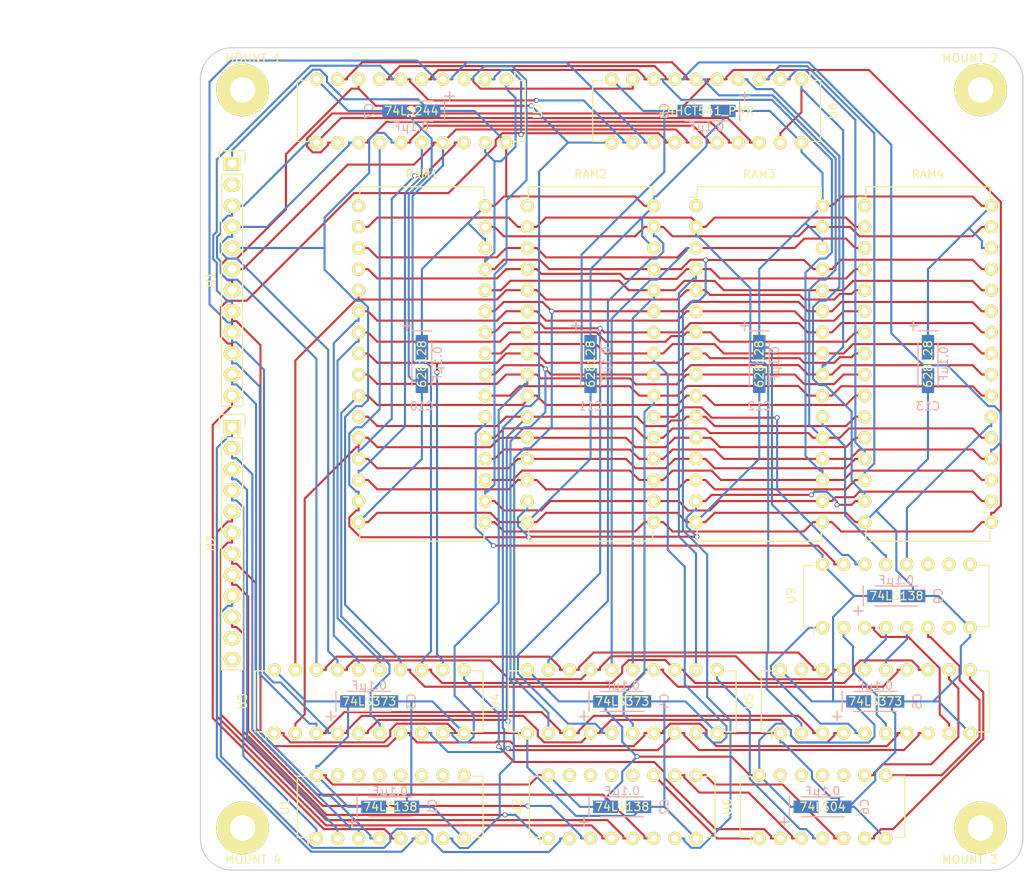
<source format=kicad_pcb>
(kicad_pcb (version 4) (host pcbnew 4.0.1-stable)
  (layers (0 F.Cu signal) (31 B.Cu signal) (34 B.Paste user) (35 F.Paste user) (36 B.SilkS user) (37 F.SilkS user) (38 B.Mask user) (39 F.Mask user) (44 Edge.Cuts user))
  (net 0 "")
  (net 1 VCC)
  (net 2 VDD)
  (net 3 DATA7)
  (net 4 DATA6)
  (net 5 DATA5)
  (net 6 DATA4)
  (net 7 DATA3)
  (net 8 DATA2)
  (net 9 DATA1)
  (net 10 DATA0)
  (net 11 READ5)
  (net 12 READ4)
  (net 13 READ3)
  (net 14 READ2)
  (net 15 READ1)
  (net 16 READ0)
  (net 17 WRITE5)
  (net 18 WRITE4)
  (net 19 WRITE3)
  (net 20 WRITE2)
  (net 21 WRITE1)
  (net 22 WRITE0)
  (net 23 "Net-(H2-Pad11)")
  (net 24 "Net-(H2-Pad12)")
  (net 25 RS15)
  (net 26 GND)
  (net 27 "Net-(U1-Pad9)")
  (net 28 "Net-(U1-Pad10)")
  (net 29 "Net-(U1-Pad11)")
  (net 30 "Net-(U1-Pad12)")
  (net 31 "Net-(U1-Pad13)")
  (net 32 "Net-(U1-Pad14)")
  (net 33 "Net-(U1-Pad15)")
  (net 34 WS15)
  (net 35 WS14)
  (net 36 WS13)
  (net 37 WS12)
  (net 38 "Net-(U2-Pad12)")
  (net 39 "Net-(U2-Pad13)")
  (net 40 "Net-(U2-Pad14)")
  (net 41 "Net-(U2-Pad15)")
  (net 42 ADD00)
  (net 43 ADD01)
  (net 44 ADD02)
  (net 45 ADD03)
  (net 46 "Net-(U3-Pad11)")
  (net 47 ADD04)
  (net 48 ADD05)
  (net 49 ADD06)
  (net 50 ADD07)
  (net 51 ADD08)
  (net 52 ADD09)
  (net 53 ADD10)
  (net 54 ADD11)
  (net 55 "Net-(U4-Pad11)")
  (net 56 ADD12)
  (net 57 ADD13)
  (net 58 ADD14)
  (net 59 ADD15)
  (net 60 ADD16)
  (net 61 ADD17)
  (net 62 ADD18)
  (net 63 ADD19)
  (net 64 "Net-(U5-Pad11)")
  (net 65 ADD20)
  (net 66 ADD21)
  (net 67 ADD22)
  (net 68 ADD23)
  (net 69 TD7)
  (net 70 TD6)
  (net 71 TD5)
  (net 72 TD4)
  (net 73 TD3)
  (net 74 TD2)
  (net 75 TD1)
  (net 76 TD0)
  (net 77 RAMS1)
  (net 78 RAMS2)
  (net 79 RAMS3)
  (net 80 RAMS4)
  (net 81 "Net-(U9-Pad7)")
  (net 82 "Net-(U9-Pad9)")
  (net 83 "Net-(U9-Pad10)")
  (net 84 "Net-(U9-Pad11)")
  (net 85 "Net-(U6-Pad8)")
  (module Connect:1pin (layer F.Cu) (at 49.53 80.01)
    (fp_text reference "MOUNT 1" (at 1.27 -3.81) (layer F.SilkS))
    (fp_text value 1pin)
    (pad 1 thru_hole circle (at 0 0) (size 6.35 6.35) (drill 3.048) (layers *.Cu *.Mask F.SilkS))
  )
  (module Connect:1pin (layer F.Cu) (at 138.43 80.01)
    (fp_text reference "MOUNT 2" (at -1.27 -3.81) (layer F.SilkS))
    (fp_text value 1pin)
    (pad 1 thru_hole circle (at 0 0) (size 6.35 6.35) (drill 3.048) (layers *.Cu *.Mask F.SilkS))
  )
  (module Connect:1pin (layer F.Cu) (at 138.43 168.91)
    (fp_text reference "MOUNT 3" (at -1.27 3.81) (layer F.SilkS))
    (fp_text value 1pin)
    (pad 1 thru_hole circle (at 0 0) (size 6.35 6.35) (drill 3.048) (layers *.Cu *.Mask F.SilkS))
  )
  (module Connect:1pin (layer F.Cu) (at 49.53 168.91)
    (fp_text reference "MOUNT 4" (at 1.27 3.81) (layer F.SilkS))
    (fp_text value 1pin)
    (pad 1 thru_hole circle (at 0 0) (size 6.35 6.35) (drill 3.048) (layers *.Cu *.Mask F.SilkS))
  )
  (module Socket_Strips:Socket_Strip_Straight_1x12 (layer F.Cu) (at 48.26 88.9 270)
    (fp_text reference H1 (at 13.97 2.54 270) (layer F.SilkS))
    (fp_text value CONN_01X12)
    (pad 1 thru_hole rect (at 0 0 270) (size 1.7272 2.032) (drill 1.016) (layers *.Cu *.Mask F.SilkS) (net 1 VCC))
    (pad 2 thru_hole oval (at 2.54 0 270) (size 1.7272 2.032) (drill 1.016) (layers *.Cu *.Mask F.SilkS) (net 2 VDD))
    (pad 3 thru_hole oval (at 5.08 0 270) (size 1.7272 2.032) (drill 1.016) (layers *.Cu *.Mask F.SilkS) (net 3 DATA7))
    (pad 4 thru_hole oval (at 7.62 0 270) (size 1.7272 2.032) (drill 1.016) (layers *.Cu *.Mask F.SilkS) (net 4 DATA6))
    (pad 5 thru_hole oval (at 10.16 0 270) (size 1.7272 2.032) (drill 1.016) (layers *.Cu *.Mask F.SilkS) (net 5 DATA5))
    (pad 6 thru_hole oval (at 12.7 0 270) (size 1.7272 2.032) (drill 1.016) (layers *.Cu *.Mask F.SilkS) (net 6 DATA4))
    (pad 7 thru_hole oval (at 15.24 0 270) (size 1.7272 2.032) (drill 1.016) (layers *.Cu *.Mask F.SilkS) (net 7 DATA3))
    (pad 8 thru_hole oval (at 17.78 0 270) (size 1.7272 2.032) (drill 1.016) (layers *.Cu *.Mask F.SilkS) (net 8 DATA2))
    (pad 9 thru_hole oval (at 20.32 0 270) (size 1.7272 2.032) (drill 1.016) (layers *.Cu *.Mask F.SilkS) (net 9 DATA1))
    (pad 10 thru_hole oval (at 22.86 0 270) (size 1.7272 2.032) (drill 1.016) (layers *.Cu *.Mask F.SilkS) (net 10 DATA0))
    (pad 11 thru_hole oval (at 25.4 0 270) (size 1.7272 2.032) (drill 1.016) (layers *.Cu *.Mask F.SilkS) (net 11 READ5))
    (pad 12 thru_hole oval (at 27.94 0 270) (size 1.7272 2.032) (drill 1.016) (layers *.Cu *.Mask F.SilkS) (net 12 READ4))
  )
  (module Socket_Strips:Socket_Strip_Straight_1x12 (layer F.Cu) (at 48.26 120.65 270)
    (fp_text reference H2 (at 13.97 2.54 270) (layer F.SilkS))
    (fp_text value CONN_01X12)
    (pad 1 thru_hole rect (at 0 0 270) (size 1.7272 2.032) (drill 1.016) (layers *.Cu *.Mask F.SilkS) (net 13 READ3))
    (pad 2 thru_hole oval (at 2.54 0 270) (size 1.7272 2.032) (drill 1.016) (layers *.Cu *.Mask F.SilkS) (net 14 READ2))
    (pad 3 thru_hole oval (at 5.08 0 270) (size 1.7272 2.032) (drill 1.016) (layers *.Cu *.Mask F.SilkS) (net 15 READ1))
    (pad 4 thru_hole oval (at 7.62 0 270) (size 1.7272 2.032) (drill 1.016) (layers *.Cu *.Mask F.SilkS) (net 16 READ0))
    (pad 5 thru_hole oval (at 10.16 0 270) (size 1.7272 2.032) (drill 1.016) (layers *.Cu *.Mask F.SilkS) (net 17 WRITE5))
    (pad 6 thru_hole oval (at 12.7 0 270) (size 1.7272 2.032) (drill 1.016) (layers *.Cu *.Mask F.SilkS) (net 18 WRITE4))
    (pad 7 thru_hole oval (at 15.24 0 270) (size 1.7272 2.032) (drill 1.016) (layers *.Cu *.Mask F.SilkS) (net 19 WRITE3))
    (pad 8 thru_hole oval (at 17.78 0 270) (size 1.7272 2.032) (drill 1.016) (layers *.Cu *.Mask F.SilkS) (net 20 WRITE2))
    (pad 9 thru_hole oval (at 20.32 0 270) (size 1.7272 2.032) (drill 1.016) (layers *.Cu *.Mask F.SilkS) (net 21 WRITE1))
    (pad 10 thru_hole oval (at 22.86 0 270) (size 1.7272 2.032) (drill 1.016) (layers *.Cu *.Mask F.SilkS) (net 22 WRITE0))
    (pad 11 thru_hole oval (at 25.4 0 270) (size 1.7272 2.032) (drill 1.016) (layers *.Cu *.Mask F.SilkS) (net 23 "Net-(H2-Pad11)"))
    (pad 12 thru_hole oval (at 27.94 0 270) (size 1.7272 2.032) (drill 1.016) (layers *.Cu *.Mask F.SilkS) (net 24 "Net-(H2-Pad12)"))
  )
  (module Housings_DIP:DIP-16_W7.62mm (layer F.Cu) (at 58.42 170.18 90)
    (fp_text reference U1 (at 3.81 -3.81 90) (layer F.SilkS))
    (fp_text value 74LS138 (at 3.81 8.89 180) (layer F.SilkS))
    (pad 1 thru_hole oval (at 0 0 90) (size 1.6 1.6) (drill 0.8) (layers *.Cu *.Mask F.SilkS) (net 16 READ0))
    (pad 2 thru_hole oval (at 0 2.54 90) (size 1.6 1.6) (drill 0.8) (layers *.Cu *.Mask F.SilkS) (net 15 READ1))
    (pad 3 thru_hole oval (at 0 5.08 90) (size 1.6 1.6) (drill 0.8) (layers *.Cu *.Mask F.SilkS) (net 14 READ2))
    (pad 4 thru_hole oval (at 0 7.62 90) (size 1.6 1.6) (drill 0.8) (layers *.Cu *.Mask F.SilkS) (net 11 READ5))
    (pad 5 thru_hole oval (at 0 10.16 90) (size 1.6 1.6) (drill 0.8) (layers *.Cu *.Mask F.SilkS) (net 12 READ4))
    (pad 6 thru_hole oval (at 0 12.7 90) (size 1.6 1.6) (drill 0.8) (layers *.Cu *.Mask F.SilkS) (net 13 READ3))
    (pad 7 thru_hole oval (at 0 15.24 90) (size 1.6 1.6) (drill 0.8) (layers *.Cu *.Mask F.SilkS) (net 25 RS15))
    (pad 8 thru_hole oval (at 0 17.78 90) (size 1.6 1.6) (drill 0.8) (layers *.Cu *.Mask F.SilkS) (net 26 GND))
    (pad 9 thru_hole oval (at 7.62 17.78 90) (size 1.6 1.6) (drill 0.8) (layers *.Cu *.Mask F.SilkS) (net 27 "Net-(U1-Pad9)"))
    (pad 10 thru_hole oval (at 7.62 15.24 90) (size 1.6 1.6) (drill 0.8) (layers *.Cu *.Mask F.SilkS) (net 28 "Net-(U1-Pad10)"))
    (pad 11 thru_hole oval (at 7.62 12.7 90) (size 1.6 1.6) (drill 0.8) (layers *.Cu *.Mask F.SilkS) (net 29 "Net-(U1-Pad11)"))
    (pad 12 thru_hole oval (at 7.62 10.16 90) (size 1.6 1.6) (drill 0.8) (layers *.Cu *.Mask F.SilkS) (net 30 "Net-(U1-Pad12)"))
    (pad 13 thru_hole oval (at 7.62 7.62 90) (size 1.6 1.6) (drill 0.8) (layers *.Cu *.Mask F.SilkS) (net 31 "Net-(U1-Pad13)"))
    (pad 14 thru_hole oval (at 7.62 5.08 90) (size 1.6 1.6) (drill 0.8) (layers *.Cu *.Mask F.SilkS) (net 32 "Net-(U1-Pad14)"))
    (pad 15 thru_hole oval (at 7.62 2.54 90) (size 1.6 1.6) (drill 0.8) (layers *.Cu *.Mask F.SilkS) (net 33 "Net-(U1-Pad15)"))
    (pad 16 thru_hole oval (at 7.62 0 90) (size 1.6 1.6) (drill 0.8) (layers *.Cu *.Mask F.SilkS) (net 1 VCC))
  )
  (module Housings_DIP:DIP-16_W7.62mm (layer F.Cu) (at 86.36 170.18 90)
    (fp_text reference U2 (at 3.81 -3.81 90) (layer F.SilkS))
    (fp_text value 74LS138 (at 3.81 8.89 180) (layer F.SilkS))
    (pad 1 thru_hole oval (at 0 0 90) (size 1.6 1.6) (drill 0.8) (layers *.Cu *.Mask F.SilkS) (net 22 WRITE0))
    (pad 2 thru_hole oval (at 0 2.54 90) (size 1.6 1.6) (drill 0.8) (layers *.Cu *.Mask F.SilkS) (net 21 WRITE1))
    (pad 3 thru_hole oval (at 0 5.08 90) (size 1.6 1.6) (drill 0.8) (layers *.Cu *.Mask F.SilkS) (net 20 WRITE2))
    (pad 4 thru_hole oval (at 0 7.62 90) (size 1.6 1.6) (drill 0.8) (layers *.Cu *.Mask F.SilkS) (net 17 WRITE5))
    (pad 5 thru_hole oval (at 0 10.16 90) (size 1.6 1.6) (drill 0.8) (layers *.Cu *.Mask F.SilkS) (net 18 WRITE4))
    (pad 6 thru_hole oval (at 0 12.7 90) (size 1.6 1.6) (drill 0.8) (layers *.Cu *.Mask F.SilkS) (net 19 WRITE3))
    (pad 7 thru_hole oval (at 0 15.24 90) (size 1.6 1.6) (drill 0.8) (layers *.Cu *.Mask F.SilkS) (net 34 WS15))
    (pad 8 thru_hole oval (at 0 17.78 90) (size 1.6 1.6) (drill 0.8) (layers *.Cu *.Mask F.SilkS) (net 26 GND))
    (pad 9 thru_hole oval (at 7.62 17.78 90) (size 1.6 1.6) (drill 0.8) (layers *.Cu *.Mask F.SilkS) (net 35 WS14))
    (pad 10 thru_hole oval (at 7.62 15.24 90) (size 1.6 1.6) (drill 0.8) (layers *.Cu *.Mask F.SilkS) (net 36 WS13))
    (pad 11 thru_hole oval (at 7.62 12.7 90) (size 1.6 1.6) (drill 0.8) (layers *.Cu *.Mask F.SilkS) (net 37 WS12))
    (pad 12 thru_hole oval (at 7.62 10.16 90) (size 1.6 1.6) (drill 0.8) (layers *.Cu *.Mask F.SilkS) (net 38 "Net-(U2-Pad12)"))
    (pad 13 thru_hole oval (at 7.62 7.62 90) (size 1.6 1.6) (drill 0.8) (layers *.Cu *.Mask F.SilkS) (net 39 "Net-(U2-Pad13)"))
    (pad 14 thru_hole oval (at 7.62 5.08 90) (size 1.6 1.6) (drill 0.8) (layers *.Cu *.Mask F.SilkS) (net 40 "Net-(U2-Pad14)"))
    (pad 15 thru_hole oval (at 7.62 2.54 90) (size 1.6 1.6) (drill 0.8) (layers *.Cu *.Mask F.SilkS) (net 41 "Net-(U2-Pad15)"))
    (pad 16 thru_hole oval (at 7.62 0 90) (size 1.6 1.6) (drill 0.8) (layers *.Cu *.Mask F.SilkS) (net 1 VCC))
  )
  (module Housings_DIP:DIP-20_W7.62mm (layer F.Cu) (at 53.34 157.48 90)
    (fp_text reference U3 (at 3.81 -3.81 90) (layer F.SilkS))
    (fp_text value 74LS373 (at 3.81 11.43 180) (layer F.SilkS))
    (pad 1 thru_hole oval (at 0 0 90) (size 1.6 1.6) (drill 0.8) (layers *.Cu *.Mask F.SilkS) (net 26 GND))
    (pad 2 thru_hole oval (at 0 2.54 90) (size 1.6 1.6) (drill 0.8) (layers *.Cu *.Mask F.SilkS) (net 42 ADD00))
    (pad 3 thru_hole oval (at 0 5.08 90) (size 1.6 1.6) (drill 0.8) (layers *.Cu *.Mask F.SilkS) (net 10 DATA0))
    (pad 4 thru_hole oval (at 0 7.62 90) (size 1.6 1.6) (drill 0.8) (layers *.Cu *.Mask F.SilkS) (net 9 DATA1))
    (pad 5 thru_hole oval (at 0 10.16 90) (size 1.6 1.6) (drill 0.8) (layers *.Cu *.Mask F.SilkS) (net 43 ADD01))
    (pad 6 thru_hole oval (at 0 12.7 90) (size 1.6 1.6) (drill 0.8) (layers *.Cu *.Mask F.SilkS) (net 44 ADD02))
    (pad 7 thru_hole oval (at 0 15.24 90) (size 1.6 1.6) (drill 0.8) (layers *.Cu *.Mask F.SilkS) (net 8 DATA2))
    (pad 8 thru_hole oval (at 0 17.78 90) (size 1.6 1.6) (drill 0.8) (layers *.Cu *.Mask F.SilkS) (net 7 DATA3))
    (pad 9 thru_hole oval (at 0 20.32 90) (size 1.6 1.6) (drill 0.8) (layers *.Cu *.Mask F.SilkS) (net 45 ADD03))
    (pad 10 thru_hole oval (at 0 22.86 90) (size 1.6 1.6) (drill 0.8) (layers *.Cu *.Mask F.SilkS) (net 26 GND))
    (pad 11 thru_hole oval (at 7.62 22.86 90) (size 1.6 1.6) (drill 0.8) (layers *.Cu *.Mask F.SilkS) (net 46 "Net-(U3-Pad11)"))
    (pad 12 thru_hole oval (at 7.62 20.32 90) (size 1.6 1.6) (drill 0.8) (layers *.Cu *.Mask F.SilkS) (net 47 ADD04))
    (pad 13 thru_hole oval (at 7.62 17.78 90) (size 1.6 1.6) (drill 0.8) (layers *.Cu *.Mask F.SilkS) (net 6 DATA4))
    (pad 14 thru_hole oval (at 7.62 15.24 90) (size 1.6 1.6) (drill 0.8) (layers *.Cu *.Mask F.SilkS) (net 5 DATA5))
    (pad 15 thru_hole oval (at 7.62 12.7 90) (size 1.6 1.6) (drill 0.8) (layers *.Cu *.Mask F.SilkS) (net 48 ADD05))
    (pad 16 thru_hole oval (at 7.62 10.16 90) (size 1.6 1.6) (drill 0.8) (layers *.Cu *.Mask F.SilkS) (net 49 ADD06))
    (pad 17 thru_hole oval (at 7.62 7.62 90) (size 1.6 1.6) (drill 0.8) (layers *.Cu *.Mask F.SilkS) (net 4 DATA6))
    (pad 18 thru_hole oval (at 7.62 5.08 90) (size 1.6 1.6) (drill 0.8) (layers *.Cu *.Mask F.SilkS) (net 3 DATA7))
    (pad 19 thru_hole oval (at 7.62 2.54 90) (size 1.6 1.6) (drill 0.8) (layers *.Cu *.Mask F.SilkS) (net 50 ADD07))
    (pad 20 thru_hole oval (at 7.62 0 90) (size 1.6 1.6) (drill 0.8) (layers *.Cu *.Mask F.SilkS) (net 1 VCC))
  )
  (module Housings_DIP:DIP-20_W7.62mm (layer F.Cu) (at 83.82 157.48 90)
    (fp_text reference U4 (at 3.81 -3.81 90) (layer F.SilkS))
    (fp_text value 74LS373 (at 3.81 11.43 180) (layer F.SilkS))
    (pad 1 thru_hole oval (at 0 0 90) (size 1.6 1.6) (drill 0.8) (layers *.Cu *.Mask F.SilkS) (net 26 GND))
    (pad 2 thru_hole oval (at 0 2.54 90) (size 1.6 1.6) (drill 0.8) (layers *.Cu *.Mask F.SilkS) (net 51 ADD08))
    (pad 3 thru_hole oval (at 0 5.08 90) (size 1.6 1.6) (drill 0.8) (layers *.Cu *.Mask F.SilkS) (net 10 DATA0))
    (pad 4 thru_hole oval (at 0 7.62 90) (size 1.6 1.6) (drill 0.8) (layers *.Cu *.Mask F.SilkS) (net 9 DATA1))
    (pad 5 thru_hole oval (at 0 10.16 90) (size 1.6 1.6) (drill 0.8) (layers *.Cu *.Mask F.SilkS) (net 52 ADD09))
    (pad 6 thru_hole oval (at 0 12.7 90) (size 1.6 1.6) (drill 0.8) (layers *.Cu *.Mask F.SilkS) (net 53 ADD10))
    (pad 7 thru_hole oval (at 0 15.24 90) (size 1.6 1.6) (drill 0.8) (layers *.Cu *.Mask F.SilkS) (net 8 DATA2))
    (pad 8 thru_hole oval (at 0 17.78 90) (size 1.6 1.6) (drill 0.8) (layers *.Cu *.Mask F.SilkS) (net 7 DATA3))
    (pad 9 thru_hole oval (at 0 20.32 90) (size 1.6 1.6) (drill 0.8) (layers *.Cu *.Mask F.SilkS) (net 54 ADD11))
    (pad 10 thru_hole oval (at 0 22.86 90) (size 1.6 1.6) (drill 0.8) (layers *.Cu *.Mask F.SilkS) (net 26 GND))
    (pad 11 thru_hole oval (at 7.62 22.86 90) (size 1.6 1.6) (drill 0.8) (layers *.Cu *.Mask F.SilkS) (net 55 "Net-(U4-Pad11)"))
    (pad 12 thru_hole oval (at 7.62 20.32 90) (size 1.6 1.6) (drill 0.8) (layers *.Cu *.Mask F.SilkS) (net 56 ADD12))
    (pad 13 thru_hole oval (at 7.62 17.78 90) (size 1.6 1.6) (drill 0.8) (layers *.Cu *.Mask F.SilkS) (net 6 DATA4))
    (pad 14 thru_hole oval (at 7.62 15.24 90) (size 1.6 1.6) (drill 0.8) (layers *.Cu *.Mask F.SilkS) (net 5 DATA5))
    (pad 15 thru_hole oval (at 7.62 12.7 90) (size 1.6 1.6) (drill 0.8) (layers *.Cu *.Mask F.SilkS) (net 57 ADD13))
    (pad 16 thru_hole oval (at 7.62 10.16 90) (size 1.6 1.6) (drill 0.8) (layers *.Cu *.Mask F.SilkS) (net 58 ADD14))
    (pad 17 thru_hole oval (at 7.62 7.62 90) (size 1.6 1.6) (drill 0.8) (layers *.Cu *.Mask F.SilkS) (net 4 DATA6))
    (pad 18 thru_hole oval (at 7.62 5.08 90) (size 1.6 1.6) (drill 0.8) (layers *.Cu *.Mask F.SilkS) (net 3 DATA7))
    (pad 19 thru_hole oval (at 7.62 2.54 90) (size 1.6 1.6) (drill 0.8) (layers *.Cu *.Mask F.SilkS) (net 59 ADD15))
    (pad 20 thru_hole oval (at 7.62 0 90) (size 1.6 1.6) (drill 0.8) (layers *.Cu *.Mask F.SilkS) (net 1 VCC))
  )
  (module Housings_DIP:DIP-20_W7.62mm (layer F.Cu) (at 114.3 157.48 90)
    (fp_text reference U5 (at 3.81 -3.81 90) (layer F.SilkS))
    (fp_text value 74LS373 (at 3.81 11.43 180) (layer F.SilkS))
    (pad 1 thru_hole oval (at 0 0 90) (size 1.6 1.6) (drill 0.8) (layers *.Cu *.Mask F.SilkS) (net 26 GND))
    (pad 2 thru_hole oval (at 0 2.54 90) (size 1.6 1.6) (drill 0.8) (layers *.Cu *.Mask F.SilkS) (net 60 ADD16))
    (pad 3 thru_hole oval (at 0 5.08 90) (size 1.6 1.6) (drill 0.8) (layers *.Cu *.Mask F.SilkS) (net 10 DATA0))
    (pad 4 thru_hole oval (at 0 7.62 90) (size 1.6 1.6) (drill 0.8) (layers *.Cu *.Mask F.SilkS) (net 9 DATA1))
    (pad 5 thru_hole oval (at 0 10.16 90) (size 1.6 1.6) (drill 0.8) (layers *.Cu *.Mask F.SilkS) (net 61 ADD17))
    (pad 6 thru_hole oval (at 0 12.7 90) (size 1.6 1.6) (drill 0.8) (layers *.Cu *.Mask F.SilkS) (net 62 ADD18))
    (pad 7 thru_hole oval (at 0 15.24 90) (size 1.6 1.6) (drill 0.8) (layers *.Cu *.Mask F.SilkS) (net 8 DATA2))
    (pad 8 thru_hole oval (at 0 17.78 90) (size 1.6 1.6) (drill 0.8) (layers *.Cu *.Mask F.SilkS) (net 7 DATA3))
    (pad 9 thru_hole oval (at 0 20.32 90) (size 1.6 1.6) (drill 0.8) (layers *.Cu *.Mask F.SilkS) (net 63 ADD19))
    (pad 10 thru_hole oval (at 0 22.86 90) (size 1.6 1.6) (drill 0.8) (layers *.Cu *.Mask F.SilkS) (net 26 GND))
    (pad 11 thru_hole oval (at 7.62 22.86 90) (size 1.6 1.6) (drill 0.8) (layers *.Cu *.Mask F.SilkS) (net 64 "Net-(U5-Pad11)"))
    (pad 12 thru_hole oval (at 7.62 20.32 90) (size 1.6 1.6) (drill 0.8) (layers *.Cu *.Mask F.SilkS) (net 65 ADD20))
    (pad 13 thru_hole oval (at 7.62 17.78 90) (size 1.6 1.6) (drill 0.8) (layers *.Cu *.Mask F.SilkS) (net 6 DATA4))
    (pad 14 thru_hole oval (at 7.62 15.24 90) (size 1.6 1.6) (drill 0.8) (layers *.Cu *.Mask F.SilkS) (net 5 DATA5))
    (pad 15 thru_hole oval (at 7.62 12.7 90) (size 1.6 1.6) (drill 0.8) (layers *.Cu *.Mask F.SilkS) (net 66 ADD21))
    (pad 16 thru_hole oval (at 7.62 10.16 90) (size 1.6 1.6) (drill 0.8) (layers *.Cu *.Mask F.SilkS) (net 67 ADD22))
    (pad 17 thru_hole oval (at 7.62 7.62 90) (size 1.6 1.6) (drill 0.8) (layers *.Cu *.Mask F.SilkS) (net 4 DATA6))
    (pad 18 thru_hole oval (at 7.62 5.08 90) (size 1.6 1.6) (drill 0.8) (layers *.Cu *.Mask F.SilkS) (net 3 DATA7))
    (pad 19 thru_hole oval (at 7.62 2.54 90) (size 1.6 1.6) (drill 0.8) (layers *.Cu *.Mask F.SilkS) (net 68 ADD23))
    (pad 20 thru_hole oval (at 7.62 0 90) (size 1.6 1.6) (drill 0.8) (layers *.Cu *.Mask F.SilkS) (net 1 VCC))
  )
  (module Housings_DIP:DIP-14_W7.62mm (layer F.Cu) (at 111.76 170.18 90)
    (fp_text reference U6 (at 3.81 -3.81 90) (layer F.SilkS))
    (fp_text value 74LS04 (at 3.81 7.62 180) (layer F.SilkS))
    (pad 1 thru_hole oval (at 0 0 90) (size 1.6 1.6) (drill 0.8) (layers *.Cu *.Mask F.SilkS) (net 37 WS12))
    (pad 2 thru_hole oval (at 0 2.54 90) (size 1.6 1.6) (drill 0.8) (layers *.Cu *.Mask F.SilkS) (net 46 "Net-(U3-Pad11)"))
    (pad 3 thru_hole oval (at 0 5.08 90) (size 1.6 1.6) (drill 0.8) (layers *.Cu *.Mask F.SilkS) (net 36 WS13))
    (pad 4 thru_hole oval (at 0 7.62 90) (size 1.6 1.6) (drill 0.8) (layers *.Cu *.Mask F.SilkS) (net 55 "Net-(U4-Pad11)"))
    (pad 5 thru_hole oval (at 0 10.16 90) (size 1.6 1.6) (drill 0.8) (layers *.Cu *.Mask F.SilkS) (net 35 WS14))
    (pad 6 thru_hole oval (at 0 12.7 90) (size 1.6 1.6) (drill 0.8) (layers *.Cu *.Mask F.SilkS) (net 64 "Net-(U5-Pad11)"))
    (pad 7 thru_hole oval (at 0 15.24 90) (size 1.6 1.6) (drill 0.8) (layers *.Cu *.Mask F.SilkS) (net 26 GND))
    (pad 8 thru_hole oval (at 7.62 15.24 90) (size 1.6 1.6) (drill 0.8) (layers *.Cu *.Mask F.SilkS) (net 85 "Net-(U6-Pad8)"))
    (pad 9 thru_hole oval (at 7.62 12.7 90) (size 1.6 1.6) (drill 0.8) (layers *.Cu *.Mask F.SilkS) (net 65 ADD20))
    (pad 10 thru_hole oval (at 7.62 10.16 90) (size 1.6 1.6) (drill 0.8) (layers *.Cu *.Mask F.SilkS))
    (pad 11 thru_hole oval (at 7.62 7.62 90) (size 1.6 1.6) (drill 0.8) (layers *.Cu *.Mask F.SilkS))
    (pad 12 thru_hole oval (at 7.62 5.08 90) (size 1.6 1.6) (drill 0.8) (layers *.Cu *.Mask F.SilkS))
    (pad 13 thru_hole oval (at 7.62 2.54 90) (size 1.6 1.6) (drill 0.8) (layers *.Cu *.Mask F.SilkS))
    (pad 14 thru_hole oval (at 7.62 0 90) (size 1.6 1.6) (drill 0.8) (layers *.Cu *.Mask F.SilkS) (net 1 VCC))
  )
  (module Housings_DIP:DIP-20_W7.62mm (layer F.Cu) (at 81.28 78.74 270)
    (fp_text reference U7 (at 3.81 -3.81 270) (layer F.SilkS))
    (fp_text value 74LS244 (at 3.81 11.43 360) (layer F.SilkS))
    (pad 1 thru_hole oval (at 0 0 270) (size 1.6 1.6) (drill 0.8) (layers *.Cu *.Mask F.SilkS) (net 34 WS15))
    (pad 2 thru_hole oval (at 0 2.54 270) (size 1.6 1.6) (drill 0.8) (layers *.Cu *.Mask F.SilkS) (net 10 DATA0))
    (pad 3 thru_hole oval (at 0 5.08 270) (size 1.6 1.6) (drill 0.8) (layers *.Cu *.Mask F.SilkS) (net 72 TD4))
    (pad 4 thru_hole oval (at 0 7.62 270) (size 1.6 1.6) (drill 0.8) (layers *.Cu *.Mask F.SilkS) (net 9 DATA1))
    (pad 5 thru_hole oval (at 0 10.16 270) (size 1.6 1.6) (drill 0.8) (layers *.Cu *.Mask F.SilkS) (net 71 TD5))
    (pad 6 thru_hole oval (at 0 12.7 270) (size 1.6 1.6) (drill 0.8) (layers *.Cu *.Mask F.SilkS) (net 8 DATA2))
    (pad 7 thru_hole oval (at 0 15.24 270) (size 1.6 1.6) (drill 0.8) (layers *.Cu *.Mask F.SilkS) (net 70 TD6))
    (pad 8 thru_hole oval (at 0 17.78 270) (size 1.6 1.6) (drill 0.8) (layers *.Cu *.Mask F.SilkS) (net 7 DATA3))
    (pad 9 thru_hole oval (at 0 20.32 270) (size 1.6 1.6) (drill 0.8) (layers *.Cu *.Mask F.SilkS) (net 69 TD7))
    (pad 10 thru_hole oval (at 0 22.86 270) (size 1.6 1.6) (drill 0.8) (layers *.Cu *.Mask F.SilkS) (net 26 GND))
    (pad 11 thru_hole oval (at 7.62 22.86 270) (size 1.6 1.6) (drill 0.8) (layers *.Cu *.Mask F.SilkS) (net 3 DATA7))
    (pad 12 thru_hole oval (at 7.62 20.32 270) (size 1.6 1.6) (drill 0.8) (layers *.Cu *.Mask F.SilkS) (net 73 TD3))
    (pad 13 thru_hole oval (at 7.62 17.78 270) (size 1.6 1.6) (drill 0.8) (layers *.Cu *.Mask F.SilkS) (net 4 DATA6))
    (pad 14 thru_hole oval (at 7.62 15.24 270) (size 1.6 1.6) (drill 0.8) (layers *.Cu *.Mask F.SilkS) (net 74 TD2))
    (pad 15 thru_hole oval (at 7.62 12.7 270) (size 1.6 1.6) (drill 0.8) (layers *.Cu *.Mask F.SilkS) (net 5 DATA5))
    (pad 16 thru_hole oval (at 7.62 10.16 270) (size 1.6 1.6) (drill 0.8) (layers *.Cu *.Mask F.SilkS) (net 75 TD1))
    (pad 17 thru_hole oval (at 7.62 7.62 270) (size 1.6 1.6) (drill 0.8) (layers *.Cu *.Mask F.SilkS) (net 6 DATA4))
    (pad 18 thru_hole oval (at 7.62 5.08 270) (size 1.6 1.6) (drill 0.8) (layers *.Cu *.Mask F.SilkS) (net 76 TD0))
    (pad 19 thru_hole oval (at 7.62 2.54 270) (size 1.6 1.6) (drill 0.8) (layers *.Cu *.Mask F.SilkS) (net 34 WS15))
    (pad 20 thru_hole oval (at 7.62 0 270) (size 1.6 1.6) (drill 0.8) (layers *.Cu *.Mask F.SilkS) (net 1 VCC))
  )
  (module Housings_DIP:DIP-20_W7.62mm (layer F.Cu) (at 116.84 78.74 270)
    (fp_text reference U8 (at 3.81 -3.81 270) (layer F.SilkS))
    (fp_text value 74HCT541_PWR (at 3.81 11.43 360) (layer F.SilkS))
    (pad 1 thru_hole oval (at 0 0 270) (size 1.6 1.6) (drill 0.8) (layers *.Cu *.Mask F.SilkS) (net 25 RS15))
    (pad 2 thru_hole oval (at 0 2.54 270) (size 1.6 1.6) (drill 0.8) (layers *.Cu *.Mask F.SilkS) (net 76 TD0))
    (pad 3 thru_hole oval (at 0 5.08 270) (size 1.6 1.6) (drill 0.8) (layers *.Cu *.Mask F.SilkS) (net 75 TD1))
    (pad 4 thru_hole oval (at 0 7.62 270) (size 1.6 1.6) (drill 0.8) (layers *.Cu *.Mask F.SilkS) (net 74 TD2))
    (pad 5 thru_hole oval (at 0 10.16 270) (size 1.6 1.6) (drill 0.8) (layers *.Cu *.Mask F.SilkS) (net 73 TD3))
    (pad 6 thru_hole oval (at 0 12.7 270) (size 1.6 1.6) (drill 0.8) (layers *.Cu *.Mask F.SilkS) (net 69 TD7))
    (pad 7 thru_hole oval (at 0 15.24 270) (size 1.6 1.6) (drill 0.8) (layers *.Cu *.Mask F.SilkS) (net 70 TD6))
    (pad 8 thru_hole oval (at 0 17.78 270) (size 1.6 1.6) (drill 0.8) (layers *.Cu *.Mask F.SilkS) (net 71 TD5))
    (pad 9 thru_hole oval (at 0 20.32 270) (size 1.6 1.6) (drill 0.8) (layers *.Cu *.Mask F.SilkS) (net 72 TD4))
    (pad 10 thru_hole oval (at 0 22.86 270) (size 1.6 1.6) (drill 0.8) (layers *.Cu *.Mask F.SilkS) (net 26 GND))
    (pad 11 thru_hole oval (at 7.62 22.86 270) (size 1.6 1.6) (drill 0.8) (layers *.Cu *.Mask F.SilkS) (net 7 DATA3))
    (pad 12 thru_hole oval (at 7.62 20.32 270) (size 1.6 1.6) (drill 0.8) (layers *.Cu *.Mask F.SilkS) (net 8 DATA2))
    (pad 13 thru_hole oval (at 7.62 17.78 270) (size 1.6 1.6) (drill 0.8) (layers *.Cu *.Mask F.SilkS) (net 9 DATA1))
    (pad 14 thru_hole oval (at 7.62 15.24 270) (size 1.6 1.6) (drill 0.8) (layers *.Cu *.Mask F.SilkS) (net 10 DATA0))
    (pad 15 thru_hole oval (at 7.62 12.7 270) (size 1.6 1.6) (drill 0.8) (layers *.Cu *.Mask F.SilkS) (net 6 DATA4))
    (pad 16 thru_hole oval (at 7.62 10.16 270) (size 1.6 1.6) (drill 0.8) (layers *.Cu *.Mask F.SilkS) (net 5 DATA5))
    (pad 17 thru_hole oval (at 7.62 7.62 270) (size 1.6 1.6) (drill 0.8) (layers *.Cu *.Mask F.SilkS) (net 4 DATA6))
    (pad 18 thru_hole oval (at 7.62 5.08 270) (size 1.6 1.6) (drill 0.8) (layers *.Cu *.Mask F.SilkS) (net 3 DATA7))
    (pad 19 thru_hole oval (at 7.62 2.54 270) (size 1.6 1.6) (drill 0.8) (layers *.Cu *.Mask F.SilkS) (net 25 RS15))
    (pad 20 thru_hole oval (at 7.62 0 270) (size 1.6 1.6) (drill 0.8) (layers *.Cu *.Mask F.SilkS) (net 1 VCC))
  )
  (module Housings_DIP:DIP-32_W15.24mm (layer F.Cu) (at 63.5 93.98)
    (fp_text reference RAM1 (at 7.62 -3.81) (layer F.SilkS))
    (fp_text value 628128 (at 7.62 19.05 90) (layer F.SilkS))
    (pad 1 thru_hole oval (at 0 0) (size 1.6 1.6) (drill 0.8) (layers *.Cu *.Mask F.SilkS))
    (pad 2 thru_hole oval (at 0 2.54) (size 1.6 1.6) (drill 0.8) (layers *.Cu *.Mask F.SilkS) (net 60 ADD16))
    (pad 3 thru_hole oval (at 0 5.08) (size 1.6 1.6) (drill 0.8) (layers *.Cu *.Mask F.SilkS) (net 58 ADD14))
    (pad 4 thru_hole oval (at 0 7.62) (size 1.6 1.6) (drill 0.8) (layers *.Cu *.Mask F.SilkS) (net 56 ADD12))
    (pad 5 thru_hole oval (at 0 10.16) (size 1.6 1.6) (drill 0.8) (layers *.Cu *.Mask F.SilkS) (net 50 ADD07))
    (pad 6 thru_hole oval (at 0 12.7) (size 1.6 1.6) (drill 0.8) (layers *.Cu *.Mask F.SilkS) (net 49 ADD06))
    (pad 7 thru_hole oval (at 0 15.24) (size 1.6 1.6) (drill 0.8) (layers *.Cu *.Mask F.SilkS) (net 48 ADD05))
    (pad 8 thru_hole oval (at 0 17.78) (size 1.6 1.6) (drill 0.8) (layers *.Cu *.Mask F.SilkS) (net 47 ADD04))
    (pad 9 thru_hole oval (at 0 20.32) (size 1.6 1.6) (drill 0.8) (layers *.Cu *.Mask F.SilkS) (net 45 ADD03))
    (pad 10 thru_hole oval (at 0 22.86) (size 1.6 1.6) (drill 0.8) (layers *.Cu *.Mask F.SilkS) (net 44 ADD02))
    (pad 11 thru_hole oval (at 0 25.4) (size 1.6 1.6) (drill 0.8) (layers *.Cu *.Mask F.SilkS) (net 43 ADD01))
    (pad 12 thru_hole oval (at 0 27.94) (size 1.6 1.6) (drill 0.8) (layers *.Cu *.Mask F.SilkS) (net 42 ADD00))
    (pad 13 thru_hole oval (at 0 30.48) (size 1.6 1.6) (drill 0.8) (layers *.Cu *.Mask F.SilkS) (net 76 TD0))
    (pad 14 thru_hole oval (at 0 33.02) (size 1.6 1.6) (drill 0.8) (layers *.Cu *.Mask F.SilkS) (net 75 TD1))
    (pad 15 thru_hole oval (at 0 35.56) (size 1.6 1.6) (drill 0.8) (layers *.Cu *.Mask F.SilkS) (net 74 TD2))
    (pad 16 thru_hole oval (at 0 38.1) (size 1.6 1.6) (drill 0.8) (layers *.Cu *.Mask F.SilkS) (net 26 GND))
    (pad 17 thru_hole oval (at 15.24 38.1) (size 1.6 1.6) (drill 0.8) (layers *.Cu *.Mask F.SilkS) (net 73 TD3))
    (pad 18 thru_hole oval (at 15.24 35.56) (size 1.6 1.6) (drill 0.8) (layers *.Cu *.Mask F.SilkS) (net 72 TD4))
    (pad 19 thru_hole oval (at 15.24 33.02) (size 1.6 1.6) (drill 0.8) (layers *.Cu *.Mask F.SilkS) (net 71 TD5))
    (pad 20 thru_hole oval (at 15.24 30.48) (size 1.6 1.6) (drill 0.8) (layers *.Cu *.Mask F.SilkS) (net 70 TD6))
    (pad 21 thru_hole oval (at 15.24 27.94) (size 1.6 1.6) (drill 0.8) (layers *.Cu *.Mask F.SilkS) (net 69 TD7))
    (pad 22 thru_hole oval (at 15.24 25.4) (size 1.6 1.6) (drill 0.8) (layers *.Cu *.Mask F.SilkS) (net 77 RAMS1))
    (pad 23 thru_hole oval (at 15.24 22.86) (size 1.6 1.6) (drill 0.8) (layers *.Cu *.Mask F.SilkS) (net 53 ADD10))
    (pad 24 thru_hole oval (at 15.24 20.32) (size 1.6 1.6) (drill 0.8) (layers *.Cu *.Mask F.SilkS) (net 25 RS15))
    (pad 25 thru_hole oval (at 15.24 17.78) (size 1.6 1.6) (drill 0.8) (layers *.Cu *.Mask F.SilkS) (net 54 ADD11))
    (pad 26 thru_hole oval (at 15.24 15.24) (size 1.6 1.6) (drill 0.8) (layers *.Cu *.Mask F.SilkS) (net 52 ADD09))
    (pad 27 thru_hole oval (at 15.24 12.7) (size 1.6 1.6) (drill 0.8) (layers *.Cu *.Mask F.SilkS) (net 51 ADD08))
    (pad 28 thru_hole oval (at 15.24 10.16) (size 1.6 1.6) (drill 0.8) (layers *.Cu *.Mask F.SilkS) (net 57 ADD13))
    (pad 29 thru_hole oval (at 15.24 7.62) (size 1.6 1.6) (drill 0.8) (layers *.Cu *.Mask F.SilkS) (net 34 WS15))
    (pad 30 thru_hole oval (at 15.24 5.08) (size 1.6 1.6) (drill 0.8) (layers *.Cu *.Mask F.SilkS) (net 1 VCC))
    (pad 31 thru_hole oval (at 15.24 2.54) (size 1.6 1.6) (drill 0.8) (layers *.Cu *.Mask F.SilkS) (net 59 ADD15))
    (pad 32 thru_hole oval (at 15.24 0) (size 1.6 1.6) (drill 0.8) (layers *.Cu *.Mask F.SilkS) (net 1 VCC))
  )
  (module Housings_DIP:DIP-32_W15.24mm (layer F.Cu) (at 83.82 93.98)
    (fp_text reference RAM2 (at 7.62 -3.81) (layer F.SilkS))
    (fp_text value 628128 (at 7.62 19.05 90) (layer F.SilkS))
    (pad 1 thru_hole oval (at 0 0) (size 1.6 1.6) (drill 0.8) (layers *.Cu *.Mask F.SilkS))
    (pad 2 thru_hole oval (at 0 2.54) (size 1.6 1.6) (drill 0.8) (layers *.Cu *.Mask F.SilkS) (net 60 ADD16))
    (pad 3 thru_hole oval (at 0 5.08) (size 1.6 1.6) (drill 0.8) (layers *.Cu *.Mask F.SilkS) (net 58 ADD14))
    (pad 4 thru_hole oval (at 0 7.62) (size 1.6 1.6) (drill 0.8) (layers *.Cu *.Mask F.SilkS) (net 56 ADD12))
    (pad 5 thru_hole oval (at 0 10.16) (size 1.6 1.6) (drill 0.8) (layers *.Cu *.Mask F.SilkS) (net 50 ADD07))
    (pad 6 thru_hole oval (at 0 12.7) (size 1.6 1.6) (drill 0.8) (layers *.Cu *.Mask F.SilkS) (net 49 ADD06))
    (pad 7 thru_hole oval (at 0 15.24) (size 1.6 1.6) (drill 0.8) (layers *.Cu *.Mask F.SilkS) (net 48 ADD05))
    (pad 8 thru_hole oval (at 0 17.78) (size 1.6 1.6) (drill 0.8) (layers *.Cu *.Mask F.SilkS) (net 47 ADD04))
    (pad 9 thru_hole oval (at 0 20.32) (size 1.6 1.6) (drill 0.8) (layers *.Cu *.Mask F.SilkS) (net 45 ADD03))
    (pad 10 thru_hole oval (at 0 22.86) (size 1.6 1.6) (drill 0.8) (layers *.Cu *.Mask F.SilkS) (net 44 ADD02))
    (pad 11 thru_hole oval (at 0 25.4) (size 1.6 1.6) (drill 0.8) (layers *.Cu *.Mask F.SilkS) (net 43 ADD01))
    (pad 12 thru_hole oval (at 0 27.94) (size 1.6 1.6) (drill 0.8) (layers *.Cu *.Mask F.SilkS) (net 42 ADD00))
    (pad 13 thru_hole oval (at 0 30.48) (size 1.6 1.6) (drill 0.8) (layers *.Cu *.Mask F.SilkS) (net 76 TD0))
    (pad 14 thru_hole oval (at 0 33.02) (size 1.6 1.6) (drill 0.8) (layers *.Cu *.Mask F.SilkS) (net 75 TD1))
    (pad 15 thru_hole oval (at 0 35.56) (size 1.6 1.6) (drill 0.8) (layers *.Cu *.Mask F.SilkS) (net 74 TD2))
    (pad 16 thru_hole oval (at 0 38.1) (size 1.6 1.6) (drill 0.8) (layers *.Cu *.Mask F.SilkS) (net 26 GND))
    (pad 17 thru_hole oval (at 15.24 38.1) (size 1.6 1.6) (drill 0.8) (layers *.Cu *.Mask F.SilkS) (net 73 TD3))
    (pad 18 thru_hole oval (at 15.24 35.56) (size 1.6 1.6) (drill 0.8) (layers *.Cu *.Mask F.SilkS) (net 72 TD4))
    (pad 19 thru_hole oval (at 15.24 33.02) (size 1.6 1.6) (drill 0.8) (layers *.Cu *.Mask F.SilkS) (net 71 TD5))
    (pad 20 thru_hole oval (at 15.24 30.48) (size 1.6 1.6) (drill 0.8) (layers *.Cu *.Mask F.SilkS) (net 70 TD6))
    (pad 21 thru_hole oval (at 15.24 27.94) (size 1.6 1.6) (drill 0.8) (layers *.Cu *.Mask F.SilkS) (net 69 TD7))
    (pad 22 thru_hole oval (at 15.24 25.4) (size 1.6 1.6) (drill 0.8) (layers *.Cu *.Mask F.SilkS) (net 78 RAMS2))
    (pad 23 thru_hole oval (at 15.24 22.86) (size 1.6 1.6) (drill 0.8) (layers *.Cu *.Mask F.SilkS) (net 53 ADD10))
    (pad 24 thru_hole oval (at 15.24 20.32) (size 1.6 1.6) (drill 0.8) (layers *.Cu *.Mask F.SilkS) (net 25 RS15))
    (pad 25 thru_hole oval (at 15.24 17.78) (size 1.6 1.6) (drill 0.8) (layers *.Cu *.Mask F.SilkS) (net 54 ADD11))
    (pad 26 thru_hole oval (at 15.24 15.24) (size 1.6 1.6) (drill 0.8) (layers *.Cu *.Mask F.SilkS) (net 52 ADD09))
    (pad 27 thru_hole oval (at 15.24 12.7) (size 1.6 1.6) (drill 0.8) (layers *.Cu *.Mask F.SilkS) (net 51 ADD08))
    (pad 28 thru_hole oval (at 15.24 10.16) (size 1.6 1.6) (drill 0.8) (layers *.Cu *.Mask F.SilkS) (net 57 ADD13))
    (pad 29 thru_hole oval (at 15.24 7.62) (size 1.6 1.6) (drill 0.8) (layers *.Cu *.Mask F.SilkS) (net 34 WS15))
    (pad 30 thru_hole oval (at 15.24 5.08) (size 1.6 1.6) (drill 0.8) (layers *.Cu *.Mask F.SilkS) (net 1 VCC))
    (pad 31 thru_hole oval (at 15.24 2.54) (size 1.6 1.6) (drill 0.8) (layers *.Cu *.Mask F.SilkS) (net 59 ADD15))
    (pad 32 thru_hole oval (at 15.24 0) (size 1.6 1.6) (drill 0.8) (layers *.Cu *.Mask F.SilkS) (net 1 VCC))
  )
  (module Housings_DIP:DIP-32_W15.24mm (layer F.Cu) (at 104.14 93.98)
    (fp_text reference RAM3 (at 7.62 -3.81) (layer F.SilkS))
    (fp_text value 628128 (at 7.62 19.05 90) (layer F.SilkS))
    (pad 1 thru_hole oval (at 0 0) (size 1.6 1.6) (drill 0.8) (layers *.Cu *.Mask F.SilkS))
    (pad 2 thru_hole oval (at 0 2.54) (size 1.6 1.6) (drill 0.8) (layers *.Cu *.Mask F.SilkS) (net 60 ADD16))
    (pad 3 thru_hole oval (at 0 5.08) (size 1.6 1.6) (drill 0.8) (layers *.Cu *.Mask F.SilkS) (net 58 ADD14))
    (pad 4 thru_hole oval (at 0 7.62) (size 1.6 1.6) (drill 0.8) (layers *.Cu *.Mask F.SilkS) (net 56 ADD12))
    (pad 5 thru_hole oval (at 0 10.16) (size 1.6 1.6) (drill 0.8) (layers *.Cu *.Mask F.SilkS) (net 50 ADD07))
    (pad 6 thru_hole oval (at 0 12.7) (size 1.6 1.6) (drill 0.8) (layers *.Cu *.Mask F.SilkS) (net 49 ADD06))
    (pad 7 thru_hole oval (at 0 15.24) (size 1.6 1.6) (drill 0.8) (layers *.Cu *.Mask F.SilkS) (net 48 ADD05))
    (pad 8 thru_hole oval (at 0 17.78) (size 1.6 1.6) (drill 0.8) (layers *.Cu *.Mask F.SilkS) (net 47 ADD04))
    (pad 9 thru_hole oval (at 0 20.32) (size 1.6 1.6) (drill 0.8) (layers *.Cu *.Mask F.SilkS) (net 45 ADD03))
    (pad 10 thru_hole oval (at 0 22.86) (size 1.6 1.6) (drill 0.8) (layers *.Cu *.Mask F.SilkS) (net 44 ADD02))
    (pad 11 thru_hole oval (at 0 25.4) (size 1.6 1.6) (drill 0.8) (layers *.Cu *.Mask F.SilkS) (net 43 ADD01))
    (pad 12 thru_hole oval (at 0 27.94) (size 1.6 1.6) (drill 0.8) (layers *.Cu *.Mask F.SilkS) (net 42 ADD00))
    (pad 13 thru_hole oval (at 0 30.48) (size 1.6 1.6) (drill 0.8) (layers *.Cu *.Mask F.SilkS) (net 76 TD0))
    (pad 14 thru_hole oval (at 0 33.02) (size 1.6 1.6) (drill 0.8) (layers *.Cu *.Mask F.SilkS) (net 75 TD1))
    (pad 15 thru_hole oval (at 0 35.56) (size 1.6 1.6) (drill 0.8) (layers *.Cu *.Mask F.SilkS) (net 74 TD2))
    (pad 16 thru_hole oval (at 0 38.1) (size 1.6 1.6) (drill 0.8) (layers *.Cu *.Mask F.SilkS) (net 26 GND))
    (pad 17 thru_hole oval (at 15.24 38.1) (size 1.6 1.6) (drill 0.8) (layers *.Cu *.Mask F.SilkS) (net 73 TD3))
    (pad 18 thru_hole oval (at 15.24 35.56) (size 1.6 1.6) (drill 0.8) (layers *.Cu *.Mask F.SilkS) (net 72 TD4))
    (pad 19 thru_hole oval (at 15.24 33.02) (size 1.6 1.6) (drill 0.8) (layers *.Cu *.Mask F.SilkS) (net 71 TD5))
    (pad 20 thru_hole oval (at 15.24 30.48) (size 1.6 1.6) (drill 0.8) (layers *.Cu *.Mask F.SilkS) (net 70 TD6))
    (pad 21 thru_hole oval (at 15.24 27.94) (size 1.6 1.6) (drill 0.8) (layers *.Cu *.Mask F.SilkS) (net 69 TD7))
    (pad 22 thru_hole oval (at 15.24 25.4) (size 1.6 1.6) (drill 0.8) (layers *.Cu *.Mask F.SilkS) (net 79 RAMS3))
    (pad 23 thru_hole oval (at 15.24 22.86) (size 1.6 1.6) (drill 0.8) (layers *.Cu *.Mask F.SilkS) (net 53 ADD10))
    (pad 24 thru_hole oval (at 15.24 20.32) (size 1.6 1.6) (drill 0.8) (layers *.Cu *.Mask F.SilkS) (net 25 RS15))
    (pad 25 thru_hole oval (at 15.24 17.78) (size 1.6 1.6) (drill 0.8) (layers *.Cu *.Mask F.SilkS) (net 54 ADD11))
    (pad 26 thru_hole oval (at 15.24 15.24) (size 1.6 1.6) (drill 0.8) (layers *.Cu *.Mask F.SilkS) (net 52 ADD09))
    (pad 27 thru_hole oval (at 15.24 12.7) (size 1.6 1.6) (drill 0.8) (layers *.Cu *.Mask F.SilkS) (net 51 ADD08))
    (pad 28 thru_hole oval (at 15.24 10.16) (size 1.6 1.6) (drill 0.8) (layers *.Cu *.Mask F.SilkS) (net 57 ADD13))
    (pad 29 thru_hole oval (at 15.24 7.62) (size 1.6 1.6) (drill 0.8) (layers *.Cu *.Mask F.SilkS) (net 34 WS15))
    (pad 30 thru_hole oval (at 15.24 5.08) (size 1.6 1.6) (drill 0.8) (layers *.Cu *.Mask F.SilkS) (net 1 VCC))
    (pad 31 thru_hole oval (at 15.24 2.54) (size 1.6 1.6) (drill 0.8) (layers *.Cu *.Mask F.SilkS) (net 59 ADD15))
    (pad 32 thru_hole oval (at 15.24 0) (size 1.6 1.6) (drill 0.8) (layers *.Cu *.Mask F.SilkS) (net 1 VCC))
  )
  (module Housings_DIP:DIP-32_W15.24mm (layer F.Cu) (at 124.46 93.98)
    (fp_text reference RAM4 (at 7.62 -3.81) (layer F.SilkS))
    (fp_text value 628128 (at 7.62 19.05 90) (layer F.SilkS))
    (pad 1 thru_hole oval (at 0 0) (size 1.6 1.6) (drill 0.8) (layers *.Cu *.Mask F.SilkS))
    (pad 2 thru_hole oval (at 0 2.54) (size 1.6 1.6) (drill 0.8) (layers *.Cu *.Mask F.SilkS) (net 60 ADD16))
    (pad 3 thru_hole oval (at 0 5.08) (size 1.6 1.6) (drill 0.8) (layers *.Cu *.Mask F.SilkS) (net 58 ADD14))
    (pad 4 thru_hole oval (at 0 7.62) (size 1.6 1.6) (drill 0.8) (layers *.Cu *.Mask F.SilkS) (net 56 ADD12))
    (pad 5 thru_hole oval (at 0 10.16) (size 1.6 1.6) (drill 0.8) (layers *.Cu *.Mask F.SilkS) (net 50 ADD07))
    (pad 6 thru_hole oval (at 0 12.7) (size 1.6 1.6) (drill 0.8) (layers *.Cu *.Mask F.SilkS) (net 49 ADD06))
    (pad 7 thru_hole oval (at 0 15.24) (size 1.6 1.6) (drill 0.8) (layers *.Cu *.Mask F.SilkS) (net 48 ADD05))
    (pad 8 thru_hole oval (at 0 17.78) (size 1.6 1.6) (drill 0.8) (layers *.Cu *.Mask F.SilkS) (net 47 ADD04))
    (pad 9 thru_hole oval (at 0 20.32) (size 1.6 1.6) (drill 0.8) (layers *.Cu *.Mask F.SilkS) (net 45 ADD03))
    (pad 10 thru_hole oval (at 0 22.86) (size 1.6 1.6) (drill 0.8) (layers *.Cu *.Mask F.SilkS) (net 44 ADD02))
    (pad 11 thru_hole oval (at 0 25.4) (size 1.6 1.6) (drill 0.8) (layers *.Cu *.Mask F.SilkS) (net 43 ADD01))
    (pad 12 thru_hole oval (at 0 27.94) (size 1.6 1.6) (drill 0.8) (layers *.Cu *.Mask F.SilkS) (net 42 ADD00))
    (pad 13 thru_hole oval (at 0 30.48) (size 1.6 1.6) (drill 0.8) (layers *.Cu *.Mask F.SilkS) (net 76 TD0))
    (pad 14 thru_hole oval (at 0 33.02) (size 1.6 1.6) (drill 0.8) (layers *.Cu *.Mask F.SilkS) (net 75 TD1))
    (pad 15 thru_hole oval (at 0 35.56) (size 1.6 1.6) (drill 0.8) (layers *.Cu *.Mask F.SilkS) (net 74 TD2))
    (pad 16 thru_hole oval (at 0 38.1) (size 1.6 1.6) (drill 0.8) (layers *.Cu *.Mask F.SilkS) (net 26 GND))
    (pad 17 thru_hole oval (at 15.24 38.1) (size 1.6 1.6) (drill 0.8) (layers *.Cu *.Mask F.SilkS) (net 73 TD3))
    (pad 18 thru_hole oval (at 15.24 35.56) (size 1.6 1.6) (drill 0.8) (layers *.Cu *.Mask F.SilkS) (net 72 TD4))
    (pad 19 thru_hole oval (at 15.24 33.02) (size 1.6 1.6) (drill 0.8) (layers *.Cu *.Mask F.SilkS) (net 71 TD5))
    (pad 20 thru_hole oval (at 15.24 30.48) (size 1.6 1.6) (drill 0.8) (layers *.Cu *.Mask F.SilkS) (net 70 TD6))
    (pad 21 thru_hole oval (at 15.24 27.94) (size 1.6 1.6) (drill 0.8) (layers *.Cu *.Mask F.SilkS) (net 69 TD7))
    (pad 22 thru_hole oval (at 15.24 25.4) (size 1.6 1.6) (drill 0.8) (layers *.Cu *.Mask F.SilkS) (net 80 RAMS4))
    (pad 23 thru_hole oval (at 15.24 22.86) (size 1.6 1.6) (drill 0.8) (layers *.Cu *.Mask F.SilkS) (net 53 ADD10))
    (pad 24 thru_hole oval (at 15.24 20.32) (size 1.6 1.6) (drill 0.8) (layers *.Cu *.Mask F.SilkS) (net 25 RS15))
    (pad 25 thru_hole oval (at 15.24 17.78) (size 1.6 1.6) (drill 0.8) (layers *.Cu *.Mask F.SilkS) (net 54 ADD11))
    (pad 26 thru_hole oval (at 15.24 15.24) (size 1.6 1.6) (drill 0.8) (layers *.Cu *.Mask F.SilkS) (net 52 ADD09))
    (pad 27 thru_hole oval (at 15.24 12.7) (size 1.6 1.6) (drill 0.8) (layers *.Cu *.Mask F.SilkS) (net 51 ADD08))
    (pad 28 thru_hole oval (at 15.24 10.16) (size 1.6 1.6) (drill 0.8) (layers *.Cu *.Mask F.SilkS) (net 57 ADD13))
    (pad 29 thru_hole oval (at 15.24 7.62) (size 1.6 1.6) (drill 0.8) (layers *.Cu *.Mask F.SilkS) (net 34 WS15))
    (pad 30 thru_hole oval (at 15.24 5.08) (size 1.6 1.6) (drill 0.8) (layers *.Cu *.Mask F.SilkS) (net 1 VCC))
    (pad 31 thru_hole oval (at 15.24 2.54) (size 1.6 1.6) (drill 0.8) (layers *.Cu *.Mask F.SilkS) (net 59 ADD15))
    (pad 32 thru_hole oval (at 15.24 0) (size 1.6 1.6) (drill 0.8) (layers *.Cu *.Mask F.SilkS) (net 1 VCC))
  )
  (module Housings_DIP:DIP-16_W7.62mm (layer F.Cu) (at 119.38 144.78 90)
    (fp_text reference U9 (at 3.81 -3.81 90) (layer F.SilkS))
    (fp_text value 74LS138 (at 3.81 8.89 180) (layer F.SilkS))
    (pad 1 thru_hole oval (at 0 0 90) (size 1.6 1.6) (drill 0.8) (layers *.Cu *.Mask F.SilkS) (net 61 ADD17))
    (pad 2 thru_hole oval (at 0 2.54 90) (size 1.6 1.6) (drill 0.8) (layers *.Cu *.Mask F.SilkS) (net 62 ADD18))
    (pad 3 thru_hole oval (at 0 5.08 90) (size 1.6 1.6) (drill 0.8) (layers *.Cu *.Mask F.SilkS) (net 63 ADD19))
    (pad 4 thru_hole oval (at 0 7.62 90) (size 1.6 1.6) (drill 0.8) (layers *.Cu *.Mask F.SilkS) (net 67 ADD22))
    (pad 5 thru_hole oval (at 0 10.16 90) (size 1.6 1.6) (drill 0.8) (layers *.Cu *.Mask F.SilkS) (net 66 ADD21))
    (pad 6 thru_hole oval (at 0 12.7 90) (size 1.6 1.6) (drill 0.8) (layers *.Cu *.Mask F.SilkS) (net 85 "Net-(U6-Pad8)"))
    (pad 7 thru_hole oval (at 0 15.24 90) (size 1.6 1.6) (drill 0.8) (layers *.Cu *.Mask F.SilkS) (net 81 "Net-(U9-Pad7)"))
    (pad 8 thru_hole oval (at 0 17.78 90) (size 1.6 1.6) (drill 0.8) (layers *.Cu *.Mask F.SilkS) (net 26 GND))
    (pad 9 thru_hole oval (at 7.62 17.78 90) (size 1.6 1.6) (drill 0.8) (layers *.Cu *.Mask F.SilkS) (net 82 "Net-(U9-Pad9)"))
    (pad 10 thru_hole oval (at 7.62 15.24 90) (size 1.6 1.6) (drill 0.8) (layers *.Cu *.Mask F.SilkS) (net 83 "Net-(U9-Pad10)"))
    (pad 11 thru_hole oval (at 7.62 12.7 90) (size 1.6 1.6) (drill 0.8) (layers *.Cu *.Mask F.SilkS) (net 84 "Net-(U9-Pad11)"))
    (pad 12 thru_hole oval (at 7.62 10.16 90) (size 1.6 1.6) (drill 0.8) (layers *.Cu *.Mask F.SilkS) (net 80 RAMS4))
    (pad 13 thru_hole oval (at 7.62 7.62 90) (size 1.6 1.6) (drill 0.8) (layers *.Cu *.Mask F.SilkS) (net 79 RAMS3))
    (pad 14 thru_hole oval (at 7.62 5.08 90) (size 1.6 1.6) (drill 0.8) (layers *.Cu *.Mask F.SilkS) (net 78 RAMS2))
    (pad 15 thru_hole oval (at 7.62 2.54 90) (size 1.6 1.6) (drill 0.8) (layers *.Cu *.Mask F.SilkS) (net 77 RAMS1))
    (pad 16 thru_hole oval (at 7.62 0 90) (size 1.6 1.6) (drill 0.8) (layers *.Cu *.Mask F.SilkS) (net 1 VCC))
  )
  (module Capacitors_Tantalum_SMD:TantalC_SizeA_EIA-3216_HandSoldering (layer B.Cu) (at 67.31 166.37)
    (fp_text reference C1 (at 5.08 0 90) (layer B.SilkS) (effects (justify mirror)))
    (fp_text value 0.1μF (at 0 -1.905) (layer B.SilkS) (effects (justify mirror)))
    (fp_text user + (at -4.59994 1.80086) (layer B.SilkS) (effects (justify mirror)))
    (pad 2 smd rect (at 1.99898 0) (size 2.99974 1.50114) (layers B.Cu B.Paste B.Mask) (net 26 GND))
    (pad 1 smd rect (at -1.99898 0) (size 2.99974 1.50114) (layers B.Cu B.Paste B.Mask) (net 1 VCC))
  )
  (module Capacitors_Tantalum_SMD:TantalC_SizeA_EIA-3216_HandSoldering (layer B.Cu) (at 95.25 166.37)
    (fp_text reference C2 (at 5.08 0 90) (layer B.SilkS) (effects (justify mirror)))
    (fp_text value 0.1μF (at 0 -1.905) (layer B.SilkS) (effects (justify mirror)))
    (fp_text user + (at -4.59994 1.80086) (layer B.SilkS) (effects (justify mirror)))
    (pad 2 smd rect (at 1.99898 0) (size 2.99974 1.50114) (layers B.Cu B.Paste B.Mask) (net 26 GND))
    (pad 1 smd rect (at -1.99898 0) (size 2.99974 1.50114) (layers B.Cu B.Paste B.Mask) (net 1 VCC))
  )
  (module Capacitors_Tantalum_SMD:TantalC_SizeA_EIA-3216_HandSoldering (layer B.Cu) (at 64.77 153.67)
    (fp_text reference C3 (at 5.08 0 90) (layer B.SilkS) (effects (justify mirror)))
    (fp_text value 0.1μF (at 0 -1.905) (layer B.SilkS) (effects (justify mirror)))
    (fp_text user + (at -4.59994 1.80086) (layer B.SilkS) (effects (justify mirror)))
    (pad 2 smd rect (at 1.99898 0) (size 2.99974 1.50114) (layers B.Cu B.Paste B.Mask) (net 26 GND))
    (pad 1 smd rect (at -1.99898 0) (size 2.99974 1.50114) (layers B.Cu B.Paste B.Mask) (net 1 VCC))
  )
  (module Capacitors_Tantalum_SMD:TantalC_SizeA_EIA-3216_HandSoldering (layer B.Cu) (at 95.25 153.67)
    (fp_text reference C4 (at 5.08 0 90) (layer B.SilkS) (effects (justify mirror)))
    (fp_text value 0.1μF (at 0 -1.905) (layer B.SilkS) (effects (justify mirror)))
    (fp_text user + (at -4.59994 1.80086) (layer B.SilkS) (effects (justify mirror)))
    (pad 2 smd rect (at 1.99898 0) (size 2.99974 1.50114) (layers B.Cu B.Paste B.Mask) (net 26 GND))
    (pad 1 smd rect (at -1.99898 0) (size 2.99974 1.50114) (layers B.Cu B.Paste B.Mask) (net 1 VCC))
  )
  (module Capacitors_Tantalum_SMD:TantalC_SizeA_EIA-3216_HandSoldering (layer B.Cu) (at 125.73 153.67)
    (fp_text reference C5 (at 5.08 0 90) (layer B.SilkS) (effects (justify mirror)))
    (fp_text value 0.1μF (at 0 -1.905) (layer B.SilkS) (effects (justify mirror)))
    (fp_text user + (at -4.59994 1.80086) (layer B.SilkS) (effects (justify mirror)))
    (pad 2 smd rect (at 1.99898 0) (size 2.99974 1.50114) (layers B.Cu B.Paste B.Mask) (net 26 GND))
    (pad 1 smd rect (at -1.99898 0) (size 2.99974 1.50114) (layers B.Cu B.Paste B.Mask) (net 1 VCC))
  )
  (module Capacitors_Tantalum_SMD:TantalC_SizeA_EIA-3216_HandSoldering (layer B.Cu) (at 119.38 166.37)
    (fp_text reference C6 (at 5.08 0 90) (layer B.SilkS) (effects (justify mirror)))
    (fp_text value 0.1μF (at 0 -1.905) (layer B.SilkS) (effects (justify mirror)))
    (fp_text user + (at -4.59994 1.80086) (layer B.SilkS) (effects (justify mirror)))
    (pad 2 smd rect (at 1.99898 0) (size 2.99974 1.50114) (layers B.Cu B.Paste B.Mask) (net 26 GND))
    (pad 1 smd rect (at -1.99898 0) (size 2.99974 1.50114) (layers B.Cu B.Paste B.Mask) (net 1 VCC))
  )
  (module Capacitors_Tantalum_SMD:TantalC_SizeA_EIA-3216_HandSoldering (layer B.Cu) (at 69.85 82.55 180)
    (fp_text reference C7 (at 5.08 0 270) (layer B.SilkS) (effects (justify mirror)))
    (fp_text value 0.1μF (at 0 -1.905 180) (layer B.SilkS) (effects (justify mirror)))
    (fp_text user + (at -4.59994 1.80086 180) (layer B.SilkS) (effects (justify mirror)))
    (pad 2 smd rect (at 1.99898 0 180) (size 2.99974 1.50114) (layers B.Cu B.Paste B.Mask) (net 26 GND))
    (pad 1 smd rect (at -1.99898 0 180) (size 2.99974 1.50114) (layers B.Cu B.Paste B.Mask) (net 1 VCC))
  )
  (module Capacitors_Tantalum_SMD:TantalC_SizeA_EIA-3216_HandSoldering (layer B.Cu) (at 105.41 82.55 180)
    (fp_text reference C8 (at 5.08 0 270) (layer B.SilkS) (effects (justify mirror)))
    (fp_text value 0.1μF (at 0 -1.905 180) (layer B.SilkS) (effects (justify mirror)))
    (fp_text user + (at -4.59994 1.80086 180) (layer B.SilkS) (effects (justify mirror)))
    (pad 2 smd rect (at 1.99898 0 180) (size 2.99974 1.50114) (layers B.Cu B.Paste B.Mask) (net 26 GND))
    (pad 1 smd rect (at -1.99898 0 180) (size 2.99974 1.50114) (layers B.Cu B.Paste B.Mask) (net 1 VCC))
  )
  (module Capacitors_Tantalum_SMD:TantalC_SizeA_EIA-3216_HandSoldering (layer B.Cu) (at 128.27 140.97)
    (fp_text reference C9 (at 5.08 0 90) (layer B.SilkS) (effects (justify mirror)))
    (fp_text value 0.1μF (at 0 -1.905) (layer B.SilkS) (effects (justify mirror)))
    (fp_text user + (at -4.59994 1.80086) (layer B.SilkS) (effects (justify mirror)))
    (pad 2 smd rect (at 1.99898 0) (size 2.99974 1.50114) (layers B.Cu B.Paste B.Mask) (net 26 GND))
    (pad 1 smd rect (at -1.99898 0) (size 2.99974 1.50114) (layers B.Cu B.Paste B.Mask) (net 1 VCC))
  )
  (module Capacitors_Tantalum_SMD:TantalC_SizeA_EIA-3216_HandSoldering (layer B.Cu) (at 71.12 113.03 270)
    (fp_text reference C10 (at 5.08 0 360) (layer B.SilkS) (effects (justify mirror)))
    (fp_text value 0.1μF (at 0 -1.905 270) (layer B.SilkS) (effects (justify mirror)))
    (fp_text user + (at -4.59994 1.80086 270) (layer B.SilkS) (effects (justify mirror)))
    (pad 2 smd rect (at 1.99898 0 270) (size 2.99974 1.50114) (layers B.Cu B.Paste B.Mask) (net 26 GND))
    (pad 1 smd rect (at -1.99898 0 270) (size 2.99974 1.50114) (layers B.Cu B.Paste B.Mask) (net 1 VCC))
  )
  (module Capacitors_Tantalum_SMD:TantalC_SizeA_EIA-3216_HandSoldering (layer B.Cu) (at 91.44 113.03 270)
    (fp_text reference C11 (at 5.08 0 360) (layer B.SilkS) (effects (justify mirror)))
    (fp_text value 0.1μF (at 0 -1.905 270) (layer B.SilkS) (effects (justify mirror)))
    (fp_text user + (at -4.59994 1.80086 270) (layer B.SilkS) (effects (justify mirror)))
    (pad 2 smd rect (at 1.99898 0 270) (size 2.99974 1.50114) (layers B.Cu B.Paste B.Mask) (net 26 GND))
    (pad 1 smd rect (at -1.99898 0 270) (size 2.99974 1.50114) (layers B.Cu B.Paste B.Mask) (net 1 VCC))
  )
  (module Capacitors_Tantalum_SMD:TantalC_SizeA_EIA-3216_HandSoldering (layer B.Cu) (at 111.76 113.03 270)
    (fp_text reference C12 (at 5.08 0 360) (layer B.SilkS) (effects (justify mirror)))
    (fp_text value 0.1μF (at 0 -1.905 270) (layer B.SilkS) (effects (justify mirror)))
    (fp_text user + (at -4.59994 1.80086 270) (layer B.SilkS) (effects (justify mirror)))
    (pad 2 smd rect (at 1.99898 0 270) (size 2.99974 1.50114) (layers B.Cu B.Paste B.Mask) (net 26 GND))
    (pad 1 smd rect (at -1.99898 0 270) (size 2.99974 1.50114) (layers B.Cu B.Paste B.Mask) (net 1 VCC))
  )
  (module Capacitors_Tantalum_SMD:TantalC_SizeA_EIA-3216_HandSoldering (layer B.Cu) (at 132.08 113.03 270)
    (fp_text reference C13 (at 5.08 0 360) (layer B.SilkS) (effects (justify mirror)))
    (fp_text value 0.1μF (at 0 -1.905 270) (layer B.SilkS) (effects (justify mirror)))
    (fp_text user + (at -4.59994 1.80086 270) (layer B.SilkS) (effects (justify mirror)))
    (pad 2 smd rect (at 1.99898 0 270) (size 2.99974 1.50114) (layers B.Cu B.Paste B.Mask) (net 26 GND))
    (pad 1 smd rect (at -1.99898 0 270) (size 2.99974 1.50114) (layers B.Cu B.Paste B.Mask) (net 1 VCC))
  )
  (gr_line (start 139.7 74.93) (end 48.26 74.93) (angle 90) (layer Edge.Cuts) (width 0.15))
  (gr_line (start 143.51 170.18) (end 143.51 78.74) (angle 90) (layer Edge.Cuts) (width 0.15))
  (gr_line (start 48.26 173.99) (end 139.7 173.99) (angle 90) (layer Edge.Cuts) (width 0.15))
  (gr_arc (start 139.7 170.18) (end 143.51 170.18) (angle 90) (layer Edge.Cuts) (width 0.15))
  (gr_arc (start 139.7 78.74) (end 139.7 74.93) (angle 90) (layer Edge.Cuts) (width 0.15))
  (gr_arc (start 48.26 170.18) (end 48.26 173.99) (angle 90) (layer Edge.Cuts) (width 0.15))
  (gr_arc (start 48.26 78.74) (end 44.45 78.74) (angle 90) (layer Edge.Cuts) (width 0.15))
  (gr_line (start 44.45 170.18) (end 44.45 78.74) (angle 90) (layer Edge.Cuts) (width 0.15))
  (via (at 97.0422 160.3254) (size 0.6) (layers F.Cu B.Cu) (net 1))
  (segment (start 115.57 166.37) (end 111.76 162.56) (width 0.25) (layer B.Cu) (net 1))
  (segment (start 117.381 166.37) (end 115.57 166.37) (width 0.25) (layer B.Cu) (net 1))
  (segment (start 71.12 101.6) (end 76.6742 96.0458) (width 0.25) (layer B.Cu) (net 1))
  (segment (start 71.12 111.031) (end 71.12 101.6) (width 0.25) (layer B.Cu) (net 1))
  (segment (start 78.5631 97.9347) (end 78.74 97.9347) (width 0.25) (layer B.Cu) (net 1))
  (segment (start 76.6742 96.0458) (end 78.5631 97.9347) (width 0.25) (layer B.Cu) (net 1))
  (segment (start 78.74 99.06) (end 78.74 97.9347) (width 0.25) (layer B.Cu) (net 1))
  (segment (start 87.63 153.67) (end 83.82 149.86) (width 0.25) (layer B.Cu) (net 1))
  (segment (start 93.251 153.67) (end 87.63 153.67) (width 0.25) (layer B.Cu) (net 1))
  (segment (start 119.38 137.16) (end 119.38 136.0347) (width 0.25) (layer B.Cu) (net 1))
  (segment (start 111.76 111.031) (end 112.8359 111.031) (width 0.25) (layer B.Cu) (net 1))
  (segment (start 76.6742 96.0458) (end 78.74 93.98) (width 0.25) (layer B.Cu) (net 1))
  (segment (start 99.06 93.98) (end 97.9347 93.98) (width 0.25) (layer F.Cu) (net 1))
  (segment (start 78.74 93.98) (end 79.8653 93.98) (width 0.25) (layer F.Cu) (net 1))
  (segment (start 90.17 166.37) (end 86.36 162.56) (width 0.25) (layer B.Cu) (net 1))
  (segment (start 93.251 166.37) (end 90.17 166.37) (width 0.25) (layer B.Cu) (net 1))
  (segment (start 111.76 101.6) (end 117.3142 96.0458) (width 0.25) (layer B.Cu) (net 1))
  (segment (start 111.76 111.031) (end 111.76 101.6) (width 0.25) (layer B.Cu) (net 1))
  (segment (start 117.3142 96.0458) (end 119.38 93.98) (width 0.25) (layer B.Cu) (net 1))
  (segment (start 119.2031 97.9347) (end 119.38 97.9347) (width 0.25) (layer B.Cu) (net 1))
  (segment (start 117.3142 96.0458) (end 119.2031 97.9347) (width 0.25) (layer B.Cu) (net 1))
  (segment (start 119.38 99.06) (end 119.38 97.9347) (width 0.25) (layer B.Cu) (net 1))
  (segment (start 118.11 153.67) (end 114.3 149.86) (width 0.25) (layer B.Cu) (net 1))
  (segment (start 120.65 153.67) (end 118.11 153.67) (width 0.25) (layer B.Cu) (net 1))
  (segment (start 120.65 143.51) (end 123.19 140.97) (width 0.25) (layer B.Cu) (net 1))
  (segment (start 120.65 153.67) (end 120.65 143.51) (width 0.25) (layer B.Cu) (net 1))
  (segment (start 126.271 140.97) (end 123.19 140.97) (width 0.25) (layer B.Cu) (net 1))
  (segment (start 123.19 140.97) (end 119.38 137.16) (width 0.25) (layer B.Cu) (net 1))
  (segment (start 137.4494 92.8547) (end 138.5747 93.98) (width 0.25) (layer F.Cu) (net 1))
  (segment (start 121.6306 92.8547) (end 137.4494 92.8547) (width 0.25) (layer F.Cu) (net 1))
  (segment (start 120.5053 93.98) (end 121.6306 92.8547) (width 0.25) (layer F.Cu) (net 1))
  (segment (start 119.38 93.98) (end 120.5053 93.98) (width 0.25) (layer F.Cu) (net 1))
  (segment (start 139.7 93.98) (end 138.5747 93.98) (width 0.25) (layer F.Cu) (net 1))
  (segment (start 84.1094 163.6853) (end 85.2347 162.56) (width 0.25) (layer F.Cu) (net 1))
  (segment (start 60.3893 163.6853) (end 84.1094 163.6853) (width 0.25) (layer F.Cu) (net 1))
  (segment (start 59.5453 162.8413) (end 60.3893 163.6853) (width 0.25) (layer F.Cu) (net 1))
  (segment (start 59.5453 162.56) (end 59.5453 162.8413) (width 0.25) (layer F.Cu) (net 1))
  (segment (start 58.42 162.56) (end 59.5453 162.56) (width 0.25) (layer F.Cu) (net 1))
  (segment (start 86.36 162.56) (end 85.2347 162.56) (width 0.25) (layer F.Cu) (net 1))
  (segment (start 91.44 101.6) (end 97.6567 95.3833) (width 0.25) (layer B.Cu) (net 1))
  (segment (start 91.44 111.031) (end 91.44 101.6) (width 0.25) (layer B.Cu) (net 1))
  (segment (start 97.6567 97.6567) (end 99.06 99.06) (width 0.25) (layer B.Cu) (net 1))
  (segment (start 97.6567 95.3833) (end 97.6567 97.6567) (width 0.25) (layer B.Cu) (net 1))
  (segment (start 108.4001 160.3254) (end 97.0422 160.3254) (width 0.25) (layer F.Cu) (net 1))
  (segment (start 110.6347 162.56) (end 108.4001 160.3254) (width 0.25) (layer F.Cu) (net 1))
  (segment (start 111.76 162.56) (end 110.6347 162.56) (width 0.25) (layer F.Cu) (net 1))
  (segment (start 93.251 166.37) (end 93.251 165.2941) (width 0.25) (layer B.Cu) (net 1))
  (segment (start 95.25 163.2951) (end 93.251 165.2941) (width 0.25) (layer B.Cu) (net 1))
  (segment (start 95.25 162.1176) (end 95.25 163.2951) (width 0.25) (layer B.Cu) (net 1))
  (segment (start 97.0422 160.3254) (end 95.25 162.1176) (width 0.25) (layer B.Cu) (net 1))
  (segment (start 93.251 153.67) (end 93.251 154.7459) (width 0.25) (layer B.Cu) (net 1))
  (segment (start 95.25 156.7449) (end 93.251 154.7459) (width 0.25) (layer B.Cu) (net 1))
  (segment (start 95.25 158.5332) (end 95.25 156.7449) (width 0.25) (layer B.Cu) (net 1))
  (segment (start 97.0422 160.3254) (end 95.25 158.5332) (width 0.25) (layer B.Cu) (net 1))
  (segment (start 123.731 153.67) (end 122.8232 153.67) (width 0.25) (layer B.Cu) (net 1))
  (segment (start 122.8232 153.67) (end 120.65 153.67) (width 0.25) (layer B.Cu) (net 1))
  (segment (start 111.76 158.3482) (end 111.76 162.56) (width 0.25) (layer B.Cu) (net 1))
  (segment (start 113.7541 156.3541) (end 111.76 158.3482) (width 0.25) (layer B.Cu) (net 1))
  (segment (start 114.7658 156.3541) (end 113.7541 156.3541) (width 0.25) (layer B.Cu) (net 1))
  (segment (start 115.57 157.1583) (end 114.7658 156.3541) (width 0.25) (layer B.Cu) (net 1))
  (segment (start 115.57 157.8075) (end 115.57 157.1583) (width 0.25) (layer B.Cu) (net 1))
  (segment (start 116.3935 158.631) (end 115.57 157.8075) (width 0.25) (layer B.Cu) (net 1))
  (segment (start 124.9204 158.631) (end 116.3935 158.631) (width 0.25) (layer B.Cu) (net 1))
  (segment (start 125.6416 157.9098) (end 124.9204 158.631) (width 0.25) (layer B.Cu) (net 1))
  (segment (start 125.6416 156.4884) (end 125.6416 157.9098) (width 0.25) (layer B.Cu) (net 1))
  (segment (start 122.8232 153.67) (end 125.6416 156.4884) (width 0.25) (layer B.Cu) (net 1))
  (segment (start 62.23 166.37) (end 58.42 162.56) (width 0.25) (layer B.Cu) (net 1))
  (segment (start 65.311 166.37) (end 62.23 166.37) (width 0.25) (layer B.Cu) (net 1))
  (segment (start 62.771 153.67) (end 62.23 153.67) (width 0.25) (layer B.Cu) (net 1))
  (segment (start 57.15 153.67) (end 53.34 149.86) (width 0.25) (layer B.Cu) (net 1))
  (segment (start 62.23 153.67) (end 57.15 153.67) (width 0.25) (layer B.Cu) (net 1))
  (segment (start 58.7013 161.4347) (end 58.42 161.4347) (width 0.25) (layer B.Cu) (net 1))
  (segment (start 62.23 157.906) (end 58.7013 161.4347) (width 0.25) (layer B.Cu) (net 1))
  (segment (start 62.23 153.67) (end 62.23 157.906) (width 0.25) (layer B.Cu) (net 1))
  (segment (start 58.42 162.56) (end 58.42 161.4347) (width 0.25) (layer B.Cu) (net 1))
  (segment (start 71.849 82.55) (end 72.0625 82.55) (width 0.25) (layer B.Cu) (net 1))
  (segment (start 77.47 82.55) (end 81.28 86.36) (width 0.25) (layer B.Cu) (net 1))
  (segment (start 72.0625 82.55) (end 77.47 82.55) (width 0.25) (layer B.Cu) (net 1))
  (segment (start 97.6567 95.3833) (end 99.06 93.98) (width 0.25) (layer B.Cu) (net 1))
  (segment (start 105.41 85.6249) (end 107.409 83.6259) (width 0.25) (layer B.Cu) (net 1))
  (segment (start 105.41 86.786) (end 105.41 85.6249) (width 0.25) (layer B.Cu) (net 1))
  (segment (start 99.3413 92.8547) (end 105.41 86.786) (width 0.25) (layer B.Cu) (net 1))
  (segment (start 99.06 92.8547) (end 99.3413 92.8547) (width 0.25) (layer B.Cu) (net 1))
  (segment (start 99.06 93.98) (end 99.06 92.8547) (width 0.25) (layer B.Cu) (net 1))
  (segment (start 107.409 82.55) (end 107.409 83.6259) (width 0.25) (layer B.Cu) (net 1))
  (segment (start 113.2862 111.4813) (end 112.8359 111.031) (width 0.25) (layer B.Cu) (net 1))
  (segment (start 113.2862 129.9409) (end 113.2862 111.4813) (width 0.25) (layer B.Cu) (net 1))
  (segment (start 119.38 136.0347) (end 113.2862 129.9409) (width 0.25) (layer B.Cu) (net 1))
  (segment (start 113.03 82.55) (end 116.84 86.36) (width 0.25) (layer B.Cu) (net 1))
  (segment (start 107.409 82.55) (end 113.03 82.55) (width 0.25) (layer B.Cu) (net 1))
  (segment (start 119.38 90.0253) (end 119.38 93.98) (width 0.25) (layer B.Cu) (net 1))
  (segment (start 116.84 87.4853) (end 119.38 90.0253) (width 0.25) (layer B.Cu) (net 1))
  (segment (start 116.84 86.36) (end 116.84 87.4853) (width 0.25) (layer B.Cu) (net 1))
  (segment (start 132.08 101.6) (end 137.0267 96.6533) (width 0.25) (layer B.Cu) (net 1))
  (segment (start 132.08 111.031) (end 132.08 101.6) (width 0.25) (layer B.Cu) (net 1))
  (segment (start 137.0267 96.6533) (end 139.7 93.98) (width 0.25) (layer B.Cu) (net 1))
  (segment (start 138.5747 98.2013) (end 138.5747 99.06) (width 0.25) (layer B.Cu) (net 1))
  (segment (start 137.0267 96.6533) (end 138.5747 98.2013) (width 0.25) (layer B.Cu) (net 1))
  (segment (start 139.7 99.06) (end 138.5747 99.06) (width 0.25) (layer B.Cu) (net 1))
  (segment (start 70.6543 81.1418) (end 72.0625 82.55) (width 0.25) (layer B.Cu) (net 1))
  (segment (start 61.7686 81.1418) (end 70.6543 81.1418) (width 0.25) (layer B.Cu) (net 1))
  (segment (start 59.69 79.0632) (end 61.7686 81.1418) (width 0.25) (layer B.Cu) (net 1))
  (segment (start 59.69 78.4136) (end 59.69 79.0632) (width 0.25) (layer B.Cu) (net 1))
  (segment (start 58.855 77.5786) (end 59.69 78.4136) (width 0.25) (layer B.Cu) (net 1))
  (segment (start 57.9896 77.5786) (end 58.855 77.5786) (width 0.25) (layer B.Cu) (net 1))
  (segment (start 48.26 87.3082) (end 57.9896 77.5786) (width 0.25) (layer B.Cu) (net 1))
  (segment (start 48.26 88.9) (end 48.26 87.3082) (width 0.25) (layer B.Cu) (net 1))
  (segment (start 81.28 92.8547) (end 81.28 86.36) (width 0.25) (layer F.Cu) (net 1))
  (segment (start 96.8094 92.8547) (end 81.28 92.8547) (width 0.25) (layer F.Cu) (net 1))
  (segment (start 97.9347 93.98) (end 96.8094 92.8547) (width 0.25) (layer F.Cu) (net 1))
  (segment (start 80.9906 92.8547) (end 79.8653 93.98) (width 0.25) (layer F.Cu) (net 1))
  (segment (start 81.28 92.8547) (end 80.9906 92.8547) (width 0.25) (layer F.Cu) (net 1))
  (segment (start 119.38 149.86) (end 118.2547 149.86) (width 0.25) (layer F.Cu) (net 3))
  (segment (start 88.9 149.86) (end 90.0253 149.86) (width 0.25) (layer F.Cu) (net 3))
  (segment (start 58.42 149.86) (end 59.5453 149.86) (width 0.25) (layer F.Cu) (net 3))
  (segment (start 88.9 149.86) (end 87.7747 149.86) (width 0.25) (layer F.Cu) (net 3))
  (segment (start 59.5453 149.5787) (end 59.5453 149.86) (width 0.25) (layer F.Cu) (net 3))
  (segment (start 60.8396 148.2844) (end 59.5453 149.5787) (width 0.25) (layer F.Cu) (net 3))
  (segment (start 86.4805 148.2844) (end 60.8396 148.2844) (width 0.25) (layer F.Cu) (net 3))
  (segment (start 87.7747 149.5786) (end 86.4805 148.2844) (width 0.25) (layer F.Cu) (net 3))
  (segment (start 87.7747 149.86) (end 87.7747 149.5786) (width 0.25) (layer F.Cu) (net 3))
  (segment (start 90.0253 149.5786) (end 90.0253 149.86) (width 0.25) (layer F.Cu) (net 3))
  (segment (start 91.8184 147.7855) (end 90.0253 149.5786) (width 0.25) (layer F.Cu) (net 3))
  (segment (start 116.4615 147.7855) (end 91.8184 147.7855) (width 0.25) (layer F.Cu) (net 3))
  (segment (start 118.2547 149.5787) (end 116.4615 147.7855) (width 0.25) (layer F.Cu) (net 3))
  (segment (start 118.2547 149.86) (end 118.2547 149.5787) (width 0.25) (layer F.Cu) (net 3))
  (segment (start 48.26 93.98) (end 48.26 95.1689) (width 0.25) (layer B.Cu) (net 3))
  (segment (start 49.6747 93.98) (end 48.26 93.98) (width 0.25) (layer B.Cu) (net 3))
  (segment (start 57.2947 86.36) (end 49.6747 93.98) (width 0.25) (layer B.Cu) (net 3))
  (segment (start 58.42 86.36) (end 57.2947 86.36) (width 0.25) (layer B.Cu) (net 3))
  (segment (start 111.76 86.36) (end 110.6347 86.36) (width 0.25) (layer F.Cu) (net 3))
  (segment (start 110.6347 86.0787) (end 110.6347 86.36) (width 0.25) (layer F.Cu) (net 3))
  (segment (start 107.9625 83.4065) (end 110.6347 86.0787) (width 0.25) (layer F.Cu) (net 3))
  (segment (start 61.3735 83.4065) (end 107.9625 83.4065) (width 0.25) (layer F.Cu) (net 3))
  (segment (start 58.42 86.36) (end 61.3735 83.4065) (width 0.25) (layer F.Cu) (net 3))
  (segment (start 58.42 112.4145) (end 58.42 149.86) (width 0.25) (layer B.Cu) (net 3))
  (segment (start 48.8755 102.87) (end 58.42 112.4145) (width 0.25) (layer B.Cu) (net 3))
  (segment (start 47.6656 102.87) (end 48.8755 102.87) (width 0.25) (layer B.Cu) (net 3))
  (segment (start 46.8934 102.0978) (end 47.6656 102.87) (width 0.25) (layer B.Cu) (net 3))
  (segment (start 46.8934 100.6608) (end 46.8934 102.0978) (width 0.25) (layer B.Cu) (net 3))
  (segment (start 46.4431 100.2105) (end 46.8934 100.6608) (width 0.25) (layer B.Cu) (net 3))
  (segment (start 46.4431 97.7171) (end 46.4431 100.2105) (width 0.25) (layer B.Cu) (net 3))
  (segment (start 46.8934 97.2668) (end 46.4431 97.7171) (width 0.25) (layer B.Cu) (net 3))
  (segment (start 46.8934 96.0154) (end 46.8934 97.2668) (width 0.25) (layer B.Cu) (net 3))
  (segment (start 47.7399 95.1689) (end 46.8934 96.0154) (width 0.25) (layer B.Cu) (net 3))
  (segment (start 48.26 95.1689) (end 47.7399 95.1689) (width 0.25) (layer B.Cu) (net 3))
  (segment (start 120.7947 150.0629) (end 120.7947 149.86) (width 0.25) (layer F.Cu) (net 4))
  (segment (start 119.852 151.0056) (end 120.7947 150.0629) (width 0.25) (layer F.Cu) (net 4))
  (segment (start 111.7077 151.0056) (end 119.852 151.0056) (width 0.25) (layer F.Cu) (net 4))
  (segment (start 108.9379 148.2358) (end 111.7077 151.0056) (width 0.25) (layer F.Cu) (net 4))
  (segment (start 93.9173 148.2358) (end 108.9379 148.2358) (width 0.25) (layer F.Cu) (net 4))
  (segment (start 92.5653 149.5878) (end 93.9173 148.2358) (width 0.25) (layer F.Cu) (net 4))
  (segment (start 92.5653 149.86) (end 92.5653 149.5878) (width 0.25) (layer F.Cu) (net 4))
  (segment (start 91.44 149.86) (end 92.5653 149.86) (width 0.25) (layer F.Cu) (net 4))
  (segment (start 121.92 149.86) (end 120.7947 149.86) (width 0.25) (layer F.Cu) (net 4))
  (segment (start 90.3006 150.9994) (end 91.44 149.86) (width 0.25) (layer F.Cu) (net 4))
  (segment (start 81.6299 150.9994) (end 90.3006 150.9994) (width 0.25) (layer F.Cu) (net 4))
  (segment (start 79.3652 148.7347) (end 81.6299 150.9994) (width 0.25) (layer F.Cu) (net 4))
  (segment (start 62.9292 148.7347) (end 79.3652 148.7347) (width 0.25) (layer F.Cu) (net 4))
  (segment (start 62.0853 149.5786) (end 62.9292 148.7347) (width 0.25) (layer F.Cu) (net 4))
  (segment (start 62.0853 149.86) (end 62.0853 149.5786) (width 0.25) (layer F.Cu) (net 4))
  (segment (start 60.96 149.86) (end 62.0853 149.86) (width 0.25) (layer F.Cu) (net 4))
  (segment (start 63.5 86.36) (end 62.3747 86.36) (width 0.25) (layer B.Cu) (net 4))
  (segment (start 60.96 149.86) (end 60.96 148.7347) (width 0.25) (layer B.Cu) (net 4))
  (segment (start 52.4621 96.52) (end 48.26 96.52) (width 0.25) (layer B.Cu) (net 4))
  (segment (start 62.3747 86.6074) (end 52.4621 96.52) (width 0.25) (layer B.Cu) (net 4))
  (segment (start 62.3747 86.36) (end 62.3747 86.6074) (width 0.25) (layer B.Cu) (net 4))
  (segment (start 48.26 96.52) (end 48.26 97.7089) (width 0.25) (layer B.Cu) (net 4))
  (segment (start 59.8346 147.6093) (end 60.96 148.7347) (width 0.25) (layer B.Cu) (net 4))
  (segment (start 59.8346 111.3236) (end 59.8346 147.6093) (width 0.25) (layer B.Cu) (net 4))
  (segment (start 48.841 100.33) (end 59.8346 111.3236) (width 0.25) (layer B.Cu) (net 4))
  (segment (start 47.6705 100.33) (end 48.841 100.33) (width 0.25) (layer B.Cu) (net 4))
  (segment (start 46.8934 99.5529) (end 47.6705 100.33) (width 0.25) (layer B.Cu) (net 4))
  (segment (start 46.8934 98.5681) (end 46.8934 99.5529) (width 0.25) (layer B.Cu) (net 4))
  (segment (start 47.7526 97.7089) (end 46.8934 98.5681) (width 0.25) (layer B.Cu) (net 4))
  (segment (start 48.26 97.7089) (end 47.7526 97.7089) (width 0.25) (layer B.Cu) (net 4))
  (segment (start 64.6253 86.0787) (end 64.6253 86.36) (width 0.25) (layer F.Cu) (net 4))
  (segment (start 66.8471 83.8569) (end 64.6253 86.0787) (width 0.25) (layer F.Cu) (net 4))
  (segment (start 105.8729 83.8569) (end 66.8471 83.8569) (width 0.25) (layer F.Cu) (net 4))
  (segment (start 108.0947 86.0787) (end 105.8729 83.8569) (width 0.25) (layer F.Cu) (net 4))
  (segment (start 108.0947 86.36) (end 108.0947 86.0787) (width 0.25) (layer F.Cu) (net 4))
  (segment (start 109.22 86.36) (end 108.0947 86.36) (width 0.25) (layer F.Cu) (net 4))
  (segment (start 63.5 86.36) (end 64.6253 86.36) (width 0.25) (layer F.Cu) (net 4))
  (segment (start 129.54 149.86) (end 128.4147 149.86) (width 0.25) (layer F.Cu) (net 5))
  (segment (start 99.06 149.86) (end 100.1853 149.86) (width 0.25) (layer F.Cu) (net 5))
  (segment (start 128.4147 150.1413) (end 128.4147 149.86) (width 0.25) (layer F.Cu) (net 5))
  (segment (start 126.6498 151.9062) (end 128.4147 150.1413) (width 0.25) (layer F.Cu) (net 5))
  (segment (start 101.9502 151.9062) (end 126.6498 151.9062) (width 0.25) (layer F.Cu) (net 5))
  (segment (start 100.1853 150.1413) (end 101.9502 151.9062) (width 0.25) (layer F.Cu) (net 5))
  (segment (start 100.1853 149.86) (end 100.1853 150.1413) (width 0.25) (layer F.Cu) (net 5))
  (segment (start 97.9347 150.1413) (end 97.9347 149.86) (width 0.25) (layer F.Cu) (net 5))
  (segment (start 96.1743 151.9017) (end 97.9347 150.1413) (width 0.25) (layer F.Cu) (net 5))
  (segment (start 71.4657 151.9017) (end 96.1743 151.9017) (width 0.25) (layer F.Cu) (net 5))
  (segment (start 69.7053 150.1413) (end 71.4657 151.9017) (width 0.25) (layer F.Cu) (net 5))
  (segment (start 69.7053 149.86) (end 69.7053 150.1413) (width 0.25) (layer F.Cu) (net 5))
  (segment (start 68.58 149.86) (end 69.7053 149.86) (width 0.25) (layer F.Cu) (net 5))
  (segment (start 99.06 149.86) (end 97.9347 149.86) (width 0.25) (layer F.Cu) (net 5))
  (segment (start 106.68 86.36) (end 105.5547 86.36) (width 0.25) (layer F.Cu) (net 5))
  (segment (start 68.58 86.36) (end 69.7053 86.36) (width 0.25) (layer F.Cu) (net 5))
  (segment (start 48.26 99.06) (end 49.6013 99.06) (width 0.25) (layer B.Cu) (net 5))
  (segment (start 68.58 149.86) (end 68.58 148.7347) (width 0.25) (layer B.Cu) (net 5))
  (segment (start 68.58 86.36) (end 67.4547 86.36) (width 0.25) (layer B.Cu) (net 5))
  (segment (start 59.398 99.06) (end 49.6013 99.06) (width 0.25) (layer B.Cu) (net 5))
  (segment (start 59.398 95.3928) (end 59.398 99.06) (width 0.25) (layer B.Cu) (net 5))
  (segment (start 64.77 90.0208) (end 59.398 95.3928) (width 0.25) (layer B.Cu) (net 5))
  (segment (start 64.77 85.9979) (end 64.77 90.0208) (width 0.25) (layer B.Cu) (net 5))
  (segment (start 65.573 85.1949) (end 64.77 85.9979) (width 0.25) (layer B.Cu) (net 5))
  (segment (start 66.5709 85.1949) (end 65.573 85.1949) (width 0.25) (layer B.Cu) (net 5))
  (segment (start 67.4547 86.0787) (end 66.5709 85.1949) (width 0.25) (layer B.Cu) (net 5))
  (segment (start 67.4547 86.36) (end 67.4547 86.0787) (width 0.25) (layer B.Cu) (net 5))
  (segment (start 105.5547 86.0787) (end 105.5547 86.36) (width 0.25) (layer F.Cu) (net 5))
  (segment (start 103.8074 84.3314) (end 105.5547 86.0787) (width 0.25) (layer F.Cu) (net 5))
  (segment (start 71.4526 84.3314) (end 103.8074 84.3314) (width 0.25) (layer F.Cu) (net 5))
  (segment (start 69.7053 86.0787) (end 71.4526 84.3314) (width 0.25) (layer F.Cu) (net 5))
  (segment (start 69.7053 86.36) (end 69.7053 86.0787) (width 0.25) (layer F.Cu) (net 5))
  (segment (start 59.398 101.6712) (end 59.398 99.06) (width 0.25) (layer B.Cu) (net 5))
  (segment (start 63.1368 105.41) (end 59.398 101.6712) (width 0.25) (layer B.Cu) (net 5))
  (segment (start 63.842 105.41) (end 63.1368 105.41) (width 0.25) (layer B.Cu) (net 5))
  (segment (start 64.6379 106.2059) (end 63.842 105.41) (width 0.25) (layer B.Cu) (net 5))
  (segment (start 64.6379 117.3733) (end 64.6379 106.2059) (width 0.25) (layer B.Cu) (net 5))
  (segment (start 63.9012 118.11) (end 64.6379 117.3733) (width 0.25) (layer B.Cu) (net 5))
  (segment (start 63.1768 118.11) (end 63.9012 118.11) (width 0.25) (layer B.Cu) (net 5))
  (segment (start 61.8685 119.4183) (end 63.1768 118.11) (width 0.25) (layer B.Cu) (net 5))
  (segment (start 61.8685 142.0232) (end 61.8685 119.4183) (width 0.25) (layer B.Cu) (net 5))
  (segment (start 68.58 148.7347) (end 61.8685 142.0232) (width 0.25) (layer B.Cu) (net 5))
  (segment (start 71.12 149.86) (end 71.12 148.7347) (width 0.25) (layer B.Cu) (net 6))
  (segment (start 73.66 86.36) (end 73.66 87.4853) (width 0.25) (layer B.Cu) (net 6))
  (segment (start 71.12 149.86) (end 72.2453 149.86) (width 0.25) (layer F.Cu) (net 6))
  (segment (start 101.6 149.86) (end 102.7253 149.86) (width 0.25) (layer F.Cu) (net 6))
  (segment (start 132.08 149.86) (end 130.9547 149.86) (width 0.25) (layer F.Cu) (net 6))
  (segment (start 73.66 89.1294) (end 73.66 87.4853) (width 0.25) (layer B.Cu) (net 6))
  (segment (start 70.0024 92.787) (end 73.66 89.1294) (width 0.25) (layer B.Cu) (net 6))
  (segment (start 70.0024 112.638) (end 70.0024 92.787) (width 0.25) (layer B.Cu) (net 6))
  (segment (start 70.2497 112.8853) (end 70.0024 112.638) (width 0.25) (layer B.Cu) (net 6))
  (segment (start 71.6894 112.8853) (end 70.2497 112.8853) (width 0.25) (layer B.Cu) (net 6))
  (segment (start 72.2177 113.4136) (end 71.6894 112.8853) (width 0.25) (layer B.Cu) (net 6))
  (segment (start 72.2177 147.637) (end 72.2177 113.4136) (width 0.25) (layer B.Cu) (net 6))
  (segment (start 71.12 148.7347) (end 72.2177 147.637) (width 0.25) (layer B.Cu) (net 6))
  (segment (start 62.1867 89.0146) (end 49.6013 101.6) (width 0.25) (layer F.Cu) (net 6))
  (segment (start 70.1614 89.0146) (end 62.1867 89.0146) (width 0.25) (layer F.Cu) (net 6))
  (segment (start 72.5347 86.6413) (end 70.1614 89.0146) (width 0.25) (layer F.Cu) (net 6))
  (segment (start 72.5347 86.36) (end 72.5347 86.6413) (width 0.25) (layer F.Cu) (net 6))
  (segment (start 73.66 86.36) (end 72.5347 86.36) (width 0.25) (layer F.Cu) (net 6))
  (segment (start 48.26 101.6) (end 49.6013 101.6) (width 0.25) (layer F.Cu) (net 6))
  (segment (start 130.9547 149.5786) (end 130.9547 149.86) (width 0.25) (layer F.Cu) (net 6))
  (segment (start 130.1108 148.7347) (end 130.9547 149.5786) (width 0.25) (layer F.Cu) (net 6))
  (segment (start 123.9366 148.7347) (end 130.1108 148.7347) (width 0.25) (layer F.Cu) (net 6))
  (segment (start 123.19 149.4813) (end 123.9366 148.7347) (width 0.25) (layer F.Cu) (net 6))
  (segment (start 123.19 150.2282) (end 123.19 149.4813) (width 0.25) (layer F.Cu) (net 6))
  (segment (start 121.9623 151.4559) (end 123.19 150.2282) (width 0.25) (layer F.Cu) (net 6))
  (segment (start 104.0399 151.4559) (end 121.9623 151.4559) (width 0.25) (layer F.Cu) (net 6))
  (segment (start 102.7253 150.1413) (end 104.0399 151.4559) (width 0.25) (layer F.Cu) (net 6))
  (segment (start 102.7253 149.86) (end 102.7253 150.1413) (width 0.25) (layer F.Cu) (net 6))
  (segment (start 100.4288 148.6888) (end 101.6 149.86) (width 0.25) (layer F.Cu) (net 6))
  (segment (start 96.0406 148.6888) (end 100.4288 148.6888) (width 0.25) (layer F.Cu) (net 6))
  (segment (start 95.25 149.4794) (end 96.0406 148.6888) (width 0.25) (layer F.Cu) (net 6))
  (segment (start 95.25 150.2172) (end 95.25 149.4794) (width 0.25) (layer F.Cu) (net 6))
  (segment (start 94.0174 151.4498) (end 95.25 150.2172) (width 0.25) (layer F.Cu) (net 6))
  (segment (start 73.5537 151.4498) (end 94.0174 151.4498) (width 0.25) (layer F.Cu) (net 6))
  (segment (start 72.2453 150.1414) (end 73.5537 151.4498) (width 0.25) (layer F.Cu) (net 6))
  (segment (start 72.2453 149.86) (end 72.2453 150.1414) (width 0.25) (layer F.Cu) (net 6))
  (segment (start 104.14 86.36) (end 103.0147 86.36) (width 0.25) (layer F.Cu) (net 6))
  (segment (start 103.0147 86.0787) (end 103.0147 86.36) (width 0.25) (layer F.Cu) (net 6))
  (segment (start 101.7178 84.7818) (end 103.0147 86.0787) (width 0.25) (layer F.Cu) (net 6))
  (segment (start 75.2382 84.7818) (end 101.7178 84.7818) (width 0.25) (layer F.Cu) (net 6))
  (segment (start 73.66 86.36) (end 75.2382 84.7818) (width 0.25) (layer F.Cu) (net 6))
  (via (at 81.5092 159.3365) (size 0.6) (layers F.Cu B.Cu) (net 7))
  (via (at 84.2946 81.928) (size 0.6) (layers F.Cu B.Cu) (net 7))
  (segment (start 130.9547 157.7613) (end 130.9547 157.48) (width 0.25) (layer F.Cu) (net 7))
  (segment (start 129.1937 159.5223) (end 130.9547 157.7613) (width 0.25) (layer F.Cu) (net 7))
  (segment (start 104.4863 159.5223) (end 129.1937 159.5223) (width 0.25) (layer F.Cu) (net 7))
  (segment (start 102.7253 157.7613) (end 104.4863 159.5223) (width 0.25) (layer F.Cu) (net 7))
  (segment (start 102.7253 157.48) (end 102.7253 157.7613) (width 0.25) (layer F.Cu) (net 7))
  (segment (start 132.08 157.48) (end 130.9547 157.48) (width 0.25) (layer F.Cu) (net 7))
  (segment (start 93.98 86.36) (end 92.8547 86.36) (width 0.25) (layer B.Cu) (net 7))
  (segment (start 101.6 157.48) (end 102.7253 157.48) (width 0.25) (layer F.Cu) (net 7))
  (segment (start 71.12 157.48) (end 72.2453 157.48) (width 0.25) (layer B.Cu) (net 7))
  (segment (start 81.0314 159.4449) (end 81.0314 159.3365) (width 0.25) (layer B.Cu) (net 7))
  (segment (start 80.7067 159.7696) (end 81.0314 159.4449) (width 0.25) (layer B.Cu) (net 7))
  (segment (start 74.2536 159.7696) (end 80.7067 159.7696) (width 0.25) (layer B.Cu) (net 7))
  (segment (start 72.2453 157.7613) (end 74.2536 159.7696) (width 0.25) (layer B.Cu) (net 7))
  (segment (start 72.2453 157.48) (end 72.2453 157.7613) (width 0.25) (layer B.Cu) (net 7))
  (segment (start 81.0314 159.3365) (end 81.5092 159.3365) (width 0.25) (layer B.Cu) (net 7))
  (segment (start 99.5407 159.5393) (end 101.6 157.48) (width 0.25) (layer F.Cu) (net 7))
  (segment (start 81.712 159.5393) (end 99.5407 159.5393) (width 0.25) (layer F.Cu) (net 7))
  (segment (start 81.5092 159.3365) (end 81.712 159.5393) (width 0.25) (layer F.Cu) (net 7))
  (segment (start 47.7399 102.9511) (end 48.26 102.9511) (width 0.25) (layer F.Cu) (net 7))
  (segment (start 46.909 102.1202) (end 47.7399 102.9511) (width 0.25) (layer F.Cu) (net 7))
  (segment (start 46.909 101.0828) (end 46.909 102.1202) (width 0.25) (layer F.Cu) (net 7))
  (segment (start 47.6618 100.33) (end 46.909 101.0828) (width 0.25) (layer F.Cu) (net 7))
  (segment (start 48.8289 100.33) (end 47.6618 100.33) (width 0.25) (layer F.Cu) (net 7))
  (segment (start 54.7486 94.4103) (end 48.8289 100.33) (width 0.25) (layer F.Cu) (net 7))
  (segment (start 54.7486 87.7552) (end 54.7486 94.4103) (width 0.25) (layer F.Cu) (net 7))
  (segment (start 62.6385 79.8653) (end 54.7486 87.7552) (width 0.25) (layer F.Cu) (net 7))
  (segment (start 63.5 79.8653) (end 62.6385 79.8653) (width 0.25) (layer F.Cu) (net 7))
  (segment (start 63.5 78.74) (end 63.5 79.8653) (width 0.25) (layer F.Cu) (net 7))
  (segment (start 48.26 104.14) (end 48.26 102.9511) (width 0.25) (layer F.Cu) (net 7))
  (segment (start 92.8547 86.36) (end 88.7266 86.36) (width 0.25) (layer B.Cu) (net 7))
  (segment (start 81.0314 157.0306) (end 81.0314 159.3365) (width 0.25) (layer B.Cu) (net 7))
  (segment (start 80.8686 156.8678) (end 81.0314 157.0306) (width 0.25) (layer B.Cu) (net 7))
  (segment (start 80.8686 120.7189) (end 80.8686 156.8678) (width 0.25) (layer B.Cu) (net 7))
  (segment (start 83.4775 118.11) (end 80.8686 120.7189) (width 0.25) (layer B.Cu) (net 7))
  (segment (start 84.2114 118.11) (end 83.4775 118.11) (width 0.25) (layer B.Cu) (net 7))
  (segment (start 85.2389 117.0825) (end 84.2114 118.11) (width 0.25) (layer B.Cu) (net 7))
  (segment (start 85.2389 89.8477) (end 85.2389 117.0825) (width 0.25) (layer B.Cu) (net 7))
  (segment (start 88.7266 86.36) (end 85.2389 89.8477) (width 0.25) (layer B.Cu) (net 7))
  (segment (start 65.5627 81.928) (end 63.5 79.8653) (width 0.25) (layer F.Cu) (net 7))
  (segment (start 84.2946 81.928) (end 65.5627 81.928) (width 0.25) (layer F.Cu) (net 7))
  (segment (start 88.7266 86.36) (end 84.2946 81.928) (width 0.25) (layer B.Cu) (net 7))
  (via (at 84.908 81.2856) (size 0.6) (layers F.Cu B.Cu) (net 8))
  (segment (start 129.54 157.48) (end 128.4147 157.48) (width 0.25) (layer F.Cu) (net 8))
  (segment (start 128.4147 157.7614) (end 128.4147 157.48) (width 0.25) (layer F.Cu) (net 8))
  (segment (start 127.1205 159.0556) (end 128.4147 157.7614) (width 0.25) (layer F.Cu) (net 8))
  (segment (start 106.5866 159.0556) (end 127.1205 159.0556) (width 0.25) (layer F.Cu) (net 8))
  (segment (start 105.41 157.879) (end 106.5866 159.0556) (width 0.25) (layer F.Cu) (net 8))
  (segment (start 105.41 157.1524) (end 105.41 157.879) (width 0.25) (layer F.Cu) (net 8))
  (segment (start 104.6123 156.3547) (end 105.41 157.1524) (width 0.25) (layer F.Cu) (net 8))
  (segment (start 101.0292 156.3547) (end 104.6123 156.3547) (width 0.25) (layer F.Cu) (net 8))
  (segment (start 100.1853 157.1986) (end 101.0292 156.3547) (width 0.25) (layer F.Cu) (net 8))
  (segment (start 100.1853 157.48) (end 100.1853 157.1986) (width 0.25) (layer F.Cu) (net 8))
  (segment (start 68.58 157.48) (end 69.7053 157.48) (width 0.25) (layer F.Cu) (net 8))
  (segment (start 99.06 157.48) (end 100.1853 157.48) (width 0.25) (layer F.Cu) (net 8))
  (segment (start 99.06 157.48) (end 97.9347 157.48) (width 0.25) (layer F.Cu) (net 8))
  (segment (start 90.6016 81.2856) (end 84.908 81.2856) (width 0.25) (layer B.Cu) (net 8))
  (segment (start 95.3947 86.0787) (end 90.6016 81.2856) (width 0.25) (layer B.Cu) (net 8))
  (segment (start 95.3947 86.36) (end 95.3947 86.0787) (width 0.25) (layer B.Cu) (net 8))
  (segment (start 68.58 78.74) (end 69.7053 78.74) (width 0.25) (layer F.Cu) (net 8))
  (segment (start 96.52 86.36) (end 95.3947 86.36) (width 0.25) (layer B.Cu) (net 8))
  (segment (start 97.9347 157.7614) (end 97.9347 157.48) (width 0.25) (layer F.Cu) (net 8))
  (segment (start 96.6405 159.0556) (end 97.9347 157.7614) (width 0.25) (layer F.Cu) (net 8))
  (segment (start 82.332 159.0556) (end 96.6405 159.0556) (width 0.25) (layer F.Cu) (net 8))
  (segment (start 81.7683 158.4919) (end 82.332 159.0556) (width 0.25) (layer F.Cu) (net 8))
  (segment (start 80.1305 158.4919) (end 81.7683 158.4919) (width 0.25) (layer F.Cu) (net 8))
  (segment (start 80.0055 158.6169) (end 80.1305 158.4919) (width 0.25) (layer F.Cu) (net 8))
  (segment (start 70.5608 158.6169) (end 80.0055 158.6169) (width 0.25) (layer F.Cu) (net 8))
  (segment (start 69.7053 157.7614) (end 70.5608 158.6169) (width 0.25) (layer F.Cu) (net 8))
  (segment (start 69.7053 157.48) (end 69.7053 157.7614) (width 0.25) (layer F.Cu) (net 8))
  (segment (start 69.7053 79.0213) (end 69.7053 78.74) (width 0.25) (layer F.Cu) (net 8))
  (segment (start 71.9696 81.2856) (end 69.7053 79.0213) (width 0.25) (layer F.Cu) (net 8))
  (segment (start 84.908 81.2856) (end 71.9696 81.2856) (width 0.25) (layer F.Cu) (net 8))
  (segment (start 66.9989 159.0611) (end 68.58 157.48) (width 0.25) (layer F.Cu) (net 8))
  (segment (start 53.3065 159.0611) (end 66.9989 159.0611) (width 0.25) (layer F.Cu) (net 8))
  (segment (start 51.6818 157.4364) (end 53.3065 159.0611) (width 0.25) (layer F.Cu) (net 8))
  (segment (start 51.6818 110.7706) (end 51.6818 157.4364) (width 0.25) (layer F.Cu) (net 8))
  (segment (start 48.7801 107.8689) (end 51.6818 110.7706) (width 0.25) (layer F.Cu) (net 8))
  (segment (start 48.26 107.8689) (end 48.7801 107.8689) (width 0.25) (layer F.Cu) (net 8))
  (segment (start 48.26 106.68) (end 48.26 107.8689) (width 0.25) (layer F.Cu) (net 8))
  (segment (start 68.58 78.74) (end 67.4547 78.74) (width 0.25) (layer B.Cu) (net 8))
  (segment (start 48.26 106.68) (end 48.26 105.4911) (width 0.25) (layer B.Cu) (net 8))
  (segment (start 47.7399 105.4911) (end 48.26 105.4911) (width 0.25) (layer B.Cu) (net 8))
  (segment (start 46.4198 104.171) (end 47.7399 105.4911) (width 0.25) (layer B.Cu) (net 8))
  (segment (start 46.4198 100.8241) (end 46.4198 104.171) (width 0.25) (layer B.Cu) (net 8))
  (segment (start 45.9928 100.3971) (end 46.4198 100.8241) (width 0.25) (layer B.Cu) (net 8))
  (segment (start 45.9928 97.5305) (end 45.9928 100.3971) (width 0.25) (layer B.Cu) (net 8))
  (segment (start 46.4198 97.1035) (end 45.9928 97.5305) (width 0.25) (layer B.Cu) (net 8))
  (segment (start 46.4198 88.3867) (end 46.4198 97.1035) (width 0.25) (layer B.Cu) (net 8))
  (segment (start 57.7074 77.0991) (end 46.4198 88.3867) (width 0.25) (layer B.Cu) (net 8))
  (segment (start 66.0951 77.0991) (end 57.7074 77.0991) (width 0.25) (layer B.Cu) (net 8))
  (segment (start 67.4547 78.4587) (end 66.0951 77.0991) (width 0.25) (layer B.Cu) (net 8))
  (segment (start 67.4547 78.74) (end 67.4547 78.4587) (width 0.25) (layer B.Cu) (net 8))
  (segment (start 121.92 157.48) (end 120.7947 157.48) (width 0.25) (layer F.Cu) (net 9))
  (segment (start 48.26 109.22) (end 48.26 110.4089) (width 0.25) (layer B.Cu) (net 9))
  (segment (start 60.96 157.48) (end 59.8347 157.48) (width 0.25) (layer B.Cu) (net 9))
  (segment (start 91.44 157.48) (end 92.5653 157.48) (width 0.25) (layer F.Cu) (net 9))
  (segment (start 120.7947 157.7614) (end 120.7947 157.48) (width 0.25) (layer F.Cu) (net 9))
  (segment (start 119.9508 158.6053) (end 120.7947 157.7614) (width 0.25) (layer F.Cu) (net 9))
  (segment (start 116.3709 158.6053) (end 119.9508 158.6053) (width 0.25) (layer F.Cu) (net 9))
  (segment (start 115.57 157.8044) (end 116.3709 158.6053) (width 0.25) (layer F.Cu) (net 9))
  (segment (start 115.57 157.1299) (end 115.57 157.8044) (width 0.25) (layer F.Cu) (net 9))
  (segment (start 114.3444 155.9043) (end 115.57 157.1299) (width 0.25) (layer F.Cu) (net 9))
  (segment (start 93.9365 155.9043) (end 114.3444 155.9043) (width 0.25) (layer F.Cu) (net 9))
  (segment (start 92.5653 157.2755) (end 93.9365 155.9043) (width 0.25) (layer F.Cu) (net 9))
  (segment (start 92.5653 157.48) (end 92.5653 157.2755) (width 0.25) (layer F.Cu) (net 9))
  (segment (start 90.3147 158.6053) (end 91.44 157.48) (width 0.25) (layer F.Cu) (net 9))
  (segment (start 85.8525 158.6053) (end 90.3147 158.6053) (width 0.25) (layer F.Cu) (net 9))
  (segment (start 85.09 157.8428) (end 85.8525 158.6053) (width 0.25) (layer F.Cu) (net 9))
  (segment (start 85.09 157.1559) (end 85.09 157.8428) (width 0.25) (layer F.Cu) (net 9))
  (segment (start 83.3495 155.4154) (end 85.09 157.1559) (width 0.25) (layer F.Cu) (net 9))
  (segment (start 63.8686 155.4154) (end 83.3495 155.4154) (width 0.25) (layer F.Cu) (net 9))
  (segment (start 62.0853 157.1987) (end 63.8686 155.4154) (width 0.25) (layer F.Cu) (net 9))
  (segment (start 62.0853 157.48) (end 62.0853 157.1987) (width 0.25) (layer F.Cu) (net 9))
  (segment (start 60.96 157.48) (end 62.0853 157.48) (width 0.25) (layer F.Cu) (net 9))
  (segment (start 48.26 109.22) (end 48.26 108.0311) (width 0.25) (layer B.Cu) (net 9))
  (segment (start 73.66 78.74) (end 72.5347 78.74) (width 0.25) (layer B.Cu) (net 9))
  (segment (start 59.8347 157.1325) (end 59.8347 157.48) (width 0.25) (layer B.Cu) (net 9))
  (segment (start 54.0937 151.3915) (end 59.8347 157.1325) (width 0.25) (layer B.Cu) (net 9))
  (segment (start 53.2524 151.3915) (end 54.0937 151.3915) (width 0.25) (layer B.Cu) (net 9))
  (segment (start 52.0993 150.2384) (end 53.2524 151.3915) (width 0.25) (layer B.Cu) (net 9))
  (segment (start 52.0993 113.7279) (end 52.0993 150.2384) (width 0.25) (layer B.Cu) (net 9))
  (segment (start 48.7803 110.4089) (end 52.0993 113.7279) (width 0.25) (layer B.Cu) (net 9))
  (segment (start 48.26 110.4089) (end 48.7803 110.4089) (width 0.25) (layer B.Cu) (net 9))
  (segment (start 47.7399 108.0311) (end 48.26 108.0311) (width 0.25) (layer B.Cu) (net 9))
  (segment (start 45.5425 105.8337) (end 47.7399 108.0311) (width 0.25) (layer B.Cu) (net 9))
  (segment (start 45.5425 79.0437) (end 45.5425 105.8337) (width 0.25) (layer B.Cu) (net 9))
  (segment (start 48.1072 76.479) (end 45.5425 79.0437) (width 0.25) (layer B.Cu) (net 9))
  (segment (start 70.555 76.479) (end 48.1072 76.479) (width 0.25) (layer B.Cu) (net 9))
  (segment (start 72.5347 78.4587) (end 70.555 76.479) (width 0.25) (layer B.Cu) (net 9))
  (segment (start 72.5347 78.74) (end 72.5347 78.4587) (width 0.25) (layer B.Cu) (net 9))
  (segment (start 74.7853 78.4587) (end 74.7853 78.74) (width 0.25) (layer B.Cu) (net 9))
  (segment (start 76.5404 76.7036) (end 74.7853 78.4587) (width 0.25) (layer B.Cu) (net 9))
  (segment (start 88.5596 76.7036) (end 76.5404 76.7036) (width 0.25) (layer B.Cu) (net 9))
  (segment (start 97.9347 86.0787) (end 88.5596 76.7036) (width 0.25) (layer B.Cu) (net 9))
  (segment (start 97.9347 86.36) (end 97.9347 86.0787) (width 0.25) (layer B.Cu) (net 9))
  (segment (start 99.06 86.36) (end 97.9347 86.36) (width 0.25) (layer B.Cu) (net 9))
  (segment (start 73.66 78.74) (end 74.7853 78.74) (width 0.25) (layer B.Cu) (net 9))
  (via (at 83.0699 85.4119) (size 0.6) (layers F.Cu B.Cu) (net 10))
  (segment (start 58.42 157.48) (end 58.42 156.3547) (width 0.25) (layer B.Cu) (net 10))
  (segment (start 48.26 111.76) (end 48.26 112.9489) (width 0.25) (layer B.Cu) (net 10))
  (segment (start 78.74 78.74) (end 79.8653 78.74) (width 0.25) (layer B.Cu) (net 10))
  (segment (start 101.6 86.36) (end 100.4747 86.36) (width 0.25) (layer F.Cu) (net 10))
  (segment (start 58.42 157.48) (end 59.5453 157.48) (width 0.25) (layer F.Cu) (net 10))
  (segment (start 88.9 157.48) (end 87.7747 157.48) (width 0.25) (layer F.Cu) (net 10))
  (segment (start 90.0253 157.1987) (end 90.0253 157.48) (width 0.25) (layer F.Cu) (net 10))
  (segment (start 91.8145 155.4095) (end 90.0253 157.1987) (width 0.25) (layer F.Cu) (net 10))
  (segment (start 116.4655 155.4095) (end 91.8145 155.4095) (width 0.25) (layer F.Cu) (net 10))
  (segment (start 118.2547 157.1987) (end 116.4655 155.4095) (width 0.25) (layer F.Cu) (net 10))
  (segment (start 118.2547 157.48) (end 118.2547 157.1987) (width 0.25) (layer F.Cu) (net 10))
  (segment (start 119.38 157.48) (end 118.2547 157.48) (width 0.25) (layer F.Cu) (net 10))
  (segment (start 59.5453 157.1987) (end 59.5453 157.48) (width 0.25) (layer F.Cu) (net 10))
  (segment (start 61.779 154.965) (end 59.5453 157.1987) (width 0.25) (layer F.Cu) (net 10))
  (segment (start 85.541 154.965) (end 61.779 154.965) (width 0.25) (layer F.Cu) (net 10))
  (segment (start 87.7747 157.1987) (end 85.541 154.965) (width 0.25) (layer F.Cu) (net 10))
  (segment (start 87.7747 157.48) (end 87.7747 157.1987) (width 0.25) (layer F.Cu) (net 10))
  (segment (start 88.9 157.48) (end 90.0253 157.48) (width 0.25) (layer F.Cu) (net 10))
  (segment (start 57.5787 156.3547) (end 58.42 156.3547) (width 0.25) (layer B.Cu) (net 10))
  (segment (start 51.5987 150.3747) (end 57.5787 156.3547) (width 0.25) (layer B.Cu) (net 10))
  (segment (start 51.5987 115.7674) (end 51.5987 150.3747) (width 0.25) (layer B.Cu) (net 10))
  (segment (start 48.7802 112.9489) (end 51.5987 115.7674) (width 0.25) (layer B.Cu) (net 10))
  (segment (start 48.26 112.9489) (end 48.7802 112.9489) (width 0.25) (layer B.Cu) (net 10))
  (segment (start 83.0699 78.8798) (end 83.0699 85.4119) (width 0.25) (layer B.Cu) (net 10))
  (segment (start 81.8048 77.6147) (end 83.0699 78.8798) (width 0.25) (layer B.Cu) (net 10))
  (segment (start 80.7092 77.6147) (end 81.8048 77.6147) (width 0.25) (layer B.Cu) (net 10))
  (segment (start 79.8653 78.4586) (end 80.7092 77.6147) (width 0.25) (layer B.Cu) (net 10))
  (segment (start 79.8653 78.74) (end 79.8653 78.4586) (width 0.25) (layer B.Cu) (net 10))
  (segment (start 48.26 111.76) (end 48.26 110.5711) (width 0.25) (layer F.Cu) (net 10))
  (segment (start 47.7399 110.5711) (end 48.26 110.5711) (width 0.25) (layer F.Cu) (net 10))
  (segment (start 46.909 109.7402) (end 47.7399 110.5711) (width 0.25) (layer F.Cu) (net 10))
  (segment (start 46.909 106.1826) (end 46.909 109.7402) (width 0.25) (layer F.Cu) (net 10))
  (segment (start 47.6816 105.41) (end 46.909 106.1826) (width 0.25) (layer F.Cu) (net 10))
  (segment (start 50.0006 105.41) (end 47.6816 105.41) (width 0.25) (layer F.Cu) (net 10))
  (segment (start 62.9664 92.4442) (end 50.0006 105.41) (width 0.25) (layer F.Cu) (net 10))
  (segment (start 74.3184 92.4442) (end 62.9664 92.4442) (width 0.25) (layer F.Cu) (net 10))
  (segment (start 80.01 86.7526) (end 74.3184 92.4442) (width 0.25) (layer F.Cu) (net 10))
  (segment (start 80.01 86.0325) (end 80.01 86.7526) (width 0.25) (layer F.Cu) (net 10))
  (segment (start 80.8078 85.2347) (end 80.01 86.0325) (width 0.25) (layer F.Cu) (net 10))
  (segment (start 82.8927 85.2347) (end 80.8078 85.2347) (width 0.25) (layer F.Cu) (net 10))
  (segment (start 83.0699 85.4119) (end 82.8927 85.2347) (width 0.25) (layer F.Cu) (net 10))
  (segment (start 100.4747 86.0786) (end 100.4747 86.36) (width 0.25) (layer F.Cu) (net 10))
  (segment (start 99.6308 85.2347) (end 100.4747 86.0786) (width 0.25) (layer F.Cu) (net 10))
  (segment (start 83.2471 85.2347) (end 99.6308 85.2347) (width 0.25) (layer F.Cu) (net 10))
  (segment (start 83.0699 85.4119) (end 83.2471 85.2347) (width 0.25) (layer F.Cu) (net 10))
  (segment (start 48.7801 115.4889) (end 48.26 115.4889) (width 0.25) (layer B.Cu) (net 11))
  (segment (start 51.1483 117.8571) (end 48.7801 115.4889) (width 0.25) (layer B.Cu) (net 11))
  (segment (start 51.1483 156.9101) (end 51.1483 117.8571) (width 0.25) (layer B.Cu) (net 11))
  (segment (start 59.2796 165.0414) (end 51.1483 156.9101) (width 0.25) (layer B.Cu) (net 11))
  (segment (start 60.1424 165.0414) (end 59.2796 165.0414) (width 0.25) (layer B.Cu) (net 11))
  (segment (start 64.9147 169.8137) (end 60.1424 165.0414) (width 0.25) (layer B.Cu) (net 11))
  (segment (start 64.9147 170.18) (end 64.9147 169.8137) (width 0.25) (layer B.Cu) (net 11))
  (segment (start 66.04 170.18) (end 64.9147 170.18) (width 0.25) (layer B.Cu) (net 11))
  (segment (start 48.26 114.3) (end 48.26 115.4889) (width 0.25) (layer B.Cu) (net 11))
  (segment (start 45.9272 120.3617) (end 48.26 118.0289) (width 0.25) (layer F.Cu) (net 12))
  (segment (start 45.9272 155.6742) (end 45.9272 120.3617) (width 0.25) (layer F.Cu) (net 12))
  (segment (start 59.3077 169.0547) (end 45.9272 155.6742) (width 0.25) (layer F.Cu) (net 12))
  (segment (start 66.6108 169.0547) (end 59.3077 169.0547) (width 0.25) (layer F.Cu) (net 12))
  (segment (start 67.4547 169.8986) (end 66.6108 169.0547) (width 0.25) (layer F.Cu) (net 12))
  (segment (start 67.4547 170.18) (end 67.4547 169.8986) (width 0.25) (layer F.Cu) (net 12))
  (segment (start 68.58 170.18) (end 67.4547 170.18) (width 0.25) (layer F.Cu) (net 12))
  (segment (start 48.26 116.84) (end 48.26 118.0289) (width 0.25) (layer F.Cu) (net 12))
  (segment (start 47.7399 121.8389) (end 48.26 121.8389) (width 0.25) (layer B.Cu) (net 13))
  (segment (start 46.4248 123.154) (end 47.7399 121.8389) (width 0.25) (layer B.Cu) (net 13))
  (segment (start 46.4248 160.4298) (end 46.4248 123.154) (width 0.25) (layer B.Cu) (net 13))
  (segment (start 57.7711 171.7761) (end 46.4248 160.4298) (width 0.25) (layer B.Cu) (net 13))
  (segment (start 68.6799 171.7761) (end 57.7711 171.7761) (width 0.25) (layer B.Cu) (net 13))
  (segment (start 69.9947 170.4613) (end 68.6799 171.7761) (width 0.25) (layer B.Cu) (net 13))
  (segment (start 69.9947 170.18) (end 69.9947 170.4613) (width 0.25) (layer B.Cu) (net 13))
  (segment (start 71.12 170.18) (end 69.9947 170.18) (width 0.25) (layer B.Cu) (net 13))
  (segment (start 48.26 120.65) (end 48.26 121.8389) (width 0.25) (layer B.Cu) (net 13))
  (segment (start 48.7801 124.3789) (end 48.26 124.3789) (width 0.25) (layer B.Cu) (net 14))
  (segment (start 50.6979 126.2967) (end 48.7801 124.3789) (width 0.25) (layer B.Cu) (net 14))
  (segment (start 50.6979 157.0966) (end 50.6979 126.2967) (width 0.25) (layer B.Cu) (net 14))
  (segment (start 62.656 169.0547) (end 50.6979 157.0966) (width 0.25) (layer B.Cu) (net 14))
  (segment (start 63.5 169.0547) (end 62.656 169.0547) (width 0.25) (layer B.Cu) (net 14))
  (segment (start 63.5 170.18) (end 63.5 169.0547) (width 0.25) (layer B.Cu) (net 14))
  (segment (start 48.26 123.19) (end 48.26 124.3789) (width 0.25) (layer B.Cu) (net 14))
  (segment (start 48.7801 126.9189) (end 48.26 126.9189) (width 0.25) (layer B.Cu) (net 15))
  (segment (start 50.0611 128.1999) (end 48.7801 126.9189) (width 0.25) (layer B.Cu) (net 15))
  (segment (start 50.0611 158.1558) (end 50.0611 128.1999) (width 0.25) (layer B.Cu) (net 15))
  (segment (start 60.96 169.0547) (end 50.0611 158.1558) (width 0.25) (layer B.Cu) (net 15))
  (segment (start 60.96 170.18) (end 60.96 169.0547) (width 0.25) (layer B.Cu) (net 15))
  (segment (start 48.26 125.73) (end 48.26 126.9189) (width 0.25) (layer B.Cu) (net 15))
  (segment (start 48.7801 129.4589) (end 48.26 129.4589) (width 0.25) (layer B.Cu) (net 16))
  (segment (start 49.6108 130.2896) (end 48.7801 129.4589) (width 0.25) (layer B.Cu) (net 16))
  (segment (start 49.6108 160.2455) (end 49.6108 130.2896) (width 0.25) (layer B.Cu) (net 16))
  (segment (start 58.42 169.0547) (end 49.6108 160.2455) (width 0.25) (layer B.Cu) (net 16))
  (segment (start 58.42 170.18) (end 58.42 169.0547) (width 0.25) (layer B.Cu) (net 16))
  (segment (start 48.26 128.27) (end 48.26 129.4589) (width 0.25) (layer B.Cu) (net 16))
  (segment (start 47.7399 131.9989) (end 48.26 131.9989) (width 0.25) (layer F.Cu) (net 17))
  (segment (start 46.4452 133.2936) (end 47.7399 131.9989) (width 0.25) (layer F.Cu) (net 17))
  (segment (start 46.4452 155.4772) (end 46.4452 133.2936) (width 0.25) (layer F.Cu) (net 17))
  (segment (start 59.5723 168.6043) (end 46.4452 155.4772) (width 0.25) (layer F.Cu) (net 17))
  (segment (start 91.5603 168.6043) (end 59.5723 168.6043) (width 0.25) (layer F.Cu) (net 17))
  (segment (start 92.8547 169.8987) (end 91.5603 168.6043) (width 0.25) (layer F.Cu) (net 17))
  (segment (start 92.8547 170.18) (end 92.8547 169.8987) (width 0.25) (layer F.Cu) (net 17))
  (segment (start 93.98 170.18) (end 92.8547 170.18) (width 0.25) (layer F.Cu) (net 17))
  (segment (start 48.26 130.81) (end 48.26 131.9989) (width 0.25) (layer F.Cu) (net 17))
  (segment (start 96.52 170.18) (end 95.3947 170.18) (width 0.25) (layer F.Cu) (net 18))
  (segment (start 48.26 133.35) (end 48.26 134.5389) (width 0.25) (layer F.Cu) (net 18))
  (segment (start 47.7399 134.5389) (end 48.26 134.5389) (width 0.25) (layer F.Cu) (net 18))
  (segment (start 46.909 135.3698) (end 47.7399 134.5389) (width 0.25) (layer F.Cu) (net 18))
  (segment (start 46.909 155.2452) (end 46.909 135.3698) (width 0.25) (layer F.Cu) (net 18))
  (segment (start 59.632 167.9682) (end 46.909 155.2452) (width 0.25) (layer F.Cu) (net 18))
  (segment (start 93.4642 167.9682) (end 59.632 167.9682) (width 0.25) (layer F.Cu) (net 18))
  (segment (start 95.3947 169.8987) (end 93.4642 167.9682) (width 0.25) (layer F.Cu) (net 18))
  (segment (start 95.3947 170.18) (end 95.3947 169.8987) (width 0.25) (layer F.Cu) (net 18))
  (segment (start 99.06 170.18) (end 97.9347 170.18) (width 0.25) (layer F.Cu) (net 19))
  (segment (start 48.26 135.89) (end 48.26 137.0789) (width 0.25) (layer F.Cu) (net 19))
  (segment (start 48.7801 137.0789) (end 48.26 137.0789) (width 0.25) (layer F.Cu) (net 19))
  (segment (start 51.0967 139.3955) (end 48.7801 137.0789) (width 0.25) (layer F.Cu) (net 19))
  (segment (start 51.0967 157.5111) (end 51.0967 139.3955) (width 0.25) (layer F.Cu) (net 19))
  (segment (start 58.4943 164.9087) (end 51.0967 157.5111) (width 0.25) (layer F.Cu) (net 19))
  (segment (start 92.9447 164.9087) (end 58.4943 164.9087) (width 0.25) (layer F.Cu) (net 19))
  (segment (start 97.9347 169.8987) (end 92.9447 164.9087) (width 0.25) (layer F.Cu) (net 19))
  (segment (start 97.9347 170.18) (end 97.9347 169.8987) (width 0.25) (layer F.Cu) (net 19))
  (via (at 83.8703 166.2639) (size 0.6) (layers F.Cu B.Cu) (net 20))
  (segment (start 86.6799 166.2639) (end 83.8703 166.2639) (width 0.25) (layer B.Cu) (net 20))
  (segment (start 90.3147 169.8987) (end 86.6799 166.2639) (width 0.25) (layer B.Cu) (net 20))
  (segment (start 90.3147 170.18) (end 90.3147 169.8987) (width 0.25) (layer B.Cu) (net 20))
  (segment (start 48.26 138.43) (end 48.26 139.6189) (width 0.25) (layer F.Cu) (net 20))
  (segment (start 91.44 170.18) (end 90.3147 170.18) (width 0.25) (layer B.Cu) (net 20))
  (segment (start 48.7801 139.6189) (end 48.26 139.6189) (width 0.25) (layer F.Cu) (net 20))
  (segment (start 50.193 141.0318) (end 48.7801 139.6189) (width 0.25) (layer F.Cu) (net 20))
  (segment (start 50.193 157.2443) (end 50.193 141.0318) (width 0.25) (layer F.Cu) (net 20))
  (segment (start 59.2126 166.2639) (end 50.193 157.2443) (width 0.25) (layer F.Cu) (net 20))
  (segment (start 83.8703 166.2639) (end 59.2126 166.2639) (width 0.25) (layer F.Cu) (net 20))
  (segment (start 47.7399 142.1589) (end 48.26 142.1589) (width 0.25) (layer B.Cu) (net 21))
  (segment (start 46.909 142.9898) (end 47.7399 142.1589) (width 0.25) (layer B.Cu) (net 21))
  (segment (start 46.909 160.2771) (end 46.909 142.9898) (width 0.25) (layer B.Cu) (net 21))
  (segment (start 57.9447 171.3128) (end 46.909 160.2771) (width 0.25) (layer B.Cu) (net 21))
  (segment (start 66.5577 171.3128) (end 57.9447 171.3128) (width 0.25) (layer B.Cu) (net 21))
  (segment (start 67.31 170.5605) (end 66.5577 171.3128) (width 0.25) (layer B.Cu) (net 21))
  (segment (start 67.31 169.8155) (end 67.31 170.5605) (width 0.25) (layer B.Cu) (net 21))
  (segment (start 68.0995 169.026) (end 67.31 169.8155) (width 0.25) (layer B.Cu) (net 21))
  (segment (start 71.6249 169.026) (end 68.0995 169.026) (width 0.25) (layer B.Cu) (net 21))
  (segment (start 72.39 169.7911) (end 71.6249 169.026) (width 0.25) (layer B.Cu) (net 21))
  (segment (start 72.39 170.5275) (end 72.39 169.7911) (width 0.25) (layer B.Cu) (net 21))
  (segment (start 73.6757 171.8132) (end 72.39 170.5275) (width 0.25) (layer B.Cu) (net 21))
  (segment (start 86.4228 171.8132) (end 73.6757 171.8132) (width 0.25) (layer B.Cu) (net 21))
  (segment (start 87.7747 170.4613) (end 86.4228 171.8132) (width 0.25) (layer B.Cu) (net 21))
  (segment (start 87.7747 170.18) (end 87.7747 170.4613) (width 0.25) (layer B.Cu) (net 21))
  (segment (start 88.9 170.18) (end 87.7747 170.18) (width 0.25) (layer B.Cu) (net 21))
  (segment (start 48.26 140.97) (end 48.26 142.1589) (width 0.25) (layer B.Cu) (net 21))
  (via (at 81.1268 167.3429) (size 0.6) (layers F.Cu B.Cu) (net 22))
  (segment (start 82.3976 167.3429) (end 81.1268 167.3429) (width 0.25) (layer B.Cu) (net 22))
  (segment (start 85.2347 170.18) (end 82.3976 167.3429) (width 0.25) (layer B.Cu) (net 22))
  (segment (start 48.26 143.51) (end 48.26 144.6989) (width 0.25) (layer F.Cu) (net 22))
  (segment (start 86.36 170.18) (end 85.2347 170.18) (width 0.25) (layer B.Cu) (net 22))
  (segment (start 48.7801 144.6989) (end 48.26 144.6989) (width 0.25) (layer F.Cu) (net 22))
  (segment (start 49.611 145.5298) (end 48.7801 144.6989) (width 0.25) (layer F.Cu) (net 22))
  (segment (start 49.611 157.3103) (end 49.611 145.5298) (width 0.25) (layer F.Cu) (net 22))
  (segment (start 59.6436 167.3429) (end 49.611 157.3103) (width 0.25) (layer F.Cu) (net 22))
  (segment (start 81.1268 167.3429) (end 59.6436 167.3429) (width 0.25) (layer F.Cu) (net 22))
  (via (at 86.0026 113.6248) (size 0.6) (layers F.Cu B.Cu) (net 25))
  (segment (start 139.7 114.3) (end 138.5747 114.3) (width 0.25) (layer F.Cu) (net 25))
  (segment (start 78.74 114.3) (end 79.8653 114.3) (width 0.25) (layer F.Cu) (net 25))
  (segment (start 116.84 82.6947) (end 116.84 78.74) (width 0.25) (layer F.Cu) (net 25))
  (segment (start 114.3 85.2347) (end 116.84 82.6947) (width 0.25) (layer F.Cu) (net 25))
  (segment (start 114.3 86.36) (end 114.3 85.2347) (width 0.25) (layer F.Cu) (net 25))
  (segment (start 73.66 170.18) (end 74.7853 170.18) (width 0.25) (layer B.Cu) (net 25))
  (segment (start 85.5525 113.1747) (end 86.0026 113.6248) (width 0.25) (layer F.Cu) (net 25))
  (segment (start 80.9906 113.1747) (end 85.5525 113.1747) (width 0.25) (layer F.Cu) (net 25))
  (segment (start 79.8653 114.3) (end 80.9906 113.1747) (width 0.25) (layer F.Cu) (net 25))
  (segment (start 86.6778 114.3) (end 99.06 114.3) (width 0.25) (layer F.Cu) (net 25))
  (segment (start 86.0026 113.6248) (end 86.6778 114.3) (width 0.25) (layer F.Cu) (net 25))
  (segment (start 86.0026 118.8175) (end 86.0026 113.6248) (width 0.25) (layer B.Cu) (net 25))
  (segment (start 84.1701 120.65) (end 86.0026 118.8175) (width 0.25) (layer B.Cu) (net 25))
  (segment (start 83.4797 120.65) (end 84.1701 120.65) (width 0.25) (layer B.Cu) (net 25))
  (segment (start 81.794 122.3357) (end 83.4797 120.65) (width 0.25) (layer B.Cu) (net 25))
  (segment (start 81.794 151.1335) (end 81.794 122.3357) (width 0.25) (layer B.Cu) (net 25))
  (segment (start 82.1861 151.5256) (end 81.794 151.1335) (width 0.25) (layer B.Cu) (net 25))
  (segment (start 82.1861 160.7274) (end 82.1861 151.5256) (width 0.25) (layer B.Cu) (net 25))
  (segment (start 80.5015 162.412) (end 82.1861 160.7274) (width 0.25) (layer B.Cu) (net 25))
  (segment (start 80.5015 167.5191) (end 80.5015 162.412) (width 0.25) (layer B.Cu) (net 25))
  (segment (start 76.6883 171.3323) (end 80.5015 167.5191) (width 0.25) (layer B.Cu) (net 25))
  (segment (start 75.6563 171.3323) (end 76.6883 171.3323) (width 0.25) (layer B.Cu) (net 25))
  (segment (start 74.7853 170.4613) (end 75.6563 171.3323) (width 0.25) (layer B.Cu) (net 25))
  (segment (start 74.7853 170.18) (end 74.7853 170.4613) (width 0.25) (layer B.Cu) (net 25))
  (segment (start 121.6306 113.1747) (end 120.5053 114.3) (width 0.25) (layer F.Cu) (net 25))
  (segment (start 137.4494 113.1747) (end 121.6306 113.1747) (width 0.25) (layer F.Cu) (net 25))
  (segment (start 138.5747 114.3) (end 137.4494 113.1747) (width 0.25) (layer F.Cu) (net 25))
  (segment (start 119.38 114.3) (end 118.2547 114.3) (width 0.25) (layer F.Cu) (net 25))
  (segment (start 119.38 114.3) (end 120.5053 114.3) (width 0.25) (layer F.Cu) (net 25))
  (segment (start 117.6178 114.3) (end 118.2547 114.3) (width 0.25) (layer F.Cu) (net 25))
  (segment (start 116.4846 113.1668) (end 117.6178 114.3) (width 0.25) (layer F.Cu) (net 25))
  (segment (start 103.511 113.1668) (end 116.4846 113.1668) (width 0.25) (layer F.Cu) (net 25))
  (segment (start 102.3778 114.3) (end 103.511 113.1668) (width 0.25) (layer F.Cu) (net 25))
  (segment (start 99.06 114.3) (end 102.3778 114.3) (width 0.25) (layer F.Cu) (net 25))
  (segment (start 121.8611 84.8864) (end 116.84 79.8653) (width 0.25) (layer B.Cu) (net 25))
  (segment (start 121.8611 110.9749) (end 121.8611 84.8864) (width 0.25) (layer B.Cu) (net 25))
  (segment (start 119.6613 113.1747) (end 121.8611 110.9749) (width 0.25) (layer B.Cu) (net 25))
  (segment (start 119.38 113.1747) (end 119.6613 113.1747) (width 0.25) (layer B.Cu) (net 25))
  (segment (start 119.38 114.3) (end 119.38 113.1747) (width 0.25) (layer B.Cu) (net 25))
  (segment (start 116.84 78.74) (end 116.84 79.8653) (width 0.25) (layer B.Cu) (net 25))
  (segment (start 111.76 124.46) (end 104.14 132.08) (width 0.25) (layer B.Cu) (net 26))
  (segment (start 111.76 115.029) (end 111.76 124.46) (width 0.25) (layer B.Cu) (net 26))
  (segment (start 71.12 124.46) (end 63.5 132.08) (width 0.25) (layer B.Cu) (net 26))
  (segment (start 71.12 115.029) (end 71.12 124.46) (width 0.25) (layer B.Cu) (net 26))
  (segment (start 101.8894 130.9547) (end 103.0147 132.08) (width 0.25) (layer F.Cu) (net 26))
  (segment (start 86.0706 130.9547) (end 101.8894 130.9547) (width 0.25) (layer F.Cu) (net 26))
  (segment (start 84.9453 132.08) (end 86.0706 130.9547) (width 0.25) (layer F.Cu) (net 26))
  (segment (start 83.82 132.08) (end 84.9453 132.08) (width 0.25) (layer F.Cu) (net 26))
  (segment (start 103.5774 132.08) (end 103.0147 132.08) (width 0.25) (layer F.Cu) (net 26))
  (segment (start 103.5774 132.08) (end 104.14 132.08) (width 0.25) (layer F.Cu) (net 26))
  (segment (start 104.14 132.08) (end 105.2653 132.08) (width 0.25) (layer F.Cu) (net 26))
  (segment (start 124.46 132.08) (end 123.3347 132.08) (width 0.25) (layer F.Cu) (net 26))
  (segment (start 125.8343 130.7057) (end 124.46 132.08) (width 0.25) (layer B.Cu) (net 26))
  (segment (start 132.08 124.46) (end 125.8343 130.7057) (width 0.25) (layer B.Cu) (net 26))
  (segment (start 132.08 115.029) (end 132.08 124.46) (width 0.25) (layer B.Cu) (net 26))
  (segment (start 130.269 140.97) (end 130.269 139.8941) (width 0.25) (layer B.Cu) (net 26))
  (segment (start 106.68 157.48) (end 114.3 157.48) (width 0.25) (layer F.Cu) (net 26))
  (segment (start 72.39 166.37) (end 76.2 170.18) (width 0.25) (layer B.Cu) (net 26))
  (segment (start 69.309 166.37) (end 72.39 166.37) (width 0.25) (layer B.Cu) (net 26))
  (segment (start 66.769 153.67) (end 69.85 153.67) (width 0.25) (layer B.Cu) (net 26))
  (segment (start 72.39 153.67) (end 76.2 157.48) (width 0.25) (layer B.Cu) (net 26))
  (segment (start 69.85 153.67) (end 72.39 153.67) (width 0.25) (layer B.Cu) (net 26))
  (segment (start 69.309 166.37) (end 69.309 165.2941) (width 0.25) (layer B.Cu) (net 26))
  (segment (start 69.85 164.7531) (end 69.85 153.67) (width 0.25) (layer B.Cu) (net 26))
  (segment (start 69.309 165.2941) (end 69.85 164.7531) (width 0.25) (layer B.Cu) (net 26))
  (segment (start 62.23 82.55) (end 58.42 78.74) (width 0.25) (layer B.Cu) (net 26))
  (segment (start 67.851 82.55) (end 62.23 82.55) (width 0.25) (layer B.Cu) (net 26))
  (segment (start 67.851 82.55) (end 69.6762 82.55) (width 0.25) (layer B.Cu) (net 26))
  (segment (start 71.12 115.029) (end 70.0441 115.029) (width 0.25) (layer B.Cu) (net 26))
  (segment (start 97.249 153.67) (end 100.33 153.67) (width 0.25) (layer B.Cu) (net 26))
  (segment (start 102.87 153.67) (end 106.68 157.48) (width 0.25) (layer B.Cu) (net 26))
  (segment (start 100.33 153.67) (end 102.87 153.67) (width 0.25) (layer B.Cu) (net 26))
  (segment (start 100.33 153.67) (end 100.33 166.37) (width 0.25) (layer B.Cu) (net 26))
  (segment (start 100.33 166.37) (end 104.14 170.18) (width 0.25) (layer B.Cu) (net 26))
  (segment (start 128.27 137.8951) (end 130.269 139.8941) (width 0.25) (layer B.Cu) (net 26))
  (segment (start 128.27 133.1414) (end 128.27 137.8951) (width 0.25) (layer B.Cu) (net 26))
  (segment (start 125.8343 130.7057) (end 128.27 133.1414) (width 0.25) (layer B.Cu) (net 26))
  (segment (start 91.44 124.46) (end 83.82 132.08) (width 0.25) (layer B.Cu) (net 26))
  (segment (start 91.44 115.029) (end 91.44 124.46) (width 0.25) (layer B.Cu) (net 26))
  (segment (start 114.5813 158.6053) (end 114.3 158.6053) (width 0.25) (layer B.Cu) (net 26))
  (segment (start 118.11 162.134) (end 114.5813 158.6053) (width 0.25) (layer B.Cu) (net 26))
  (segment (start 118.11 162.9665) (end 118.11 162.134) (width 0.25) (layer B.Cu) (net 26))
  (segment (start 120.4376 165.2941) (end 118.11 162.9665) (width 0.25) (layer B.Cu) (net 26))
  (segment (start 121.379 165.2941) (end 120.4376 165.2941) (width 0.25) (layer B.Cu) (net 26))
  (segment (start 121.379 166.37) (end 121.379 165.2941) (width 0.25) (layer B.Cu) (net 26))
  (segment (start 114.3 157.48) (end 114.3 158.6053) (width 0.25) (layer B.Cu) (net 26))
  (segment (start 133.35 140.97) (end 137.16 144.78) (width 0.25) (layer B.Cu) (net 26))
  (segment (start 130.269 140.97) (end 133.35 140.97) (width 0.25) (layer B.Cu) (net 26))
  (segment (start 97.249 166.37) (end 97.7045 166.37) (width 0.25) (layer B.Cu) (net 26))
  (segment (start 97.7045 166.37) (end 100.33 166.37) (width 0.25) (layer B.Cu) (net 26))
  (segment (start 83.82 161.6116) (end 83.82 157.48) (width 0.25) (layer B.Cu) (net 26))
  (segment (start 89.6698 167.4614) (end 83.82 161.6116) (width 0.25) (layer B.Cu) (net 26))
  (segment (start 96.6131 167.4614) (end 89.6698 167.4614) (width 0.25) (layer B.Cu) (net 26))
  (segment (start 97.7045 166.37) (end 96.6131 167.4614) (width 0.25) (layer B.Cu) (net 26))
  (segment (start 122.2094 130.9547) (end 123.3347 132.08) (width 0.25) (layer F.Cu) (net 26))
  (segment (start 106.3906 130.9547) (end 122.2094 130.9547) (width 0.25) (layer F.Cu) (net 26))
  (segment (start 105.2653 132.08) (end 106.3906 130.9547) (width 0.25) (layer F.Cu) (net 26))
  (segment (start 69.6762 83.268) (end 69.6762 82.55) (width 0.25) (layer B.Cu) (net 26))
  (segment (start 72.2972 85.889) (end 69.6762 83.268) (width 0.25) (layer B.Cu) (net 26))
  (segment (start 72.2972 89.8553) (end 72.2972 85.889) (width 0.25) (layer B.Cu) (net 26))
  (segment (start 69.5339 92.6186) (end 72.2972 89.8553) (width 0.25) (layer B.Cu) (net 26))
  (segment (start 69.5339 114.5188) (end 69.5339 92.6186) (width 0.25) (layer B.Cu) (net 26))
  (segment (start 70.0441 115.029) (end 69.5339 114.5188) (width 0.25) (layer B.Cu) (net 26))
  (segment (start 53.34 157.48) (end 54.4653 157.48) (width 0.25) (layer F.Cu) (net 26))
  (segment (start 83.82 157.48) (end 76.2 157.48) (width 0.25) (layer F.Cu) (net 26))
  (segment (start 54.4653 157.7614) (end 54.4653 157.48) (width 0.25) (layer F.Cu) (net 26))
  (segment (start 55.3092 158.6053) (end 54.4653 157.7614) (width 0.25) (layer F.Cu) (net 26))
  (segment (start 66.572 158.6053) (end 55.3092 158.6053) (width 0.25) (layer F.Cu) (net 26))
  (segment (start 67.31 157.8673) (end 66.572 158.6053) (width 0.25) (layer F.Cu) (net 26))
  (segment (start 67.31 157.1299) (end 67.31 157.8673) (width 0.25) (layer F.Cu) (net 26))
  (segment (start 68.0852 156.3547) (end 67.31 157.1299) (width 0.25) (layer F.Cu) (net 26))
  (segment (start 74.2308 156.3547) (end 68.0852 156.3547) (width 0.25) (layer F.Cu) (net 26))
  (segment (start 75.0747 157.1986) (end 74.2308 156.3547) (width 0.25) (layer F.Cu) (net 26))
  (segment (start 75.0747 157.48) (end 75.0747 157.1986) (width 0.25) (layer F.Cu) (net 26))
  (segment (start 76.2 157.48) (end 75.0747 157.48) (width 0.25) (layer F.Cu) (net 26))
  (segment (start 121.379 166.37) (end 122.5565 166.37) (width 0.25) (layer B.Cu) (net 26))
  (segment (start 123.19 166.37) (end 127 170.18) (width 0.25) (layer B.Cu) (net 26))
  (segment (start 122.5565 166.37) (end 123.19 166.37) (width 0.25) (layer B.Cu) (net 26))
  (segment (start 128.1377 155.1546) (end 127.729 154.7459) (width 0.25) (layer B.Cu) (net 26))
  (segment (start 128.1377 159.7825) (end 128.1377 155.1546) (width 0.25) (layer B.Cu) (net 26))
  (segment (start 125.73 162.1902) (end 128.1377 159.7825) (width 0.25) (layer B.Cu) (net 26))
  (segment (start 125.73 163.1965) (end 125.73 162.1902) (width 0.25) (layer B.Cu) (net 26))
  (segment (start 122.5565 166.37) (end 125.73 163.1965) (width 0.25) (layer B.Cu) (net 26))
  (segment (start 127.729 153.67) (end 127.729 154.7459) (width 0.25) (layer B.Cu) (net 26))
  (segment (start 127.729 153.67) (end 132.7165 153.67) (width 0.25) (layer B.Cu) (net 26))
  (segment (start 133.35 153.67) (end 137.16 157.48) (width 0.25) (layer B.Cu) (net 26))
  (segment (start 132.7165 153.67) (end 133.35 153.67) (width 0.25) (layer B.Cu) (net 26))
  (segment (start 136.0347 147.0306) (end 137.16 145.9053) (width 0.25) (layer B.Cu) (net 26))
  (segment (start 136.0347 150.3518) (end 136.0347 147.0306) (width 0.25) (layer B.Cu) (net 26))
  (segment (start 132.7165 153.67) (end 136.0347 150.3518) (width 0.25) (layer B.Cu) (net 26))
  (segment (start 137.16 144.78) (end 137.16 145.9053) (width 0.25) (layer B.Cu) (net 26))
  (segment (start 80.5022 132.08) (end 83.82 132.08) (width 0.25) (layer F.Cu) (net 26))
  (segment (start 79.3759 130.9537) (end 80.5022 132.08) (width 0.25) (layer F.Cu) (net 26))
  (segment (start 65.7516 130.9537) (end 79.3759 130.9537) (width 0.25) (layer F.Cu) (net 26))
  (segment (start 64.6253 132.08) (end 65.7516 130.9537) (width 0.25) (layer F.Cu) (net 26))
  (segment (start 63.5 132.08) (end 64.6253 132.08) (width 0.25) (layer F.Cu) (net 26))
  (segment (start 103.411 82.55) (end 100.33 82.55) (width 0.25) (layer B.Cu) (net 26))
  (segment (start 97.79 82.55) (end 93.98 78.74) (width 0.25) (layer B.Cu) (net 26))
  (segment (start 100.33 82.55) (end 97.79 82.55) (width 0.25) (layer B.Cu) (net 26))
  (segment (start 90.3641 99.8397) (end 90.3641 115.029) (width 0.25) (layer B.Cu) (net 26))
  (segment (start 100.33 89.8738) (end 90.3641 99.8397) (width 0.25) (layer B.Cu) (net 26))
  (segment (start 100.33 82.55) (end 100.33 89.8738) (width 0.25) (layer B.Cu) (net 26))
  (segment (start 91.44 115.029) (end 90.3641 115.029) (width 0.25) (layer B.Cu) (net 26))
  (via (at 105.3019 100.5023) (size 0.6) (layers F.Cu B.Cu) (net 34))
  (segment (start 139.7 101.6) (end 138.5747 101.6) (width 0.25) (layer F.Cu) (net 34))
  (segment (start 78.74 101.6) (end 79.8653 101.6) (width 0.25) (layer F.Cu) (net 34))
  (segment (start 86.4406 101.6) (end 99.06 101.6) (width 0.25) (layer F.Cu) (net 34))
  (segment (start 85.3153 100.4747) (end 86.4406 101.6) (width 0.25) (layer F.Cu) (net 34))
  (segment (start 80.9906 100.4747) (end 85.3153 100.4747) (width 0.25) (layer F.Cu) (net 34))
  (segment (start 79.8653 101.6) (end 80.9906 100.4747) (width 0.25) (layer F.Cu) (net 34))
  (segment (start 121.6306 100.4747) (end 120.5053 101.6) (width 0.25) (layer F.Cu) (net 34))
  (segment (start 137.4494 100.4747) (end 121.6306 100.4747) (width 0.25) (layer F.Cu) (net 34))
  (segment (start 138.5747 101.6) (end 137.4494 100.4747) (width 0.25) (layer F.Cu) (net 34))
  (segment (start 119.38 101.6) (end 118.2547 101.6) (width 0.25) (layer F.Cu) (net 34))
  (segment (start 119.38 101.6) (end 120.5053 101.6) (width 0.25) (layer F.Cu) (net 34))
  (segment (start 102.7253 170.4614) (end 102.7253 170.18) (width 0.25) (layer B.Cu) (net 34))
  (segment (start 103.5692 171.3053) (end 102.7253 170.4614) (width 0.25) (layer B.Cu) (net 34))
  (segment (start 104.6553 171.3053) (end 103.5692 171.3053) (width 0.25) (layer B.Cu) (net 34))
  (segment (start 108.2926 167.668) (end 104.6553 171.3053) (width 0.25) (layer B.Cu) (net 34))
  (segment (start 108.2926 155.9724) (end 108.2926 167.668) (width 0.25) (layer B.Cu) (net 34))
  (segment (start 105.4839 153.1637) (end 108.2926 155.9724) (width 0.25) (layer B.Cu) (net 34))
  (segment (start 105.4839 135.9691) (end 105.4839 153.1637) (width 0.25) (layer B.Cu) (net 34))
  (segment (start 102.5643 133.0495) (end 105.4839 135.9691) (width 0.25) (layer B.Cu) (net 34))
  (segment (start 102.5643 106.6418) (end 102.5643 133.0495) (width 0.25) (layer B.Cu) (net 34))
  (segment (start 103.7961 105.41) (end 102.5643 106.6418) (width 0.25) (layer B.Cu) (net 34))
  (segment (start 104.5111 105.41) (end 103.7961 105.41) (width 0.25) (layer B.Cu) (net 34))
  (segment (start 105.3019 104.6192) (end 104.5111 105.41) (width 0.25) (layer B.Cu) (net 34))
  (segment (start 105.3019 100.5023) (end 105.3019 104.6192) (width 0.25) (layer B.Cu) (net 34))
  (segment (start 105.2742 100.4746) (end 105.3019 100.5023) (width 0.25) (layer F.Cu) (net 34))
  (segment (start 103.4702 100.4746) (end 105.2742 100.4746) (width 0.25) (layer F.Cu) (net 34))
  (segment (start 102.3448 101.6) (end 103.4702 100.4746) (width 0.25) (layer F.Cu) (net 34))
  (segment (start 99.06 101.6) (end 102.3448 101.6) (width 0.25) (layer F.Cu) (net 34))
  (segment (start 101.6 170.18) (end 102.7253 170.18) (width 0.25) (layer B.Cu) (net 34))
  (segment (start 117.157 100.5023) (end 105.3019 100.5023) (width 0.25) (layer F.Cu) (net 34))
  (segment (start 118.2547 101.6) (end 117.157 100.5023) (width 0.25) (layer F.Cu) (net 34))
  (segment (start 78.74 101.6) (end 78.74 100.4747) (width 0.25) (layer B.Cu) (net 34))
  (segment (start 78.74 86.36) (end 78.74 87.4853) (width 0.25) (layer B.Cu) (net 34))
  (segment (start 81.28 78.74) (end 81.28 79.8653) (width 0.25) (layer B.Cu) (net 34))
  (segment (start 82.4053 80.9906) (end 81.28 79.8653) (width 0.25) (layer B.Cu) (net 34))
  (segment (start 82.4053 86.8644) (end 82.4053 80.9906) (width 0.25) (layer B.Cu) (net 34))
  (segment (start 80.6591 88.6106) (end 82.4053 86.8644) (width 0.25) (layer B.Cu) (net 34))
  (segment (start 79.8653 88.6106) (end 80.6591 88.6106) (width 0.25) (layer B.Cu) (net 34))
  (segment (start 79.8653 99.5762) (end 79.8653 88.6106) (width 0.25) (layer B.Cu) (net 34))
  (segment (start 78.9668 100.4747) (end 79.8653 99.5762) (width 0.25) (layer B.Cu) (net 34))
  (segment (start 78.74 100.4747) (end 78.9668 100.4747) (width 0.25) (layer B.Cu) (net 34))
  (segment (start 79.8653 88.6106) (end 78.74 87.4853) (width 0.25) (layer B.Cu) (net 34))
  (segment (start 106.3906 163.6853) (end 105.2653 162.56) (width 0.25) (layer F.Cu) (net 35))
  (segment (start 114.5813 163.6853) (end 106.3906 163.6853) (width 0.25) (layer F.Cu) (net 35))
  (segment (start 120.7947 169.8987) (end 114.5813 163.6853) (width 0.25) (layer F.Cu) (net 35))
  (segment (start 120.7947 170.18) (end 120.7947 169.8987) (width 0.25) (layer F.Cu) (net 35))
  (segment (start 121.92 170.18) (end 120.7947 170.18) (width 0.25) (layer F.Cu) (net 35))
  (segment (start 104.14 162.56) (end 105.2653 162.56) (width 0.25) (layer F.Cu) (net 35))
  (segment (start 116.84 170.18) (end 115.7147 170.18) (width 0.25) (layer F.Cu) (net 36))
  (segment (start 101.6 162.56) (end 102.7253 162.56) (width 0.25) (layer F.Cu) (net 36))
  (segment (start 115.7147 169.8987) (end 115.7147 170.18) (width 0.25) (layer F.Cu) (net 36))
  (segment (start 110.4701 164.6541) (end 115.7147 169.8987) (width 0.25) (layer F.Cu) (net 36))
  (segment (start 104.5381 164.6541) (end 110.4701 164.6541) (width 0.25) (layer F.Cu) (net 36))
  (segment (start 102.7253 162.8413) (end 104.5381 164.6541) (width 0.25) (layer F.Cu) (net 36))
  (segment (start 102.7253 162.56) (end 102.7253 162.8413) (width 0.25) (layer F.Cu) (net 36))
  (segment (start 106.68 170.18) (end 99.06 162.56) (width 0.25) (layer F.Cu) (net 37))
  (segment (start 111.76 170.18) (end 106.68 170.18) (width 0.25) (layer F.Cu) (net 37))
  (segment (start 80.5022 121.92) (end 83.82 121.92) (width 0.25) (layer F.Cu) (net 42))
  (segment (start 79.369 123.0532) (end 80.5022 121.92) (width 0.25) (layer F.Cu) (net 42))
  (segment (start 65.7585 123.0532) (end 79.369 123.0532) (width 0.25) (layer F.Cu) (net 42))
  (segment (start 64.6253 121.92) (end 65.7585 123.0532) (width 0.25) (layer F.Cu) (net 42))
  (segment (start 63.5 121.92) (end 64.6253 121.92) (width 0.25) (layer F.Cu) (net 42))
  (segment (start 55.88 157.48) (end 55.88 156.3547) (width 0.25) (layer F.Cu) (net 42))
  (segment (start 63.5 121.92) (end 63.5 123.0453) (width 0.25) (layer F.Cu) (net 42))
  (segment (start 122.2094 123.0453) (end 123.3347 121.92) (width 0.25) (layer F.Cu) (net 42))
  (segment (start 107.0276 123.0453) (end 122.2094 123.0453) (width 0.25) (layer F.Cu) (net 42))
  (segment (start 105.9023 121.92) (end 107.0276 123.0453) (width 0.25) (layer F.Cu) (net 42))
  (segment (start 105.2653 121.92) (end 105.9023 121.92) (width 0.25) (layer F.Cu) (net 42))
  (segment (start 104.7027 121.92) (end 105.2653 121.92) (width 0.25) (layer F.Cu) (net 42))
  (segment (start 104.7027 121.92) (end 104.14 121.92) (width 0.25) (layer F.Cu) (net 42))
  (segment (start 95.713 121.92) (end 84.9453 121.92) (width 0.25) (layer F.Cu) (net 42))
  (segment (start 96.8463 123.0533) (end 95.713 121.92) (width 0.25) (layer F.Cu) (net 42))
  (segment (start 100.462 123.0533) (end 96.8463 123.0533) (width 0.25) (layer F.Cu) (net 42))
  (segment (start 101.5953 121.92) (end 100.462 123.0533) (width 0.25) (layer F.Cu) (net 42))
  (segment (start 103.0147 121.92) (end 101.5953 121.92) (width 0.25) (layer F.Cu) (net 42))
  (segment (start 104.14 121.92) (end 103.0147 121.92) (width 0.25) (layer F.Cu) (net 42))
  (segment (start 83.82 121.92) (end 84.9453 121.92) (width 0.25) (layer F.Cu) (net 42))
  (segment (start 124.46 121.92) (end 123.3347 121.92) (width 0.25) (layer F.Cu) (net 42))
  (segment (start 63.2187 123.0453) (end 63.5 123.0453) (width 0.25) (layer F.Cu) (net 42))
  (segment (start 57.0053 129.2587) (end 63.2187 123.0453) (width 0.25) (layer F.Cu) (net 42))
  (segment (start 57.0053 155.2294) (end 57.0053 129.2587) (width 0.25) (layer F.Cu) (net 42))
  (segment (start 55.88 156.3547) (end 57.0053 155.2294) (width 0.25) (layer F.Cu) (net 42))
  (via (at 81.4939 156.0448) (size 0.6) (layers F.Cu B.Cu) (net 43))
  (segment (start 124.46 119.38) (end 123.3347 119.38) (width 0.25) (layer F.Cu) (net 43))
  (segment (start 104.7027 119.38) (end 105.2653 119.38) (width 0.25) (layer F.Cu) (net 43))
  (segment (start 106.3906 120.5053) (end 105.2653 119.38) (width 0.25) (layer F.Cu) (net 43))
  (segment (start 122.2094 120.5053) (end 106.3906 120.5053) (width 0.25) (layer F.Cu) (net 43))
  (segment (start 123.3347 119.38) (end 122.2094 120.5053) (width 0.25) (layer F.Cu) (net 43))
  (segment (start 63.5 157.48) (end 64.6253 157.48) (width 0.25) (layer F.Cu) (net 43))
  (segment (start 65.7506 120.5053) (end 64.6253 119.38) (width 0.25) (layer F.Cu) (net 43))
  (segment (start 80.15 120.5053) (end 65.7506 120.5053) (width 0.25) (layer F.Cu) (net 43))
  (segment (start 81.2753 119.38) (end 80.15 120.5053) (width 0.25) (layer F.Cu) (net 43))
  (segment (start 83.82 119.38) (end 81.2753 119.38) (width 0.25) (layer F.Cu) (net 43))
  (segment (start 63.5 119.38) (end 64.6253 119.38) (width 0.25) (layer F.Cu) (net 43))
  (segment (start 81.3437 155.8946) (end 81.4939 156.0448) (width 0.25) (layer B.Cu) (net 43))
  (segment (start 81.3437 121.8563) (end 81.3437 155.8946) (width 0.25) (layer B.Cu) (net 43))
  (segment (start 83.82 119.38) (end 81.3437 121.8563) (width 0.25) (layer B.Cu) (net 43))
  (segment (start 64.6253 157.1987) (end 64.6253 157.48) (width 0.25) (layer F.Cu) (net 43))
  (segment (start 65.9196 155.9044) (end 64.6253 157.1987) (width 0.25) (layer F.Cu) (net 43))
  (segment (start 81.3535 155.9044) (end 65.9196 155.9044) (width 0.25) (layer F.Cu) (net 43))
  (segment (start 81.4939 156.0448) (end 81.3535 155.9044) (width 0.25) (layer F.Cu) (net 43))
  (segment (start 104.7027 119.38) (end 104.14 119.38) (width 0.25) (layer F.Cu) (net 43))
  (segment (start 96.9813 119.38) (end 83.82 119.38) (width 0.25) (layer F.Cu) (net 43))
  (segment (start 98.1127 120.5114) (end 96.9813 119.38) (width 0.25) (layer F.Cu) (net 43))
  (segment (start 100.4639 120.5114) (end 98.1127 120.5114) (width 0.25) (layer F.Cu) (net 43))
  (segment (start 101.1449 119.8304) (end 100.4639 120.5114) (width 0.25) (layer F.Cu) (net 43))
  (segment (start 102.5643 119.8304) (end 101.1449 119.8304) (width 0.25) (layer F.Cu) (net 43))
  (segment (start 103.0147 119.38) (end 102.5643 119.8304) (width 0.25) (layer F.Cu) (net 43))
  (segment (start 104.14 119.38) (end 103.0147 119.38) (width 0.25) (layer F.Cu) (net 43))
  (segment (start 86.0706 117.9653) (end 84.9453 116.84) (width 0.25) (layer F.Cu) (net 44))
  (segment (start 101.8894 117.9653) (end 86.0706 117.9653) (width 0.25) (layer F.Cu) (net 44))
  (segment (start 103.0147 116.84) (end 101.8894 117.9653) (width 0.25) (layer F.Cu) (net 44))
  (segment (start 104.14 116.84) (end 103.0147 116.84) (width 0.25) (layer F.Cu) (net 44))
  (segment (start 83.82 116.84) (end 84.3827 116.84) (width 0.25) (layer F.Cu) (net 44))
  (segment (start 84.3827 116.84) (end 84.9453 116.84) (width 0.25) (layer F.Cu) (net 44))
  (segment (start 65.7506 117.9653) (end 64.6253 116.84) (width 0.25) (layer F.Cu) (net 44))
  (segment (start 83.2574 117.9653) (end 65.7506 117.9653) (width 0.25) (layer F.Cu) (net 44))
  (segment (start 84.3827 116.84) (end 83.2574 117.9653) (width 0.25) (layer F.Cu) (net 44))
  (segment (start 63.5 116.84) (end 64.6253 116.84) (width 0.25) (layer F.Cu) (net 44))
  (segment (start 106.3906 117.9653) (end 105.2653 116.84) (width 0.25) (layer F.Cu) (net 44))
  (segment (start 122.2094 117.9653) (end 106.3906 117.9653) (width 0.25) (layer F.Cu) (net 44))
  (segment (start 123.3347 116.84) (end 122.2094 117.9653) (width 0.25) (layer F.Cu) (net 44))
  (segment (start 124.46 116.84) (end 123.3347 116.84) (width 0.25) (layer F.Cu) (net 44))
  (segment (start 104.14 116.84) (end 105.2653 116.84) (width 0.25) (layer F.Cu) (net 44))
  (segment (start 64.9438 155.2585) (end 66.04 156.3547) (width 0.25) (layer B.Cu) (net 44))
  (segment (start 64.9438 152.5559) (end 64.9438 155.2585) (width 0.25) (layer B.Cu) (net 44))
  (segment (start 67.2214 150.2783) (end 64.9438 152.5559) (width 0.25) (layer B.Cu) (net 44))
  (segment (start 67.2214 149.2412) (end 67.2214 150.2783) (width 0.25) (layer B.Cu) (net 44))
  (segment (start 61.4095 143.4293) (end 67.2214 149.2412) (width 0.25) (layer B.Cu) (net 44))
  (segment (start 61.4095 118.9305) (end 61.4095 143.4293) (width 0.25) (layer B.Cu) (net 44))
  (segment (start 63.5 116.84) (end 61.4095 118.9305) (width 0.25) (layer B.Cu) (net 44))
  (segment (start 66.04 157.48) (end 66.04 156.3547) (width 0.25) (layer B.Cu) (net 44))
  (segment (start 81.2753 114.3) (end 83.82 114.3) (width 0.25) (layer F.Cu) (net 45))
  (segment (start 80.15 115.4253) (end 81.2753 114.3) (width 0.25) (layer F.Cu) (net 45))
  (segment (start 65.7505 115.4253) (end 80.15 115.4253) (width 0.25) (layer F.Cu) (net 45))
  (segment (start 65.7505 115.4252) (end 65.7505 115.4253) (width 0.25) (layer F.Cu) (net 45))
  (segment (start 64.6253 114.3) (end 65.7505 115.4252) (width 0.25) (layer F.Cu) (net 45))
  (segment (start 63.5 114.3) (end 64.6253 114.3) (width 0.25) (layer F.Cu) (net 45))
  (segment (start 83.82 114.3) (end 84.9453 114.3) (width 0.25) (layer F.Cu) (net 45))
  (segment (start 85.4116 114.7663) (end 84.9453 114.3) (width 0.25) (layer F.Cu) (net 45))
  (segment (start 96.1793 114.7663) (end 85.4116 114.7663) (width 0.25) (layer F.Cu) (net 45))
  (segment (start 96.8916 115.4786) (end 96.1793 114.7663) (width 0.25) (layer F.Cu) (net 45))
  (segment (start 101.8361 115.4786) (end 96.8916 115.4786) (width 0.25) (layer F.Cu) (net 45))
  (segment (start 103.0147 114.3) (end 101.8361 115.4786) (width 0.25) (layer F.Cu) (net 45))
  (segment (start 104.14 114.3) (end 103.0147 114.3) (width 0.25) (layer F.Cu) (net 45))
  (segment (start 116.033 114.3) (end 105.2653 114.3) (width 0.25) (layer F.Cu) (net 45))
  (segment (start 117.1851 115.4521) (end 116.033 114.3) (width 0.25) (layer F.Cu) (net 45))
  (segment (start 120.7632 115.4521) (end 117.1851 115.4521) (width 0.25) (layer F.Cu) (net 45))
  (segment (start 121.9153 114.3) (end 120.7632 115.4521) (width 0.25) (layer F.Cu) (net 45))
  (segment (start 123.3347 114.3) (end 121.9153 114.3) (width 0.25) (layer F.Cu) (net 45))
  (segment (start 124.46 114.3) (end 123.3347 114.3) (width 0.25) (layer F.Cu) (net 45))
  (segment (start 104.14 114.3) (end 105.2653 114.3) (width 0.25) (layer F.Cu) (net 45))
  (segment (start 74.7853 157.7614) (end 74.7853 157.48) (width 0.25) (layer B.Cu) (net 45))
  (segment (start 75.6292 158.6053) (end 74.7853 157.7614) (width 0.25) (layer B.Cu) (net 45))
  (segment (start 76.6928 158.6053) (end 75.6292 158.6053) (width 0.25) (layer B.Cu) (net 45))
  (segment (start 77.3617 157.9364) (end 76.6928 158.6053) (width 0.25) (layer B.Cu) (net 45))
  (segment (start 77.3617 155.2899) (end 77.3617 157.9364) (width 0.25) (layer B.Cu) (net 45))
  (segment (start 75.0606 152.9888) (end 77.3617 155.2899) (width 0.25) (layer B.Cu) (net 45))
  (segment (start 75.0606 147.0454) (end 75.0606 152.9888) (width 0.25) (layer B.Cu) (net 45))
  (segment (start 80.3745 141.7315) (end 75.0606 147.0454) (width 0.25) (layer B.Cu) (net 45))
  (segment (start 80.3745 118.5895) (end 80.3745 141.7315) (width 0.25) (layer B.Cu) (net 45))
  (segment (start 83.5387 115.4253) (end 80.3745 118.5895) (width 0.25) (layer B.Cu) (net 45))
  (segment (start 83.82 115.4253) (end 83.5387 115.4253) (width 0.25) (layer B.Cu) (net 45))
  (segment (start 83.82 114.3) (end 83.82 115.4253) (width 0.25) (layer B.Cu) (net 45))
  (segment (start 73.66 157.48) (end 74.7853 157.48) (width 0.25) (layer B.Cu) (net 45))
  (via (at 80.3895 159.1172) (size 0.6) (layers F.Cu B.Cu) (net 46))
  (segment (start 82.2431 160.9708) (end 80.3895 159.1172) (width 0.25) (layer F.Cu) (net 46))
  (segment (start 99.0976 160.9708) (end 82.2431 160.9708) (width 0.25) (layer F.Cu) (net 46))
  (segment (start 100.33 162.2032) (end 99.0976 160.9708) (width 0.25) (layer F.Cu) (net 46))
  (segment (start 100.33 162.8832) (end 100.33 162.2032) (width 0.25) (layer F.Cu) (net 46))
  (segment (start 106.5015 169.0547) (end 100.33 162.8832) (width 0.25) (layer F.Cu) (net 46))
  (segment (start 112.3308 169.0547) (end 106.5015 169.0547) (width 0.25) (layer F.Cu) (net 46))
  (segment (start 113.1747 169.8986) (end 112.3308 169.0547) (width 0.25) (layer F.Cu) (net 46))
  (segment (start 113.1747 170.18) (end 113.1747 169.8986) (width 0.25) (layer F.Cu) (net 46))
  (segment (start 80.3895 155.1748) (end 76.2 150.9853) (width 0.25) (layer B.Cu) (net 46))
  (segment (start 80.3895 159.1172) (end 80.3895 155.1748) (width 0.25) (layer B.Cu) (net 46))
  (segment (start 114.3 170.18) (end 113.1747 170.18) (width 0.25) (layer F.Cu) (net 46))
  (segment (start 76.2 149.86) (end 76.2 150.9853) (width 0.25) (layer B.Cu) (net 46))
  (via (at 72.9439 114.0404) (size 0.6) (layers F.Cu B.Cu) (net 47))
  (segment (start 86.0706 112.8853) (end 84.9453 111.76) (width 0.25) (layer F.Cu) (net 47))
  (segment (start 101.8894 112.8853) (end 86.0706 112.8853) (width 0.25) (layer F.Cu) (net 47))
  (segment (start 103.0147 111.76) (end 101.8894 112.8853) (width 0.25) (layer F.Cu) (net 47))
  (segment (start 104.14 111.76) (end 103.0147 111.76) (width 0.25) (layer F.Cu) (net 47))
  (segment (start 84.3827 111.76) (end 84.9453 111.76) (width 0.25) (layer F.Cu) (net 47))
  (segment (start 84.3827 111.76) (end 83.82 111.76) (width 0.25) (layer F.Cu) (net 47))
  (segment (start 63.5 111.76) (end 64.6253 111.76) (width 0.25) (layer F.Cu) (net 47))
  (segment (start 72.9439 148.0186) (end 73.66 148.7347) (width 0.25) (layer B.Cu) (net 47))
  (segment (start 72.9439 114.0404) (end 72.9439 148.0186) (width 0.25) (layer B.Cu) (net 47))
  (segment (start 72.9439 112.8853) (end 72.9439 114.0404) (width 0.25) (layer F.Cu) (net 47))
  (segment (start 80.15 112.8853) (end 72.9439 112.8853) (width 0.25) (layer F.Cu) (net 47))
  (segment (start 81.2753 111.76) (end 80.15 112.8853) (width 0.25) (layer F.Cu) (net 47))
  (segment (start 83.82 111.76) (end 81.2753 111.76) (width 0.25) (layer F.Cu) (net 47))
  (segment (start 65.7506 112.8853) (end 64.6253 111.76) (width 0.25) (layer F.Cu) (net 47))
  (segment (start 72.9439 112.8853) (end 65.7506 112.8853) (width 0.25) (layer F.Cu) (net 47))
  (segment (start 73.66 149.86) (end 73.66 148.7347) (width 0.25) (layer B.Cu) (net 47))
  (segment (start 105.8349 112.3296) (end 105.2653 111.76) (width 0.25) (layer F.Cu) (net 47))
  (segment (start 116.6026 112.3296) (end 105.8349 112.3296) (width 0.25) (layer F.Cu) (net 47))
  (segment (start 117.1584 112.8854) (end 116.6026 112.3296) (width 0.25) (layer F.Cu) (net 47))
  (segment (start 120.7899 112.8854) (end 117.1584 112.8854) (width 0.25) (layer F.Cu) (net 47))
  (segment (start 121.4649 112.2104) (end 120.7899 112.8854) (width 0.25) (layer F.Cu) (net 47))
  (segment (start 122.8843 112.2104) (end 121.4649 112.2104) (width 0.25) (layer F.Cu) (net 47))
  (segment (start 123.3347 111.76) (end 122.8843 112.2104) (width 0.25) (layer F.Cu) (net 47))
  (segment (start 124.46 111.76) (end 123.3347 111.76) (width 0.25) (layer F.Cu) (net 47))
  (segment (start 104.14 111.76) (end 105.2653 111.76) (width 0.25) (layer F.Cu) (net 47))
  (segment (start 124.46 109.22) (end 123.3347 109.22) (width 0.25) (layer F.Cu) (net 48))
  (segment (start 104.7027 109.22) (end 105.2653 109.22) (width 0.25) (layer F.Cu) (net 48))
  (segment (start 105.9023 109.22) (end 105.2653 109.22) (width 0.25) (layer F.Cu) (net 48))
  (segment (start 107.0276 110.3453) (end 105.9023 109.22) (width 0.25) (layer F.Cu) (net 48))
  (segment (start 122.2094 110.3453) (end 107.0276 110.3453) (width 0.25) (layer F.Cu) (net 48))
  (segment (start 123.3347 109.22) (end 122.2094 110.3453) (width 0.25) (layer F.Cu) (net 48))
  (segment (start 104.7027 109.22) (end 104.14 109.22) (width 0.25) (layer F.Cu) (net 48))
  (segment (start 104.14 109.22) (end 103.0147 109.22) (width 0.25) (layer F.Cu) (net 48))
  (segment (start 92.1387 109.22) (end 83.82 109.22) (width 0.25) (layer F.Cu) (net 48))
  (segment (start 93.2712 110.3525) (end 92.1387 109.22) (width 0.25) (layer F.Cu) (net 48))
  (segment (start 100.4628 110.3525) (end 93.2712 110.3525) (width 0.25) (layer F.Cu) (net 48))
  (segment (start 101.1449 109.6704) (end 100.4628 110.3525) (width 0.25) (layer F.Cu) (net 48))
  (segment (start 102.5643 109.6704) (end 101.1449 109.6704) (width 0.25) (layer F.Cu) (net 48))
  (segment (start 103.0147 109.22) (end 102.5643 109.6704) (width 0.25) (layer F.Cu) (net 48))
  (segment (start 65.7506 110.3453) (end 64.6253 109.22) (width 0.25) (layer F.Cu) (net 48))
  (segment (start 80.5366 110.3453) (end 65.7506 110.3453) (width 0.25) (layer F.Cu) (net 48))
  (segment (start 81.6619 109.22) (end 80.5366 110.3453) (width 0.25) (layer F.Cu) (net 48))
  (segment (start 83.82 109.22) (end 81.6619 109.22) (width 0.25) (layer F.Cu) (net 48))
  (segment (start 63.5 109.22) (end 64.6253 109.22) (width 0.25) (layer F.Cu) (net 48))
  (segment (start 63.5 109.22) (end 63.5 110.3453) (width 0.25) (layer B.Cu) (net 48))
  (segment (start 66.04 149.86) (end 66.04 148.7347) (width 0.25) (layer B.Cu) (net 48))
  (segment (start 63.2467 110.3453) (end 63.5 110.3453) (width 0.25) (layer B.Cu) (net 48))
  (segment (start 60.9591 112.6329) (end 63.2467 110.3453) (width 0.25) (layer B.Cu) (net 48))
  (segment (start 60.9591 143.6538) (end 60.9591 112.6329) (width 0.25) (layer B.Cu) (net 48))
  (segment (start 66.04 148.7347) (end 60.9591 143.6538) (width 0.25) (layer B.Cu) (net 48))
  (segment (start 86.0706 107.8053) (end 84.9453 106.68) (width 0.25) (layer F.Cu) (net 49))
  (segment (start 101.8894 107.8053) (end 86.0706 107.8053) (width 0.25) (layer F.Cu) (net 49))
  (segment (start 103.0147 106.68) (end 101.8894 107.8053) (width 0.25) (layer F.Cu) (net 49))
  (segment (start 104.14 106.68) (end 103.0147 106.68) (width 0.25) (layer F.Cu) (net 49))
  (segment (start 84.3827 106.68) (end 84.9453 106.68) (width 0.25) (layer F.Cu) (net 49))
  (segment (start 84.3827 106.68) (end 83.82 106.68) (width 0.25) (layer F.Cu) (net 49))
  (segment (start 65.7506 107.8053) (end 64.6253 106.68) (width 0.25) (layer F.Cu) (net 49))
  (segment (start 80.15 107.8053) (end 65.7506 107.8053) (width 0.25) (layer F.Cu) (net 49))
  (segment (start 81.2753 106.68) (end 80.15 107.8053) (width 0.25) (layer F.Cu) (net 49))
  (segment (start 83.82 106.68) (end 81.2753 106.68) (width 0.25) (layer F.Cu) (net 49))
  (segment (start 63.5 106.68) (end 64.6253 106.68) (width 0.25) (layer F.Cu) (net 49))
  (segment (start 63.5 106.68) (end 63.5 107.8053) (width 0.25) (layer B.Cu) (net 49))
  (segment (start 63.5 149.86) (end 63.5 148.7347) (width 0.25) (layer B.Cu) (net 49))
  (segment (start 116.033 106.68) (end 104.14 106.68) (width 0.25) (layer F.Cu) (net 49))
  (segment (start 117.1662 107.8132) (end 116.033 106.68) (width 0.25) (layer F.Cu) (net 49))
  (segment (start 120.7821 107.8132) (end 117.1662 107.8132) (width 0.25) (layer F.Cu) (net 49))
  (segment (start 121.9153 106.68) (end 120.7821 107.8132) (width 0.25) (layer F.Cu) (net 49))
  (segment (start 124.46 106.68) (end 121.9153 106.68) (width 0.25) (layer F.Cu) (net 49))
  (segment (start 60.5088 145.7435) (end 63.5 148.7347) (width 0.25) (layer B.Cu) (net 49))
  (segment (start 60.5088 110.5152) (end 60.5088 145.7435) (width 0.25) (layer B.Cu) (net 49))
  (segment (start 63.2187 107.8053) (end 60.5088 110.5152) (width 0.25) (layer B.Cu) (net 49))
  (segment (start 63.5 107.8053) (end 63.2187 107.8053) (width 0.25) (layer B.Cu) (net 49))
  (segment (start 86.0706 105.2653) (end 84.9453 104.14) (width 0.25) (layer F.Cu) (net 50))
  (segment (start 101.8894 105.2653) (end 86.0706 105.2653) (width 0.25) (layer F.Cu) (net 50))
  (segment (start 103.0147 104.14) (end 101.8894 105.2653) (width 0.25) (layer F.Cu) (net 50))
  (segment (start 104.14 104.14) (end 103.0147 104.14) (width 0.25) (layer F.Cu) (net 50))
  (segment (start 84.3827 104.14) (end 84.9453 104.14) (width 0.25) (layer F.Cu) (net 50))
  (segment (start 105.8349 104.7096) (end 105.2653 104.14) (width 0.25) (layer F.Cu) (net 50))
  (segment (start 116.6026 104.7096) (end 105.8349 104.7096) (width 0.25) (layer F.Cu) (net 50))
  (segment (start 117.1584 105.2654) (end 116.6026 104.7096) (width 0.25) (layer F.Cu) (net 50))
  (segment (start 120.7899 105.2654) (end 117.1584 105.2654) (width 0.25) (layer F.Cu) (net 50))
  (segment (start 121.4649 104.5904) (end 120.7899 105.2654) (width 0.25) (layer F.Cu) (net 50))
  (segment (start 122.8843 104.5904) (end 121.4649 104.5904) (width 0.25) (layer F.Cu) (net 50))
  (segment (start 123.3347 104.14) (end 122.8843 104.5904) (width 0.25) (layer F.Cu) (net 50))
  (segment (start 124.46 104.14) (end 123.3347 104.14) (width 0.25) (layer F.Cu) (net 50))
  (segment (start 104.14 104.14) (end 105.2653 104.14) (width 0.25) (layer F.Cu) (net 50))
  (segment (start 55.88 112.604) (end 55.88 149.86) (width 0.25) (layer F.Cu) (net 50))
  (segment (start 63.2187 105.2653) (end 55.88 112.604) (width 0.25) (layer F.Cu) (net 50))
  (segment (start 63.5 105.2653) (end 63.2187 105.2653) (width 0.25) (layer F.Cu) (net 50))
  (segment (start 63.5 104.14) (end 63.5 105.2653) (width 0.25) (layer F.Cu) (net 50))
  (segment (start 84.3827 104.14) (end 83.82 104.14) (width 0.25) (layer F.Cu) (net 50))
  (segment (start 80.15 105.2653) (end 63.5 105.2653) (width 0.25) (layer F.Cu) (net 50))
  (segment (start 81.2753 104.14) (end 80.15 105.2653) (width 0.25) (layer F.Cu) (net 50))
  (segment (start 83.82 104.14) (end 81.2753 104.14) (width 0.25) (layer F.Cu) (net 50))
  (via (at 86.7631 106.68) (size 0.6) (layers F.Cu B.Cu) (net 51))
  (segment (start 139.7 106.68) (end 138.5747 106.68) (width 0.25) (layer F.Cu) (net 51))
  (segment (start 78.74 106.68) (end 79.8653 106.68) (width 0.25) (layer F.Cu) (net 51))
  (segment (start 86.36 157.48) (end 86.36 156.3547) (width 0.25) (layer B.Cu) (net 51))
  (segment (start 85.6378 105.5547) (end 86.7631 106.68) (width 0.25) (layer F.Cu) (net 51))
  (segment (start 80.9906 105.5547) (end 85.6378 105.5547) (width 0.25) (layer F.Cu) (net 51))
  (segment (start 79.8653 106.68) (end 80.9906 105.5547) (width 0.25) (layer F.Cu) (net 51))
  (segment (start 86.7631 106.68) (end 99.06 106.68) (width 0.25) (layer F.Cu) (net 51))
  (segment (start 86.36 155.0626) (end 86.36 156.3547) (width 0.25) (layer B.Cu) (net 51))
  (segment (start 82.2443 150.9469) (end 86.36 155.0626) (width 0.25) (layer B.Cu) (net 51))
  (segment (start 82.2443 124.404) (end 82.2443 150.9469) (width 0.25) (layer B.Cu) (net 51))
  (segment (start 83.4583 123.19) (end 82.2443 124.404) (width 0.25) (layer B.Cu) (net 51))
  (segment (start 84.1649 123.19) (end 83.4583 123.19) (width 0.25) (layer B.Cu) (net 51))
  (segment (start 86.7631 120.5918) (end 84.1649 123.19) (width 0.25) (layer B.Cu) (net 51))
  (segment (start 86.7631 106.68) (end 86.7631 120.5918) (width 0.25) (layer B.Cu) (net 51))
  (segment (start 121.6306 105.5547) (end 120.5053 106.68) (width 0.25) (layer F.Cu) (net 51))
  (segment (start 137.4494 105.5547) (end 121.6306 105.5547) (width 0.25) (layer F.Cu) (net 51))
  (segment (start 138.5747 106.68) (end 137.4494 105.5547) (width 0.25) (layer F.Cu) (net 51))
  (segment (start 119.38 106.68) (end 118.2547 106.68) (width 0.25) (layer F.Cu) (net 51))
  (segment (start 119.38 106.68) (end 120.5053 106.68) (width 0.25) (layer F.Cu) (net 51))
  (segment (start 117.6178 106.68) (end 118.2547 106.68) (width 0.25) (layer F.Cu) (net 51))
  (segment (start 116.4846 105.5468) (end 117.6178 106.68) (width 0.25) (layer F.Cu) (net 51))
  (segment (start 103.511 105.5468) (end 116.4846 105.5468) (width 0.25) (layer F.Cu) (net 51))
  (segment (start 102.3778 106.68) (end 103.511 105.5468) (width 0.25) (layer F.Cu) (net 51))
  (segment (start 99.06 106.68) (end 102.3778 106.68) (width 0.25) (layer F.Cu) (net 51))
  (via (at 92.5932 108.7307) (size 0.6) (layers F.Cu B.Cu) (net 52))
  (segment (start 139.7 109.22) (end 138.5747 109.22) (width 0.25) (layer F.Cu) (net 52))
  (segment (start 78.74 109.22) (end 79.8653 109.22) (width 0.25) (layer F.Cu) (net 52))
  (segment (start 93.0825 109.22) (end 99.06 109.22) (width 0.25) (layer F.Cu) (net 52))
  (segment (start 92.5932 108.7307) (end 93.0825 109.22) (width 0.25) (layer F.Cu) (net 52))
  (segment (start 93.98 157.48) (end 92.8547 157.48) (width 0.25) (layer B.Cu) (net 52))
  (segment (start 85.9513 108.7307) (end 92.5932 108.7307) (width 0.25) (layer F.Cu) (net 52))
  (segment (start 85.3153 108.0947) (end 85.9513 108.7307) (width 0.25) (layer F.Cu) (net 52))
  (segment (start 80.9906 108.0947) (end 85.3153 108.0947) (width 0.25) (layer F.Cu) (net 52))
  (segment (start 79.8653 109.22) (end 80.9906 108.0947) (width 0.25) (layer F.Cu) (net 52))
  (segment (start 121.6306 108.0947) (end 120.5053 109.22) (width 0.25) (layer F.Cu) (net 52))
  (segment (start 137.4494 108.0947) (end 121.6306 108.0947) (width 0.25) (layer F.Cu) (net 52))
  (segment (start 138.5747 109.22) (end 137.4494 108.0947) (width 0.25) (layer F.Cu) (net 52))
  (segment (start 119.38 109.22) (end 118.2547 109.22) (width 0.25) (layer F.Cu) (net 52))
  (segment (start 119.38 109.22) (end 120.5053 109.22) (width 0.25) (layer F.Cu) (net 52))
  (segment (start 117.6178 109.22) (end 118.2547 109.22) (width 0.25) (layer F.Cu) (net 52))
  (segment (start 116.4924 108.0946) (end 117.6178 109.22) (width 0.25) (layer F.Cu) (net 52))
  (segment (start 103.4652 108.0946) (end 116.4924 108.0946) (width 0.25) (layer F.Cu) (net 52))
  (segment (start 102.3398 109.22) (end 103.4652 108.0946) (width 0.25) (layer F.Cu) (net 52))
  (segment (start 99.06 109.22) (end 102.3398 109.22) (width 0.25) (layer F.Cu) (net 52))
  (segment (start 92.8547 157.1986) (end 92.8547 157.48) (width 0.25) (layer B.Cu) (net 52))
  (segment (start 92.0108 156.3547) (end 92.8547 157.1986) (width 0.25) (layer B.Cu) (net 52))
  (segment (start 88.7186 156.3547) (end 92.0108 156.3547) (width 0.25) (layer B.Cu) (net 52))
  (segment (start 82.6946 150.3307) (end 88.7186 156.3547) (width 0.25) (layer B.Cu) (net 52))
  (segment (start 82.6946 148.1076) (end 82.6946 150.3307) (width 0.25) (layer B.Cu) (net 52))
  (segment (start 92.5932 138.209) (end 82.6946 148.1076) (width 0.25) (layer B.Cu) (net 52))
  (segment (start 92.5932 108.7307) (end 92.5932 138.209) (width 0.25) (layer B.Cu) (net 52))
  (segment (start 139.7 116.84) (end 138.5747 116.84) (width 0.25) (layer F.Cu) (net 53))
  (segment (start 95.4238 155.2585) (end 96.52 156.3547) (width 0.25) (layer B.Cu) (net 53))
  (segment (start 95.4238 152.7763) (end 95.4238 155.2585) (width 0.25) (layer B.Cu) (net 53))
  (segment (start 97.9347 150.2654) (end 95.4238 152.7763) (width 0.25) (layer B.Cu) (net 53))
  (segment (start 97.9347 118.8092) (end 97.9347 150.2654) (width 0.25) (layer B.Cu) (net 53))
  (segment (start 98.7786 117.9653) (end 97.9347 118.8092) (width 0.25) (layer B.Cu) (net 53))
  (segment (start 99.06 117.9653) (end 98.7786 117.9653) (width 0.25) (layer B.Cu) (net 53))
  (segment (start 99.06 116.84) (end 99.06 117.9653) (width 0.25) (layer B.Cu) (net 53))
  (segment (start 96.52 157.48) (end 96.52 156.3547) (width 0.25) (layer B.Cu) (net 53))
  (segment (start 99.06 116.84) (end 97.9347 116.84) (width 0.25) (layer F.Cu) (net 53))
  (segment (start 97.2978 116.84) (end 97.9347 116.84) (width 0.25) (layer F.Cu) (net 53))
  (segment (start 96.1615 115.7037) (end 97.2978 116.84) (width 0.25) (layer F.Cu) (net 53))
  (segment (start 82.8666 115.7037) (end 96.1615 115.7037) (width 0.25) (layer F.Cu) (net 53))
  (segment (start 81.7303 116.84) (end 82.8666 115.7037) (width 0.25) (layer F.Cu) (net 53))
  (segment (start 78.74 116.84) (end 81.7303 116.84) (width 0.25) (layer F.Cu) (net 53))
  (segment (start 121.6306 115.7147) (end 120.5053 116.84) (width 0.25) (layer F.Cu) (net 53))
  (segment (start 137.4494 115.7147) (end 121.6306 115.7147) (width 0.25) (layer F.Cu) (net 53))
  (segment (start 138.5747 116.84) (end 137.4494 115.7147) (width 0.25) (layer F.Cu) (net 53))
  (segment (start 119.38 116.84) (end 118.2547 116.84) (width 0.25) (layer F.Cu) (net 53))
  (segment (start 119.38 116.84) (end 120.5053 116.84) (width 0.25) (layer F.Cu) (net 53))
  (segment (start 117.6178 116.84) (end 118.2547 116.84) (width 0.25) (layer F.Cu) (net 53))
  (segment (start 116.455 115.6772) (end 117.6178 116.84) (width 0.25) (layer F.Cu) (net 53))
  (segment (start 103.0657 115.6772) (end 116.455 115.6772) (width 0.25) (layer F.Cu) (net 53))
  (segment (start 101.9029 116.84) (end 103.0657 115.6772) (width 0.25) (layer F.Cu) (net 53))
  (segment (start 99.06 116.84) (end 101.9029 116.84) (width 0.25) (layer F.Cu) (net 53))
  (segment (start 137.4494 110.6347) (end 138.5747 111.76) (width 0.25) (layer F.Cu) (net 54))
  (segment (start 123.05 110.6347) (end 137.4494 110.6347) (width 0.25) (layer F.Cu) (net 54))
  (segment (start 121.9247 111.76) (end 123.05 110.6347) (width 0.25) (layer F.Cu) (net 54))
  (segment (start 119.38 111.76) (end 121.9247 111.76) (width 0.25) (layer F.Cu) (net 54))
  (segment (start 139.7 111.76) (end 138.5747 111.76) (width 0.25) (layer F.Cu) (net 54))
  (segment (start 104.14 157.48) (end 105.2653 157.48) (width 0.25) (layer B.Cu) (net 54))
  (segment (start 99.06 111.76) (end 99.06 112.8853) (width 0.25) (layer B.Cu) (net 54))
  (segment (start 105.2653 157.7613) (end 105.2653 157.48) (width 0.25) (layer B.Cu) (net 54))
  (segment (start 106.1232 158.6192) (end 105.2653 157.7613) (width 0.25) (layer B.Cu) (net 54))
  (segment (start 107.1671 158.6192) (end 106.1232 158.6192) (width 0.25) (layer B.Cu) (net 54))
  (segment (start 107.8053 157.981) (end 107.1671 158.6192) (width 0.25) (layer B.Cu) (net 54))
  (segment (start 107.8053 156.6642) (end 107.8053 157.981) (width 0.25) (layer B.Cu) (net 54))
  (segment (start 102.7896 151.6485) (end 107.8053 156.6642) (width 0.25) (layer B.Cu) (net 54))
  (segment (start 102.7896 137.4666) (end 102.7896 151.6485) (width 0.25) (layer B.Cu) (net 54))
  (segment (start 100.7429 135.4199) (end 102.7896 137.4666) (width 0.25) (layer B.Cu) (net 54))
  (segment (start 100.7429 114.2869) (end 100.7429 135.4199) (width 0.25) (layer B.Cu) (net 54))
  (segment (start 99.3413 112.8853) (end 100.7429 114.2869) (width 0.25) (layer B.Cu) (net 54))
  (segment (start 99.06 112.8853) (end 99.3413 112.8853) (width 0.25) (layer B.Cu) (net 54))
  (segment (start 101.3106 110.6347) (end 100.1853 111.76) (width 0.25) (layer F.Cu) (net 54))
  (segment (start 106.3617 110.6347) (end 101.3106 110.6347) (width 0.25) (layer F.Cu) (net 54))
  (segment (start 107.487 111.76) (end 106.3617 110.6347) (width 0.25) (layer F.Cu) (net 54))
  (segment (start 119.38 111.76) (end 107.487 111.76) (width 0.25) (layer F.Cu) (net 54))
  (segment (start 99.06 111.76) (end 97.9347 111.76) (width 0.25) (layer F.Cu) (net 54))
  (segment (start 99.06 111.76) (end 100.1853 111.76) (width 0.25) (layer F.Cu) (net 54))
  (segment (start 93.2039 111.76) (end 97.9347 111.76) (width 0.25) (layer F.Cu) (net 54))
  (segment (start 92.0676 110.6237) (end 93.2039 111.76) (width 0.25) (layer F.Cu) (net 54))
  (segment (start 81.7747 110.6237) (end 92.0676 110.6237) (width 0.25) (layer F.Cu) (net 54))
  (segment (start 80.6384 111.76) (end 81.7747 110.6237) (width 0.25) (layer F.Cu) (net 54))
  (segment (start 78.74 111.76) (end 80.6384 111.76) (width 0.25) (layer F.Cu) (net 54))
  (segment (start 110.6194 154.9247) (end 106.68 150.9853) (width 0.25) (layer B.Cu) (net 55))
  (segment (start 110.6194 163.0146) (end 110.6194 154.9247) (width 0.25) (layer B.Cu) (net 55))
  (segment (start 116.6595 169.0547) (end 110.6194 163.0146) (width 0.25) (layer B.Cu) (net 55))
  (segment (start 117.4108 169.0547) (end 116.6595 169.0547) (width 0.25) (layer B.Cu) (net 55))
  (segment (start 118.2547 169.8986) (end 117.4108 169.0547) (width 0.25) (layer B.Cu) (net 55))
  (segment (start 118.2547 170.18) (end 118.2547 169.8986) (width 0.25) (layer B.Cu) (net 55))
  (segment (start 119.38 170.18) (end 118.2547 170.18) (width 0.25) (layer B.Cu) (net 55))
  (segment (start 106.68 149.86) (end 106.68 150.9853) (width 0.25) (layer B.Cu) (net 55))
  (segment (start 124.46 101.6) (end 123.3347 101.6) (width 0.25) (layer F.Cu) (net 56))
  (segment (start 104.7027 101.6) (end 105.2653 101.6) (width 0.25) (layer F.Cu) (net 56))
  (segment (start 65.7506 102.7253) (end 64.6253 101.6) (width 0.25) (layer F.Cu) (net 56))
  (segment (start 80.15 102.7253) (end 65.7506 102.7253) (width 0.25) (layer F.Cu) (net 56))
  (segment (start 81.2753 101.6) (end 80.15 102.7253) (width 0.25) (layer F.Cu) (net 56))
  (segment (start 83.82 101.6) (end 81.2753 101.6) (width 0.25) (layer F.Cu) (net 56))
  (segment (start 63.5 101.6) (end 64.6253 101.6) (width 0.25) (layer F.Cu) (net 56))
  (segment (start 105.9023 101.6) (end 105.2653 101.6) (width 0.25) (layer F.Cu) (net 56))
  (segment (start 107.0276 102.7253) (end 105.9023 101.6) (width 0.25) (layer F.Cu) (net 56))
  (segment (start 122.2094 102.7253) (end 107.0276 102.7253) (width 0.25) (layer F.Cu) (net 56))
  (segment (start 123.3347 101.6) (end 122.2094 102.7253) (width 0.25) (layer F.Cu) (net 56))
  (segment (start 104.14 101.6) (end 104.14 102.7253) (width 0.25) (layer B.Cu) (net 56))
  (segment (start 104.14 135.8618) (end 104.14 149.86) (width 0.25) (layer B.Cu) (net 56))
  (segment (start 102.0752 133.797) (end 104.14 135.8618) (width 0.25) (layer B.Cu) (net 56))
  (segment (start 102.0752 104.5088) (end 102.0752 133.797) (width 0.25) (layer B.Cu) (net 56))
  (segment (start 103.8587 102.7253) (end 102.0752 104.5088) (width 0.25) (layer B.Cu) (net 56))
  (segment (start 104.14 102.7253) (end 103.8587 102.7253) (width 0.25) (layer B.Cu) (net 56))
  (segment (start 83.82 101.6) (end 84.9453 101.6) (width 0.25) (layer F.Cu) (net 56))
  (segment (start 104.7027 101.6) (end 104.14 101.6) (width 0.25) (layer F.Cu) (net 56))
  (segment (start 85.5149 102.1696) (end 84.9453 101.6) (width 0.25) (layer F.Cu) (net 56))
  (segment (start 95.0088 102.1696) (end 85.5149 102.1696) (width 0.25) (layer F.Cu) (net 56))
  (segment (start 95.6178 102.7786) (end 95.0088 102.1696) (width 0.25) (layer F.Cu) (net 56))
  (segment (start 101.8361 102.7786) (end 95.6178 102.7786) (width 0.25) (layer F.Cu) (net 56))
  (segment (start 103.0147 101.6) (end 101.8361 102.7786) (width 0.25) (layer F.Cu) (net 56))
  (segment (start 104.14 101.6) (end 103.0147 101.6) (width 0.25) (layer F.Cu) (net 56))
  (segment (start 137.4494 103.0147) (end 138.5747 104.14) (width 0.25) (layer F.Cu) (net 57))
  (segment (start 123.05 103.0147) (end 137.4494 103.0147) (width 0.25) (layer F.Cu) (net 57))
  (segment (start 121.9247 104.14) (end 123.05 103.0147) (width 0.25) (layer F.Cu) (net 57))
  (segment (start 119.38 104.14) (end 121.9247 104.14) (width 0.25) (layer F.Cu) (net 57))
  (segment (start 139.7 104.14) (end 138.5747 104.14) (width 0.25) (layer F.Cu) (net 57))
  (segment (start 99.06 104.14) (end 97.9347 104.14) (width 0.25) (layer F.Cu) (net 57))
  (segment (start 99.06 104.14) (end 100.1853 104.14) (width 0.25) (layer F.Cu) (net 57))
  (segment (start 101.6046 104.14) (end 100.1853 104.14) (width 0.25) (layer F.Cu) (net 57))
  (segment (start 102.7299 103.0147) (end 101.6046 104.14) (width 0.25) (layer F.Cu) (net 57))
  (segment (start 106.3617 103.0147) (end 102.7299 103.0147) (width 0.25) (layer F.Cu) (net 57))
  (segment (start 107.487 104.14) (end 106.3617 103.0147) (width 0.25) (layer F.Cu) (net 57))
  (segment (start 119.38 104.14) (end 107.487 104.14) (width 0.25) (layer F.Cu) (net 57))
  (segment (start 96.52 107.524) (end 96.52 149.86) (width 0.25) (layer B.Cu) (net 57))
  (segment (start 98.7787 105.2653) (end 96.52 107.524) (width 0.25) (layer B.Cu) (net 57))
  (segment (start 99.06 105.2653) (end 98.7787 105.2653) (width 0.25) (layer B.Cu) (net 57))
  (segment (start 99.06 104.14) (end 99.06 105.2653) (width 0.25) (layer B.Cu) (net 57))
  (segment (start 96.024 104.14) (end 97.9347 104.14) (width 0.25) (layer F.Cu) (net 57))
  (segment (start 94.8877 103.0037) (end 96.024 104.14) (width 0.25) (layer F.Cu) (net 57))
  (segment (start 81.7747 103.0037) (end 94.8877 103.0037) (width 0.25) (layer F.Cu) (net 57))
  (segment (start 80.6384 104.14) (end 81.7747 103.0037) (width 0.25) (layer F.Cu) (net 57))
  (segment (start 78.74 104.14) (end 80.6384 104.14) (width 0.25) (layer F.Cu) (net 57))
  (segment (start 86.0706 100.1853) (end 84.9453 99.06) (width 0.25) (layer F.Cu) (net 58))
  (segment (start 101.8894 100.1853) (end 86.0706 100.1853) (width 0.25) (layer F.Cu) (net 58))
  (segment (start 103.0147 99.06) (end 101.8894 100.1853) (width 0.25) (layer F.Cu) (net 58))
  (segment (start 104.14 99.06) (end 103.0147 99.06) (width 0.25) (layer F.Cu) (net 58))
  (segment (start 84.3827 99.06) (end 84.9453 99.06) (width 0.25) (layer F.Cu) (net 58))
  (segment (start 84.3827 99.06) (end 83.82 99.06) (width 0.25) (layer F.Cu) (net 58))
  (segment (start 65.7506 100.1853) (end 64.6253 99.06) (width 0.25) (layer F.Cu) (net 58))
  (segment (start 80.15 100.1853) (end 65.7506 100.1853) (width 0.25) (layer F.Cu) (net 58))
  (segment (start 81.2753 99.06) (end 80.15 100.1853) (width 0.25) (layer F.Cu) (net 58))
  (segment (start 83.82 99.06) (end 81.2753 99.06) (width 0.25) (layer F.Cu) (net 58))
  (segment (start 63.5 99.06) (end 64.6253 99.06) (width 0.25) (layer F.Cu) (net 58))
  (segment (start 116.033 99.06) (end 104.14 99.06) (width 0.25) (layer F.Cu) (net 58))
  (segment (start 117.1663 97.9267) (end 116.033 99.06) (width 0.25) (layer F.Cu) (net 58))
  (segment (start 122.2014 97.9267) (end 117.1663 97.9267) (width 0.25) (layer F.Cu) (net 58))
  (segment (start 123.3347 99.06) (end 122.2014 97.9267) (width 0.25) (layer F.Cu) (net 58))
  (segment (start 124.46 99.06) (end 123.3347 99.06) (width 0.25) (layer F.Cu) (net 58))
  (segment (start 104.14 99.06) (end 103.0147 99.06) (width 0.25) (layer B.Cu) (net 58))
  (segment (start 103.0147 99.3413) (end 103.0147 99.06) (width 0.25) (layer B.Cu) (net 58))
  (segment (start 99.486 102.87) (end 103.0147 99.3413) (width 0.25) (layer B.Cu) (net 58))
  (segment (start 98.6731 102.87) (end 99.486 102.87) (width 0.25) (layer B.Cu) (net 58))
  (segment (start 93.98 107.5631) (end 98.6731 102.87) (width 0.25) (layer B.Cu) (net 58))
  (segment (start 93.98 149.86) (end 93.98 107.5631) (width 0.25) (layer B.Cu) (net 58))
  (segment (start 80.9906 97.6453) (end 79.8653 96.52) (width 0.25) (layer F.Cu) (net 59))
  (segment (start 96.8094 97.6453) (end 80.9906 97.6453) (width 0.25) (layer F.Cu) (net 59))
  (segment (start 97.9347 96.52) (end 96.8094 97.6453) (width 0.25) (layer F.Cu) (net 59))
  (segment (start 99.06 96.52) (end 97.9347 96.52) (width 0.25) (layer F.Cu) (net 59))
  (segment (start 78.74 96.52) (end 79.8653 96.52) (width 0.25) (layer F.Cu) (net 59))
  (segment (start 119.38 96.52) (end 118.2547 96.52) (width 0.25) (layer F.Cu) (net 59))
  (segment (start 99.06 96.52) (end 100.1853 96.52) (width 0.25) (layer F.Cu) (net 59))
  (segment (start 101.3106 97.6453) (end 100.1853 96.52) (width 0.25) (layer F.Cu) (net 59))
  (segment (start 116.4926 97.6453) (end 101.3106 97.6453) (width 0.25) (layer F.Cu) (net 59))
  (segment (start 117.6179 96.52) (end 116.4926 97.6453) (width 0.25) (layer F.Cu) (net 59))
  (segment (start 118.2547 96.52) (end 117.6179 96.52) (width 0.25) (layer F.Cu) (net 59))
  (segment (start 122.6978 96.52) (end 119.38 96.52) (width 0.25) (layer F.Cu) (net 59))
  (segment (start 123.826 97.6482) (end 122.6978 96.52) (width 0.25) (layer F.Cu) (net 59))
  (segment (start 137.4465 97.6482) (end 123.826 97.6482) (width 0.25) (layer F.Cu) (net 59))
  (segment (start 138.5747 96.52) (end 137.4465 97.6482) (width 0.25) (layer F.Cu) (net 59))
  (segment (start 139.7 96.52) (end 138.5747 96.52) (width 0.25) (layer F.Cu) (net 59))
  (segment (start 93.5296 141.5651) (end 86.36 148.7347) (width 0.25) (layer B.Cu) (net 59))
  (segment (start 93.5296 105.4899) (end 93.5296 141.5651) (width 0.25) (layer B.Cu) (net 59))
  (segment (start 98.6895 100.33) (end 93.5296 105.4899) (width 0.25) (layer B.Cu) (net 59))
  (segment (start 99.3847 100.33) (end 98.6895 100.33) (width 0.25) (layer B.Cu) (net 59))
  (segment (start 100.1988 99.5159) (end 99.3847 100.33) (width 0.25) (layer B.Cu) (net 59))
  (segment (start 100.1988 98.5028) (end 100.1988 99.5159) (width 0.25) (layer B.Cu) (net 59))
  (segment (start 99.3413 97.6453) (end 100.1988 98.5028) (width 0.25) (layer B.Cu) (net 59))
  (segment (start 99.06 97.6453) (end 99.3413 97.6453) (width 0.25) (layer B.Cu) (net 59))
  (segment (start 99.06 96.52) (end 99.06 97.6453) (width 0.25) (layer B.Cu) (net 59))
  (segment (start 86.36 149.86) (end 86.36 148.7347) (width 0.25) (layer B.Cu) (net 59))
  (segment (start 65.7506 95.3947) (end 64.6253 96.52) (width 0.25) (layer F.Cu) (net 60))
  (segment (start 81.5694 95.3947) (end 65.7506 95.3947) (width 0.25) (layer F.Cu) (net 60))
  (segment (start 82.6947 96.52) (end 81.5694 95.3947) (width 0.25) (layer F.Cu) (net 60))
  (segment (start 83.82 96.52) (end 82.6947 96.52) (width 0.25) (layer F.Cu) (net 60))
  (segment (start 63.5 96.52) (end 64.6253 96.52) (width 0.25) (layer F.Cu) (net 60))
  (segment (start 106.3906 95.3947) (end 105.2653 96.52) (width 0.25) (layer F.Cu) (net 60))
  (segment (start 122.2094 95.3947) (end 106.3906 95.3947) (width 0.25) (layer F.Cu) (net 60))
  (segment (start 123.3347 96.52) (end 122.2094 95.3947) (width 0.25) (layer F.Cu) (net 60))
  (segment (start 124.46 96.52) (end 123.3347 96.52) (width 0.25) (layer F.Cu) (net 60))
  (segment (start 104.14 96.52) (end 104.7027 96.52) (width 0.25) (layer F.Cu) (net 60))
  (segment (start 104.7027 96.52) (end 105.2653 96.52) (width 0.25) (layer F.Cu) (net 60))
  (segment (start 86.0706 95.3947) (end 84.9453 96.52) (width 0.25) (layer F.Cu) (net 60))
  (segment (start 103.5774 95.3947) (end 86.0706 95.3947) (width 0.25) (layer F.Cu) (net 60))
  (segment (start 104.7027 96.52) (end 103.5774 95.3947) (width 0.25) (layer F.Cu) (net 60))
  (segment (start 83.82 96.52) (end 84.9453 96.52) (width 0.25) (layer F.Cu) (net 60))
  (segment (start 112.6523 152.167) (end 116.84 156.3547) (width 0.25) (layer B.Cu) (net 60))
  (segment (start 112.6523 147.9411) (end 112.6523 152.167) (width 0.25) (layer B.Cu) (net 60))
  (segment (start 112.8359 147.7575) (end 112.6523 147.9411) (width 0.25) (layer B.Cu) (net 60))
  (segment (start 112.8359 113.3463) (end 112.8359 147.7575) (width 0.25) (layer B.Cu) (net 60))
  (segment (start 112.3459 112.8563) (end 112.8359 113.3463) (width 0.25) (layer B.Cu) (net 60))
  (segment (start 110.8044 112.8563) (end 112.3459 112.8563) (width 0.25) (layer B.Cu) (net 60))
  (segment (start 110.684 112.7359) (end 110.8044 112.8563) (width 0.25) (layer B.Cu) (net 60))
  (segment (start 110.684 103.908) (end 110.684 112.7359) (width 0.25) (layer B.Cu) (net 60))
  (segment (start 104.4213 97.6453) (end 110.684 103.908) (width 0.25) (layer B.Cu) (net 60))
  (segment (start 104.14 97.6453) (end 104.4213 97.6453) (width 0.25) (layer B.Cu) (net 60))
  (segment (start 104.14 96.52) (end 104.14 97.6453) (width 0.25) (layer B.Cu) (net 60))
  (segment (start 116.84 157.48) (end 116.84 156.3547) (width 0.25) (layer B.Cu) (net 60))
  (segment (start 117.7665 144.78) (end 119.38 144.78) (width 0.25) (layer B.Cu) (net 61))
  (segment (start 113.1727 149.3738) (end 117.7665 144.78) (width 0.25) (layer B.Cu) (net 61))
  (segment (start 113.1727 150.3956) (end 113.1727 149.3738) (width 0.25) (layer B.Cu) (net 61))
  (segment (start 119.1318 156.3547) (end 113.1727 150.3956) (width 0.25) (layer B.Cu) (net 61))
  (segment (start 122.4908 156.3547) (end 119.1318 156.3547) (width 0.25) (layer B.Cu) (net 61))
  (segment (start 123.3347 157.1986) (end 122.4908 156.3547) (width 0.25) (layer B.Cu) (net 61))
  (segment (start 123.3347 157.48) (end 123.3347 157.1986) (width 0.25) (layer B.Cu) (net 61))
  (segment (start 124.46 157.48) (end 123.3347 157.48) (width 0.25) (layer B.Cu) (net 61))
  (segment (start 125.9038 155.2585) (end 127 156.3547) (width 0.25) (layer B.Cu) (net 62))
  (segment (start 125.9038 152.9202) (end 125.9038 155.2585) (width 0.25) (layer B.Cu) (net 62))
  (segment (start 123.0453 150.0617) (end 125.9038 152.9202) (width 0.25) (layer B.Cu) (net 62))
  (segment (start 123.0453 147.0306) (end 123.0453 150.0617) (width 0.25) (layer B.Cu) (net 62))
  (segment (start 121.92 145.9053) (end 123.0453 147.0306) (width 0.25) (layer B.Cu) (net 62))
  (segment (start 121.92 144.78) (end 121.92 145.9053) (width 0.25) (layer B.Cu) (net 62))
  (segment (start 127 157.48) (end 127 156.3547) (width 0.25) (layer B.Cu) (net 62))
  (segment (start 125.5853 145.0614) (end 125.5853 144.78) (width 0.25) (layer F.Cu) (net 63))
  (segment (start 126.4292 145.9053) (end 125.5853 145.0614) (width 0.25) (layer F.Cu) (net 63))
  (segment (start 129.7201 145.9053) (end 126.4292 145.9053) (width 0.25) (layer F.Cu) (net 63))
  (segment (start 133.4947 149.6799) (end 129.7201 145.9053) (width 0.25) (layer F.Cu) (net 63))
  (segment (start 133.4947 155.2294) (end 133.4947 149.6799) (width 0.25) (layer F.Cu) (net 63))
  (segment (start 134.62 156.3547) (end 133.4947 155.2294) (width 0.25) (layer F.Cu) (net 63))
  (segment (start 134.62 157.48) (end 134.62 156.3547) (width 0.25) (layer F.Cu) (net 63))
  (segment (start 124.46 144.78) (end 125.5853 144.78) (width 0.25) (layer F.Cu) (net 63))
  (segment (start 138.7435 152.5688) (end 137.16 150.9853) (width 0.25) (layer F.Cu) (net 64))
  (segment (start 138.7435 158.1784) (end 138.7435 152.5688) (width 0.25) (layer F.Cu) (net 64))
  (segment (start 127.8672 169.0547) (end 138.7435 158.1784) (width 0.25) (layer F.Cu) (net 64))
  (segment (start 126.4292 169.0547) (end 127.8672 169.0547) (width 0.25) (layer F.Cu) (net 64))
  (segment (start 125.5853 169.8986) (end 126.4292 169.0547) (width 0.25) (layer F.Cu) (net 64))
  (segment (start 125.5853 170.18) (end 125.5853 169.8986) (width 0.25) (layer F.Cu) (net 64))
  (segment (start 124.46 170.18) (end 125.5853 170.18) (width 0.25) (layer F.Cu) (net 64))
  (segment (start 137.16 149.86) (end 137.16 150.9853) (width 0.25) (layer F.Cu) (net 64))
  (segment (start 124.46 162.56) (end 125.5853 162.56) (width 0.25) (layer F.Cu) (net 65))
  (segment (start 134.62 149.86) (end 134.62 150.9853) (width 0.25) (layer F.Cu) (net 65))
  (segment (start 125.5853 162.2785) (end 125.5853 162.56) (width 0.25) (layer F.Cu) (net 65))
  (segment (start 126.6157 161.2481) (end 125.5853 162.2785) (width 0.25) (layer F.Cu) (net 65))
  (segment (start 132.4525 161.2481) (end 126.6157 161.2481) (width 0.25) (layer F.Cu) (net 65))
  (segment (start 135.7453 157.9553) (end 132.4525 161.2481) (width 0.25) (layer F.Cu) (net 65))
  (segment (start 135.7453 152.1106) (end 135.7453 157.9553) (width 0.25) (layer F.Cu) (net 65))
  (segment (start 134.62 150.9853) (end 135.7453 152.1106) (width 0.25) (layer F.Cu) (net 65))
  (segment (start 129.54 146.1947) (end 129.54 144.78) (width 0.25) (layer B.Cu) (net 66))
  (segment (start 127 148.7347) (end 129.54 146.1947) (width 0.25) (layer B.Cu) (net 66))
  (segment (start 127 149.86) (end 127 148.7347) (width 0.25) (layer B.Cu) (net 66))
  (segment (start 127 146.1947) (end 127 144.78) (width 0.25) (layer B.Cu) (net 67))
  (segment (start 124.46 148.7347) (end 127 146.1947) (width 0.25) (layer B.Cu) (net 67))
  (segment (start 124.46 149.86) (end 124.46 148.7347) (width 0.25) (layer B.Cu) (net 67))
  (segment (start 104.14 78.74) (end 103.0147 78.74) (width 0.25) (layer F.Cu) (net 69))
  (segment (start 60.96 78.74) (end 62.0853 78.74) (width 0.25) (layer F.Cu) (net 69))
  (segment (start 119.38 121.92) (end 118.2547 121.92) (width 0.25) (layer F.Cu) (net 69))
  (segment (start 121.4587 121.92) (end 120.5053 121.92) (width 0.25) (layer F.Cu) (net 69))
  (segment (start 122.589 120.7897) (end 121.4587 121.92) (width 0.25) (layer F.Cu) (net 69))
  (segment (start 137.4444 120.7897) (end 122.589 120.7897) (width 0.25) (layer F.Cu) (net 69))
  (segment (start 138.5747 121.92) (end 137.4444 120.7897) (width 0.25) (layer F.Cu) (net 69))
  (segment (start 139.7 121.92) (end 138.5747 121.92) (width 0.25) (layer F.Cu) (net 69))
  (segment (start 119.38 121.92) (end 120.5053 121.92) (width 0.25) (layer F.Cu) (net 69))
  (segment (start 101.3106 120.7947) (end 100.1853 121.92) (width 0.25) (layer F.Cu) (net 69))
  (segment (start 105.273 120.7947) (end 101.3106 120.7947) (width 0.25) (layer F.Cu) (net 69))
  (segment (start 105.8285 121.3502) (end 105.273 120.7947) (width 0.25) (layer F.Cu) (net 69))
  (segment (start 117.6849 121.3502) (end 105.8285 121.3502) (width 0.25) (layer F.Cu) (net 69))
  (segment (start 118.2547 121.92) (end 117.6849 121.3502) (width 0.25) (layer F.Cu) (net 69))
  (segment (start 99.06 121.92) (end 97.9347 121.92) (width 0.25) (layer F.Cu) (net 69))
  (segment (start 99.06 121.92) (end 100.1853 121.92) (width 0.25) (layer F.Cu) (net 69))
  (segment (start 103.0147 78.4587) (end 103.0147 78.74) (width 0.25) (layer F.Cu) (net 69))
  (segment (start 101.2463 76.6903) (end 103.0147 78.4587) (width 0.25) (layer F.Cu) (net 69))
  (segment (start 63.9305 76.6903) (end 101.2463 76.6903) (width 0.25) (layer F.Cu) (net 69))
  (segment (start 62.0853 78.5355) (end 63.9305 76.6903) (width 0.25) (layer F.Cu) (net 69))
  (segment (start 62.0853 78.74) (end 62.0853 78.5355) (width 0.25) (layer F.Cu) (net 69))
  (segment (start 104.14 78.74) (end 105.2653 78.74) (width 0.25) (layer B.Cu) (net 69))
  (segment (start 96.7984 120.7837) (end 97.9347 121.92) (width 0.25) (layer F.Cu) (net 69))
  (segment (start 81.0016 120.7837) (end 96.7984 120.7837) (width 0.25) (layer F.Cu) (net 69))
  (segment (start 79.8653 121.92) (end 81.0016 120.7837) (width 0.25) (layer F.Cu) (net 69))
  (segment (start 78.74 121.92) (end 79.8653 121.92) (width 0.25) (layer F.Cu) (net 69))
  (segment (start 117.7796 120.3196) (end 119.38 121.92) (width 0.25) (layer B.Cu) (net 69))
  (segment (start 117.7796 104.0997) (end 117.7796 120.3196) (width 0.25) (layer B.Cu) (net 69))
  (segment (start 119.0093 102.87) (end 117.7796 104.0997) (width 0.25) (layer B.Cu) (net 69))
  (segment (start 119.7574 102.87) (end 119.0093 102.87) (width 0.25) (layer B.Cu) (net 69))
  (segment (start 120.9557 101.6717) (end 119.7574 102.87) (width 0.25) (layer B.Cu) (net 69))
  (segment (start 120.9557 88.247) (end 120.9557 101.6717) (width 0.25) (layer B.Cu) (net 69))
  (segment (start 113.3756 80.6669) (end 120.9557 88.247) (width 0.25) (layer B.Cu) (net 69))
  (segment (start 106.9109 80.6669) (end 113.3756 80.6669) (width 0.25) (layer B.Cu) (net 69))
  (segment (start 105.2653 79.0213) (end 106.9109 80.6669) (width 0.25) (layer B.Cu) (net 69))
  (segment (start 105.2653 78.74) (end 105.2653 79.0213) (width 0.25) (layer B.Cu) (net 69))
  (segment (start 101.6 78.74) (end 100.4747 78.74) (width 0.25) (layer F.Cu) (net 70))
  (segment (start 66.04 78.74) (end 67.1653 78.74) (width 0.25) (layer F.Cu) (net 70))
  (segment (start 67.1653 78.4587) (end 67.1653 78.74) (width 0.25) (layer F.Cu) (net 70))
  (segment (start 68.4783 77.1457) (end 67.1653 78.4587) (width 0.25) (layer F.Cu) (net 70))
  (segment (start 99.1617 77.1457) (end 68.4783 77.1457) (width 0.25) (layer F.Cu) (net 70))
  (segment (start 100.4747 78.4587) (end 99.1617 77.1457) (width 0.25) (layer F.Cu) (net 70))
  (segment (start 100.4747 78.74) (end 100.4747 78.4587) (width 0.25) (layer F.Cu) (net 70))
  (segment (start 101.3106 123.3347) (end 100.1853 124.46) (width 0.25) (layer F.Cu) (net 70))
  (segment (start 106.3617 123.3347) (end 101.3106 123.3347) (width 0.25) (layer F.Cu) (net 70))
  (segment (start 107.487 124.46) (end 106.3617 123.3347) (width 0.25) (layer F.Cu) (net 70))
  (segment (start 119.38 124.46) (end 107.487 124.46) (width 0.25) (layer F.Cu) (net 70))
  (segment (start 99.06 124.46) (end 97.9347 124.46) (width 0.25) (layer F.Cu) (net 70))
  (segment (start 78.74 124.46) (end 79.8653 124.46) (width 0.25) (layer F.Cu) (net 70))
  (segment (start 99.06 124.46) (end 100.1853 124.46) (width 0.25) (layer F.Cu) (net 70))
  (segment (start 97.2978 124.46) (end 97.9347 124.46) (width 0.25) (layer F.Cu) (net 70))
  (segment (start 96.1725 123.3347) (end 97.2978 124.46) (width 0.25) (layer F.Cu) (net 70))
  (segment (start 80.9906 123.3347) (end 96.1725 123.3347) (width 0.25) (layer F.Cu) (net 70))
  (segment (start 79.8653 124.46) (end 80.9906 123.3347) (width 0.25) (layer F.Cu) (net 70))
  (segment (start 122.6978 124.46) (end 119.38 124.46) (width 0.25) (layer F.Cu) (net 70))
  (segment (start 123.826 123.3318) (end 122.6978 124.46) (width 0.25) (layer F.Cu) (net 70))
  (segment (start 137.4465 123.3318) (end 123.826 123.3318) (width 0.25) (layer F.Cu) (net 70))
  (segment (start 138.5747 124.46) (end 137.4465 123.3318) (width 0.25) (layer F.Cu) (net 70))
  (segment (start 139.7 124.46) (end 138.5747 124.46) (width 0.25) (layer F.Cu) (net 70))
  (segment (start 102.7253 78.4587) (end 102.7253 78.74) (width 0.25) (layer B.Cu) (net 70))
  (segment (start 104.4804 76.7036) (end 102.7253 78.4587) (width 0.25) (layer B.Cu) (net 70))
  (segment (start 117.7421 76.7036) (end 104.4804 76.7036) (width 0.25) (layer B.Cu) (net 70))
  (segment (start 127.6582 86.6197) (end 117.7421 76.7036) (width 0.25) (layer B.Cu) (net 70))
  (segment (start 127.6582 109.321) (end 127.6582 86.6197) (width 0.25) (layer B.Cu) (net 70))
  (segment (start 131.5409 113.2037) (end 127.6582 109.321) (width 0.25) (layer B.Cu) (net 70))
  (segment (start 134.44 113.2037) (end 131.5409 113.2037) (width 0.25) (layer B.Cu) (net 70))
  (segment (start 139.3463 118.11) (end 134.44 113.2037) (width 0.25) (layer B.Cu) (net 70))
  (segment (start 140.0985 118.11) (end 139.3463 118.11) (width 0.25) (layer B.Cu) (net 70))
  (segment (start 140.8451 118.8566) (end 140.0985 118.11) (width 0.25) (layer B.Cu) (net 70))
  (segment (start 140.8451 122.4709) (end 140.8451 118.8566) (width 0.25) (layer B.Cu) (net 70))
  (segment (start 139.9813 123.3347) (end 140.8451 122.4709) (width 0.25) (layer B.Cu) (net 70))
  (segment (start 139.7 123.3347) (end 139.9813 123.3347) (width 0.25) (layer B.Cu) (net 70))
  (segment (start 139.7 124.46) (end 139.7 123.3347) (width 0.25) (layer B.Cu) (net 70))
  (segment (start 101.6 78.74) (end 102.7253 78.74) (width 0.25) (layer B.Cu) (net 70))
  (segment (start 139.7 127) (end 138.5747 127) (width 0.25) (layer F.Cu) (net 71))
  (segment (start 121.9247 127) (end 119.38 127) (width 0.25) (layer F.Cu) (net 71))
  (segment (start 123.05 125.8747) (end 121.9247 127) (width 0.25) (layer F.Cu) (net 71))
  (segment (start 137.4494 125.8747) (end 123.05 125.8747) (width 0.25) (layer F.Cu) (net 71))
  (segment (start 138.5747 127) (end 137.4494 125.8747) (width 0.25) (layer F.Cu) (net 71))
  (segment (start 101.3106 125.8747) (end 100.1853 127) (width 0.25) (layer F.Cu) (net 71))
  (segment (start 106.0171 125.8747) (end 101.3106 125.8747) (width 0.25) (layer F.Cu) (net 71))
  (segment (start 107.1424 127) (end 106.0171 125.8747) (width 0.25) (layer F.Cu) (net 71))
  (segment (start 119.38 127) (end 107.1424 127) (width 0.25) (layer F.Cu) (net 71))
  (segment (start 99.06 127) (end 97.9347 127) (width 0.25) (layer F.Cu) (net 71))
  (segment (start 99.06 127) (end 100.1853 127) (width 0.25) (layer F.Cu) (net 71))
  (segment (start 97.2978 127) (end 97.9347 127) (width 0.25) (layer F.Cu) (net 71))
  (segment (start 96.1646 125.8668) (end 97.2978 127) (width 0.25) (layer F.Cu) (net 71))
  (segment (start 83.191 125.8668) (end 96.1646 125.8668) (width 0.25) (layer F.Cu) (net 71))
  (segment (start 82.0578 127) (end 83.191 125.8668) (width 0.25) (layer F.Cu) (net 71))
  (segment (start 78.74 127) (end 82.0578 127) (width 0.25) (layer F.Cu) (net 71))
  (segment (start 119.38 127) (end 119.38 125.8747) (width 0.25) (layer B.Cu) (net 71))
  (segment (start 99.06 78.74) (end 100.1853 78.74) (width 0.25) (layer B.Cu) (net 71))
  (segment (start 119.0987 125.8747) (end 119.38 125.8747) (width 0.25) (layer B.Cu) (net 71))
  (segment (start 117.3293 124.1053) (end 119.0987 125.8747) (width 0.25) (layer B.Cu) (net 71))
  (segment (start 117.3293 102.0136) (end 117.3293 124.1053) (width 0.25) (layer B.Cu) (net 71))
  (segment (start 119.0129 100.33) (end 117.3293 102.0136) (width 0.25) (layer B.Cu) (net 71))
  (segment (start 119.7592 100.33) (end 119.0129 100.33) (width 0.25) (layer B.Cu) (net 71))
  (segment (start 120.5054 99.5838) (end 119.7592 100.33) (width 0.25) (layer B.Cu) (net 71))
  (segment (start 120.5054 88.4336) (end 120.5054 99.5838) (width 0.25) (layer B.Cu) (net 71))
  (segment (start 113.2879 81.2161) (end 120.5054 88.4336) (width 0.25) (layer B.Cu) (net 71))
  (segment (start 102.3801 81.2161) (end 113.2879 81.2161) (width 0.25) (layer B.Cu) (net 71))
  (segment (start 100.1853 79.0213) (end 102.3801 81.2161) (width 0.25) (layer B.Cu) (net 71))
  (segment (start 100.1853 78.74) (end 100.1853 79.0213) (width 0.25) (layer B.Cu) (net 71))
  (segment (start 72.2453 78.4586) (end 72.2453 78.74) (width 0.25) (layer F.Cu) (net 71))
  (segment (start 73.0892 77.6147) (end 72.2453 78.4586) (width 0.25) (layer F.Cu) (net 71))
  (segment (start 97.0907 77.6147) (end 73.0892 77.6147) (width 0.25) (layer F.Cu) (net 71))
  (segment (start 97.9347 78.4587) (end 97.0907 77.6147) (width 0.25) (layer F.Cu) (net 71))
  (segment (start 97.9347 78.74) (end 97.9347 78.4587) (width 0.25) (layer F.Cu) (net 71))
  (segment (start 99.06 78.74) (end 97.9347 78.74) (width 0.25) (layer F.Cu) (net 71))
  (segment (start 71.12 78.74) (end 72.2453 78.74) (width 0.25) (layer F.Cu) (net 71))
  (segment (start 96.52 78.74) (end 96.52 79.8653) (width 0.25) (layer F.Cu) (net 72))
  (segment (start 76.2 78.74) (end 77.3253 78.74) (width 0.25) (layer F.Cu) (net 72))
  (segment (start 77.3253 79.0213) (end 77.3253 78.74) (width 0.25) (layer F.Cu) (net 72))
  (segment (start 78.1693 79.8653) (end 77.3253 79.0213) (width 0.25) (layer F.Cu) (net 72))
  (segment (start 96.52 79.8653) (end 78.1693 79.8653) (width 0.25) (layer F.Cu) (net 72))
  (segment (start 120.9716 129.0737) (end 120.5053 129.54) (width 0.25) (layer F.Cu) (net 72))
  (segment (start 123.1641 129.0737) (end 120.9716 129.0737) (width 0.25) (layer F.Cu) (net 72))
  (segment (start 123.831 128.4068) (end 123.1641 129.0737) (width 0.25) (layer F.Cu) (net 72))
  (segment (start 137.4415 128.4068) (end 123.831 128.4068) (width 0.25) (layer F.Cu) (net 72))
  (segment (start 138.5747 129.54) (end 137.4415 128.4068) (width 0.25) (layer F.Cu) (net 72))
  (segment (start 139.7 129.54) (end 138.5747 129.54) (width 0.25) (layer F.Cu) (net 72))
  (segment (start 119.38 129.54) (end 120.5053 129.54) (width 0.25) (layer F.Cu) (net 72))
  (segment (start 78.74 129.54) (end 78.74 128.4147) (width 0.25) (layer B.Cu) (net 72))
  (segment (start 76.2 78.74) (end 77.3253 78.74) (width 0.25) (layer B.Cu) (net 72))
  (segment (start 102.0503 129.54) (end 99.06 129.54) (width 0.25) (layer F.Cu) (net 72))
  (segment (start 103.1866 130.6763) (end 102.0503 129.54) (width 0.25) (layer F.Cu) (net 72))
  (segment (start 105.8026 130.6763) (end 103.1866 130.6763) (width 0.25) (layer F.Cu) (net 72))
  (segment (start 106.9389 129.54) (end 105.8026 130.6763) (width 0.25) (layer F.Cu) (net 72))
  (segment (start 119.38 129.54) (end 106.9389 129.54) (width 0.25) (layer F.Cu) (net 72))
  (segment (start 80.9906 130.6653) (end 79.8653 129.54) (width 0.25) (layer F.Cu) (net 72))
  (segment (start 85.4936 130.6653) (end 80.9906 130.6653) (width 0.25) (layer F.Cu) (net 72))
  (segment (start 86.6189 129.54) (end 85.4936 130.6653) (width 0.25) (layer F.Cu) (net 72))
  (segment (start 99.06 129.54) (end 86.6189 129.54) (width 0.25) (layer F.Cu) (net 72))
  (segment (start 78.74 129.54) (end 79.8653 129.54) (width 0.25) (layer F.Cu) (net 72))
  (segment (start 79.0214 128.4147) (end 78.74 128.4147) (width 0.25) (layer B.Cu) (net 72))
  (segment (start 79.8653 127.5708) (end 79.0214 128.4147) (width 0.25) (layer B.Cu) (net 72))
  (segment (start 79.8653 102.2369) (end 79.8653 127.5708) (width 0.25) (layer B.Cu) (net 72))
  (segment (start 81.3185 100.7837) (end 79.8653 102.2369) (width 0.25) (layer B.Cu) (net 72))
  (segment (start 81.3185 93.3049) (end 81.3185 100.7837) (width 0.25) (layer B.Cu) (net 72))
  (segment (start 83.7243 90.8991) (end 81.3185 93.3049) (width 0.25) (layer B.Cu) (net 72))
  (segment (start 83.7243 82.242) (end 83.7243 90.8991) (width 0.25) (layer B.Cu) (net 72))
  (segment (start 83.6693 82.187) (end 83.7243 82.242) (width 0.25) (layer B.Cu) (net 72))
  (segment (start 83.6693 78.8213) (end 83.6693 82.187) (width 0.25) (layer B.Cu) (net 72))
  (segment (start 82.0072 77.1592) (end 83.6693 78.8213) (width 0.25) (layer B.Cu) (net 72))
  (segment (start 78.6248 77.1592) (end 82.0072 77.1592) (width 0.25) (layer B.Cu) (net 72))
  (segment (start 77.3253 78.4587) (end 78.6248 77.1592) (width 0.25) (layer B.Cu) (net 72))
  (segment (start 77.3253 78.74) (end 77.3253 78.4587) (width 0.25) (layer B.Cu) (net 72))
  (segment (start 80.9906 133.2053) (end 79.8653 132.08) (width 0.25) (layer F.Cu) (net 73))
  (segment (start 96.8094 133.2053) (end 80.9906 133.2053) (width 0.25) (layer F.Cu) (net 73))
  (segment (start 97.9347 132.08) (end 96.8094 133.2053) (width 0.25) (layer F.Cu) (net 73))
  (segment (start 99.06 132.08) (end 97.9347 132.08) (width 0.25) (layer F.Cu) (net 73))
  (segment (start 78.74 132.08) (end 79.8653 132.08) (width 0.25) (layer F.Cu) (net 73))
  (segment (start 119.38 132.08) (end 118.2547 132.08) (width 0.25) (layer F.Cu) (net 73))
  (segment (start 99.06 132.08) (end 100.1853 132.08) (width 0.25) (layer F.Cu) (net 73))
  (segment (start 119.38 132.08) (end 120.5053 132.08) (width 0.25) (layer F.Cu) (net 73))
  (segment (start 121.6306 133.2053) (end 120.5053 132.08) (width 0.25) (layer F.Cu) (net 73))
  (segment (start 137.4494 133.2053) (end 121.6306 133.2053) (width 0.25) (layer F.Cu) (net 73))
  (segment (start 138.5747 132.08) (end 137.4494 133.2053) (width 0.25) (layer F.Cu) (net 73))
  (segment (start 101.3106 133.2053) (end 100.1853 132.08) (width 0.25) (layer F.Cu) (net 73))
  (segment (start 117.1294 133.2053) (end 101.3106 133.2053) (width 0.25) (layer F.Cu) (net 73))
  (segment (start 118.2547 132.08) (end 117.1294 133.2053) (width 0.25) (layer F.Cu) (net 73))
  (segment (start 139.3343 132.08) (end 138.5747 132.08) (width 0.25) (layer F.Cu) (net 73))
  (segment (start 60.96 86.36) (end 59.8347 86.36) (width 0.25) (layer F.Cu) (net 73))
  (segment (start 105.5547 79.0213) (end 105.5547 78.74) (width 0.25) (layer F.Cu) (net 73))
  (segment (start 101.7206 82.8554) (end 105.5547 79.0213) (width 0.25) (layer F.Cu) (net 73))
  (segment (start 60.3176 82.8554) (end 101.7206 82.8554) (width 0.25) (layer F.Cu) (net 73))
  (segment (start 57.2925 85.8805) (end 60.3176 82.8554) (width 0.25) (layer F.Cu) (net 73))
  (segment (start 57.2925 86.8574) (end 57.2925 85.8805) (width 0.25) (layer F.Cu) (net 73))
  (segment (start 57.9692 87.5341) (end 57.2925 86.8574) (width 0.25) (layer F.Cu) (net 73))
  (segment (start 58.9419 87.5341) (end 57.9692 87.5341) (width 0.25) (layer F.Cu) (net 73))
  (segment (start 59.8347 86.6413) (end 58.9419 87.5341) (width 0.25) (layer F.Cu) (net 73))
  (segment (start 59.8347 86.36) (end 59.8347 86.6413) (width 0.25) (layer F.Cu) (net 73))
  (segment (start 106.68 78.74) (end 105.5547 78.74) (width 0.25) (layer F.Cu) (net 73))
  (segment (start 139.3343 132.08) (end 139.7 132.08) (width 0.25) (layer F.Cu) (net 73))
  (segment (start 107.8053 78.4586) (end 107.8053 78.74) (width 0.25) (layer F.Cu) (net 73))
  (segment (start 108.6492 77.6147) (end 107.8053 78.4586) (width 0.25) (layer F.Cu) (net 73))
  (segment (start 124.9672 77.6147) (end 108.6492 77.6147) (width 0.25) (layer F.Cu) (net 73))
  (segment (start 140.8586 93.5061) (end 124.9672 77.6147) (width 0.25) (layer F.Cu) (net 73))
  (segment (start 140.8586 130.0774) (end 140.8586 93.5061) (width 0.25) (layer F.Cu) (net 73))
  (segment (start 139.9813 130.9547) (end 140.8586 130.0774) (width 0.25) (layer F.Cu) (net 73))
  (segment (start 139.7 130.9547) (end 139.9813 130.9547) (width 0.25) (layer F.Cu) (net 73))
  (segment (start 139.7 132.08) (end 139.7 130.9547) (width 0.25) (layer F.Cu) (net 73))
  (segment (start 106.68 78.74) (end 107.8053 78.74) (width 0.25) (layer F.Cu) (net 73))
  (via (at 84.0213 133.8966) (size 0.6) (layers F.Cu B.Cu) (net 74))
  (via (at 121.1123 129.9903) (size 0.6) (layers F.Cu B.Cu) (net 74))
  (via (at 118.0389 128.793) (size 0.6) (layers F.Cu B.Cu) (net 74))
  (via (at 104.2441 133.8336) (size 0.6) (layers F.Cu B.Cu) (net 74))
  (segment (start 63.5 129.54) (end 63.5 130.6653) (width 0.25) (layer F.Cu) (net 74))
  (segment (start 83.82 129.54) (end 83.82 130.6653) (width 0.25) (layer B.Cu) (net 74))
  (segment (start 82.6947 132.57) (end 84.0213 133.8966) (width 0.25) (layer B.Cu) (net 74))
  (segment (start 82.6947 131.5092) (end 82.6947 132.57) (width 0.25) (layer B.Cu) (net 74))
  (segment (start 83.5386 130.6653) (end 82.6947 131.5092) (width 0.25) (layer B.Cu) (net 74))
  (segment (start 83.82 130.6653) (end 83.5386 130.6653) (width 0.25) (layer B.Cu) (net 74))
  (segment (start 63.2186 130.6653) (end 63.5 130.6653) (width 0.25) (layer F.Cu) (net 74))
  (segment (start 62.3747 131.5092) (end 63.2186 130.6653) (width 0.25) (layer F.Cu) (net 74))
  (segment (start 62.3747 132.5659) (end 62.3747 131.5092) (width 0.25) (layer F.Cu) (net 74))
  (segment (start 63.7054 133.8966) (end 62.3747 132.5659) (width 0.25) (layer F.Cu) (net 74))
  (segment (start 84.0213 133.8966) (end 63.7054 133.8966) (width 0.25) (layer F.Cu) (net 74))
  (segment (start 106.0123 128.793) (end 105.2653 129.54) (width 0.25) (layer F.Cu) (net 74))
  (segment (start 118.0389 128.793) (end 106.0123 128.793) (width 0.25) (layer F.Cu) (net 74))
  (segment (start 104.14 129.54) (end 105.2653 129.54) (width 0.25) (layer F.Cu) (net 74))
  (segment (start 121.1123 129.6073) (end 121.1123 129.9903) (width 0.25) (layer B.Cu) (net 74))
  (segment (start 119.9196 128.4146) (end 121.1123 129.6073) (width 0.25) (layer B.Cu) (net 74))
  (segment (start 118.4173 128.4146) (end 119.9196 128.4146) (width 0.25) (layer B.Cu) (net 74))
  (segment (start 118.0389 128.793) (end 118.4173 128.4146) (width 0.25) (layer B.Cu) (net 74))
  (segment (start 122.8844 129.9903) (end 121.1123 129.9903) (width 0.25) (layer F.Cu) (net 74))
  (segment (start 123.3347 129.54) (end 122.8844 129.9903) (width 0.25) (layer F.Cu) (net 74))
  (segment (start 124.46 129.54) (end 123.3347 129.54) (width 0.25) (layer F.Cu) (net 74))
  (segment (start 104.14 129.54) (end 104.14 130.6653) (width 0.25) (layer B.Cu) (net 74))
  (segment (start 103.0147 132.6042) (end 104.2441 133.8336) (width 0.25) (layer B.Cu) (net 74))
  (segment (start 103.0147 131.5092) (end 103.0147 132.6042) (width 0.25) (layer B.Cu) (net 74))
  (segment (start 103.8586 130.6653) (end 103.0147 131.5092) (width 0.25) (layer B.Cu) (net 74))
  (segment (start 104.14 130.6653) (end 103.8586 130.6653) (width 0.25) (layer B.Cu) (net 74))
  (segment (start 84.0843 133.8336) (end 104.2441 133.8336) (width 0.25) (layer F.Cu) (net 74))
  (segment (start 84.0213 133.8966) (end 84.0843 133.8336) (width 0.25) (layer F.Cu) (net 74))
  (segment (start 110.3453 78.9169) (end 110.3453 78.74) (width 0.25) (layer B.Cu) (net 74))
  (segment (start 111.3487 79.9203) (end 110.3453 78.9169) (width 0.25) (layer B.Cu) (net 74))
  (segment (start 113.3389 79.9203) (end 111.3487 79.9203) (width 0.25) (layer B.Cu) (net 74))
  (segment (start 121.4108 87.9922) (end 113.3389 79.9203) (width 0.25) (layer B.Cu) (net 74))
  (segment (start 121.4108 103.7607) (end 121.4108 87.9922) (width 0.25) (layer B.Cu) (net 74))
  (segment (start 119.7615 105.41) (end 121.4108 103.7607) (width 0.25) (layer B.Cu) (net 74))
  (segment (start 119.0175 105.41) (end 119.7615 105.41) (width 0.25) (layer B.Cu) (net 74))
  (segment (start 118.23 106.1975) (end 119.0175 105.41) (width 0.25) (layer B.Cu) (net 74))
  (segment (start 118.23 114.819) (end 118.23 106.1975) (width 0.25) (layer B.Cu) (net 74))
  (segment (start 118.981 115.57) (end 118.23 114.819) (width 0.25) (layer B.Cu) (net 74))
  (segment (start 119.7075 115.57) (end 118.981 115.57) (width 0.25) (layer B.Cu) (net 74))
  (segment (start 122.8843 118.7468) (end 119.7075 115.57) (width 0.25) (layer B.Cu) (net 74))
  (segment (start 122.8843 127.1203) (end 122.8843 118.7468) (width 0.25) (layer B.Cu) (net 74))
  (segment (start 124.1787 128.4147) (end 122.8843 127.1203) (width 0.25) (layer B.Cu) (net 74))
  (segment (start 124.46 128.4147) (end 124.1787 128.4147) (width 0.25) (layer B.Cu) (net 74))
  (segment (start 124.46 129.54) (end 124.46 128.4147) (width 0.25) (layer B.Cu) (net 74))
  (segment (start 109.22 78.74) (end 110.3453 78.74) (width 0.25) (layer B.Cu) (net 74))
  (segment (start 66.04 118.4838) (end 66.04 86.36) (width 0.25) (layer B.Cu) (net 74))
  (segment (start 63.8738 120.65) (end 66.04 118.4838) (width 0.25) (layer B.Cu) (net 74))
  (segment (start 63.122 120.65) (end 63.8738 120.65) (width 0.25) (layer B.Cu) (net 74))
  (segment (start 62.3691 121.4029) (end 63.122 120.65) (width 0.25) (layer B.Cu) (net 74))
  (segment (start 62.3691 127.5651) (end 62.3691 121.4029) (width 0.25) (layer B.Cu) (net 74))
  (segment (start 63.2187 128.4147) (end 62.3691 127.5651) (width 0.25) (layer B.Cu) (net 74))
  (segment (start 63.5 128.4147) (end 63.2187 128.4147) (width 0.25) (layer B.Cu) (net 74))
  (segment (start 63.5 129.54) (end 63.5 128.4147) (width 0.25) (layer B.Cu) (net 74))
  (segment (start 71.12 86.36) (end 71.12 87.4853) (width 0.25) (layer B.Cu) (net 75))
  (segment (start 63.5 127) (end 63.5 125.8747) (width 0.25) (layer B.Cu) (net 75))
  (segment (start 81.5694 128.1253) (end 82.6947 127) (width 0.25) (layer F.Cu) (net 75))
  (segment (start 65.7506 128.1253) (end 81.5694 128.1253) (width 0.25) (layer F.Cu) (net 75))
  (segment (start 64.6253 127) (end 65.7506 128.1253) (width 0.25) (layer F.Cu) (net 75))
  (segment (start 63.5 127) (end 64.6253 127) (width 0.25) (layer F.Cu) (net 75))
  (segment (start 83.82 127) (end 82.6947 127) (width 0.25) (layer F.Cu) (net 75))
  (segment (start 86.0706 128.1253) (end 84.9453 127) (width 0.25) (layer F.Cu) (net 75))
  (segment (start 101.8894 128.1253) (end 86.0706 128.1253) (width 0.25) (layer F.Cu) (net 75))
  (segment (start 103.0147 127) (end 101.8894 128.1253) (width 0.25) (layer F.Cu) (net 75))
  (segment (start 104.14 127) (end 103.0147 127) (width 0.25) (layer F.Cu) (net 75))
  (segment (start 83.82 127) (end 84.9453 127) (width 0.25) (layer F.Cu) (net 75))
  (segment (start 106.3906 128.1253) (end 105.2653 127) (width 0.25) (layer F.Cu) (net 75))
  (segment (start 122.2094 128.1253) (end 106.3906 128.1253) (width 0.25) (layer F.Cu) (net 75))
  (segment (start 123.3347 127) (end 122.2094 128.1253) (width 0.25) (layer F.Cu) (net 75))
  (segment (start 124.46 127) (end 123.3347 127) (width 0.25) (layer F.Cu) (net 75))
  (segment (start 104.14 127) (end 105.2653 127) (width 0.25) (layer F.Cu) (net 75))
  (segment (start 71.12 90.3956) (end 71.12 87.4853) (width 0.25) (layer B.Cu) (net 75))
  (segment (start 69.0836 92.432) (end 71.12 90.3956) (width 0.25) (layer B.Cu) (net 75))
  (segment (start 69.0836 120.5725) (end 69.0836 92.432) (width 0.25) (layer B.Cu) (net 75))
  (segment (start 63.7814 125.8747) (end 69.0836 120.5725) (width 0.25) (layer B.Cu) (net 75))
  (segment (start 63.5 125.8747) (end 63.7814 125.8747) (width 0.25) (layer B.Cu) (net 75))
  (segment (start 112.8853 78.4587) (end 112.8853 78.74) (width 0.25) (layer B.Cu) (net 75))
  (segment (start 114.1888 77.1552) (end 112.8853 78.4587) (width 0.25) (layer B.Cu) (net 75))
  (segment (start 117.5382 77.1552) (end 114.1888 77.1552) (width 0.25) (layer B.Cu) (net 75))
  (segment (start 125.6151 85.2321) (end 117.5382 77.1552) (width 0.25) (layer B.Cu) (net 75))
  (segment (start 125.6151 125.0009) (end 125.6151 85.2321) (width 0.25) (layer B.Cu) (net 75))
  (segment (start 124.7413 125.8747) (end 125.6151 125.0009) (width 0.25) (layer B.Cu) (net 75))
  (segment (start 124.46 125.8747) (end 124.7413 125.8747) (width 0.25) (layer B.Cu) (net 75))
  (segment (start 124.46 127) (end 124.46 125.8747) (width 0.25) (layer B.Cu) (net 75))
  (segment (start 111.76 78.74) (end 112.8853 78.74) (width 0.25) (layer B.Cu) (net 75))
  (via (at 70.2684 90.3628) (size 0.6) (layers F.Cu B.Cu) (net 76))
  (segment (start 124.46 124.46) (end 123.3347 124.46) (width 0.25) (layer F.Cu) (net 76))
  (segment (start 104.7027 124.46) (end 105.2653 124.46) (width 0.25) (layer F.Cu) (net 76))
  (segment (start 106.3906 125.5853) (end 105.2653 124.46) (width 0.25) (layer F.Cu) (net 76))
  (segment (start 122.2094 125.5853) (end 106.3906 125.5853) (width 0.25) (layer F.Cu) (net 76))
  (segment (start 123.3347 124.46) (end 122.2094 125.5853) (width 0.25) (layer F.Cu) (net 76))
  (segment (start 65.7506 125.5853) (end 64.6253 124.46) (width 0.25) (layer F.Cu) (net 76))
  (segment (start 81.5694 125.5853) (end 65.7506 125.5853) (width 0.25) (layer F.Cu) (net 76))
  (segment (start 82.6947 124.46) (end 81.5694 125.5853) (width 0.25) (layer F.Cu) (net 76))
  (segment (start 83.82 124.46) (end 82.6947 124.46) (width 0.25) (layer F.Cu) (net 76))
  (segment (start 63.5 124.46) (end 64.6253 124.46) (width 0.25) (layer F.Cu) (net 76))
  (segment (start 67.4912 93.14) (end 70.2684 90.3628) (width 0.25) (layer B.Cu) (net 76))
  (segment (start 67.4912 119.6248) (end 67.4912 93.14) (width 0.25) (layer B.Cu) (net 76))
  (segment (start 63.7813 123.3347) (end 67.4912 119.6248) (width 0.25) (layer B.Cu) (net 76))
  (segment (start 63.5 123.3347) (end 63.7813 123.3347) (width 0.25) (layer B.Cu) (net 76))
  (segment (start 75.0747 86.6413) (end 75.0747 86.36) (width 0.25) (layer F.Cu) (net 76))
  (segment (start 71.3532 90.3628) (end 75.0747 86.6413) (width 0.25) (layer F.Cu) (net 76))
  (segment (start 70.2684 90.3628) (end 71.3532 90.3628) (width 0.25) (layer F.Cu) (net 76))
  (segment (start 63.5 124.46) (end 63.5 123.3347) (width 0.25) (layer B.Cu) (net 76))
  (segment (start 104.7027 124.46) (end 104.14 124.46) (width 0.25) (layer F.Cu) (net 76))
  (segment (start 95.713 124.46) (end 83.82 124.46) (width 0.25) (layer F.Cu) (net 76))
  (segment (start 96.8384 125.5854) (end 95.713 124.46) (width 0.25) (layer F.Cu) (net 76))
  (segment (start 100.4699 125.5854) (end 96.8384 125.5854) (width 0.25) (layer F.Cu) (net 76))
  (segment (start 101.5953 124.46) (end 100.4699 125.5854) (width 0.25) (layer F.Cu) (net 76))
  (segment (start 104.14 124.46) (end 101.5953 124.46) (width 0.25) (layer F.Cu) (net 76))
  (segment (start 124.46 124.46) (end 124.46 123.3347) (width 0.25) (layer B.Cu) (net 76))
  (segment (start 114.3 78.74) (end 115.4253 78.74) (width 0.25) (layer B.Cu) (net 76))
  (segment (start 124.1786 123.3347) (end 124.46 123.3347) (width 0.25) (layer B.Cu) (net 76))
  (segment (start 123.3347 122.4908) (end 124.1786 123.3347) (width 0.25) (layer B.Cu) (net 76))
  (segment (start 123.3347 83.6327) (end 123.3347 122.4908) (width 0.25) (layer B.Cu) (net 76))
  (segment (start 117.3167 77.6147) (end 123.3347 83.6327) (width 0.25) (layer B.Cu) (net 76))
  (segment (start 116.2692 77.6147) (end 117.3167 77.6147) (width 0.25) (layer B.Cu) (net 76))
  (segment (start 115.4253 78.4586) (end 116.2692 77.6147) (width 0.25) (layer B.Cu) (net 76))
  (segment (start 115.4253 78.74) (end 115.4253 78.4586) (width 0.25) (layer B.Cu) (net 76))
  (segment (start 76.2 86.36) (end 75.0747 86.36) (width 0.25) (layer F.Cu) (net 76))
  (via (at 79.7343 134.9125) (size 0.6) (layers F.Cu B.Cu) (net 77))
  (segment (start 77.6041 132.7823) (end 79.7343 134.9125) (width 0.25) (layer B.Cu) (net 77))
  (segment (start 77.6041 121.3599) (end 77.6041 132.7823) (width 0.25) (layer B.Cu) (net 77))
  (segment (start 78.4587 120.5053) (end 77.6041 121.3599) (width 0.25) (layer B.Cu) (net 77))
  (segment (start 78.74 120.5053) (end 78.4587 120.5053) (width 0.25) (layer B.Cu) (net 77))
  (segment (start 120.7947 136.8787) (end 120.7947 137.16) (width 0.25) (layer F.Cu) (net 77))
  (segment (start 118.8285 134.9125) (end 120.7947 136.8787) (width 0.25) (layer F.Cu) (net 77))
  (segment (start 79.7343 134.9125) (end 118.8285 134.9125) (width 0.25) (layer F.Cu) (net 77))
  (segment (start 121.92 137.16) (end 120.7947 137.16) (width 0.25) (layer F.Cu) (net 77))
  (segment (start 78.74 119.38) (end 78.74 120.5053) (width 0.25) (layer B.Cu) (net 77))
  (via (at 113.9146 119.4999) (size 0.6) (layers F.Cu B.Cu) (net 78))
  (segment (start 106.0221 119.4999) (end 113.9146 119.4999) (width 0.25) (layer F.Cu) (net 78))
  (segment (start 104.769 118.2468) (end 106.0221 119.4999) (width 0.25) (layer F.Cu) (net 78))
  (segment (start 102.7379 118.2468) (end 104.769 118.2468) (width 0.25) (layer F.Cu) (net 78))
  (segment (start 101.6047 119.38) (end 102.7379 118.2468) (width 0.25) (layer F.Cu) (net 78))
  (segment (start 99.06 119.38) (end 101.6047 119.38) (width 0.25) (layer F.Cu) (net 78))
  (segment (start 123.3347 136.8786) (end 123.3347 137.16) (width 0.25) (layer B.Cu) (net 78))
  (segment (start 122.4908 136.0347) (end 123.3347 136.8786) (width 0.25) (layer B.Cu) (net 78))
  (segment (start 121.7331 136.0347) (end 122.4908 136.0347) (width 0.25) (layer B.Cu) (net 78))
  (segment (start 113.9146 128.2162) (end 121.7331 136.0347) (width 0.25) (layer B.Cu) (net 78))
  (segment (start 113.9146 119.4999) (end 113.9146 128.2162) (width 0.25) (layer B.Cu) (net 78))
  (segment (start 124.46 137.16) (end 123.3347 137.16) (width 0.25) (layer B.Cu) (net 78))
  (segment (start 119.38 119.38) (end 119.38 120.5053) (width 0.25) (layer B.Cu) (net 79))
  (segment (start 127 137.16) (end 127 136.0347) (width 0.25) (layer B.Cu) (net 79))
  (segment (start 119.6614 120.5053) (end 119.38 120.5053) (width 0.25) (layer B.Cu) (net 79))
  (segment (start 122.0926 122.9365) (end 119.6614 120.5053) (width 0.25) (layer B.Cu) (net 79))
  (segment (start 122.0926 131.3077) (end 122.0926 122.9365) (width 0.25) (layer B.Cu) (net 79))
  (segment (start 126.8196 136.0347) (end 122.0926 131.3077) (width 0.25) (layer B.Cu) (net 79))
  (segment (start 127 136.0347) (end 126.8196 136.0347) (width 0.25) (layer B.Cu) (net 79))
  (segment (start 129.54 130.384) (end 129.54 137.16) (width 0.25) (layer B.Cu) (net 80))
  (segment (start 139.4187 120.5053) (end 129.54 130.384) (width 0.25) (layer B.Cu) (net 80))
  (segment (start 139.7 120.5053) (end 139.4187 120.5053) (width 0.25) (layer B.Cu) (net 80))
  (segment (start 139.7 119.38) (end 139.7 120.5053) (width 0.25) (layer B.Cu) (net 80))
  (segment (start 132.3613 145.9053) (end 132.08 145.9053) (width 0.25) (layer F.Cu) (net 85))
  (segment (start 135.89 149.434) (end 132.3613 145.9053) (width 0.25) (layer F.Cu) (net 85))
  (segment (start 135.89 151.1253) (end 135.89 149.434) (width 0.25) (layer F.Cu) (net 85))
  (segment (start 138.2899 153.5252) (end 135.89 151.1253) (width 0.25) (layer F.Cu) (net 85))
  (segment (start 138.2899 157.9947) (end 138.2899 153.5252) (width 0.25) (layer F.Cu) (net 85))
  (segment (start 133.7246 162.56) (end 138.2899 157.9947) (width 0.25) (layer F.Cu) (net 85))
  (segment (start 127 162.56) (end 133.7246 162.56) (width 0.25) (layer F.Cu) (net 85))
  (segment (start 132.08 144.78) (end 132.08 145.9053) (width 0.25) (layer F.Cu) (net 85))
)
</source>
